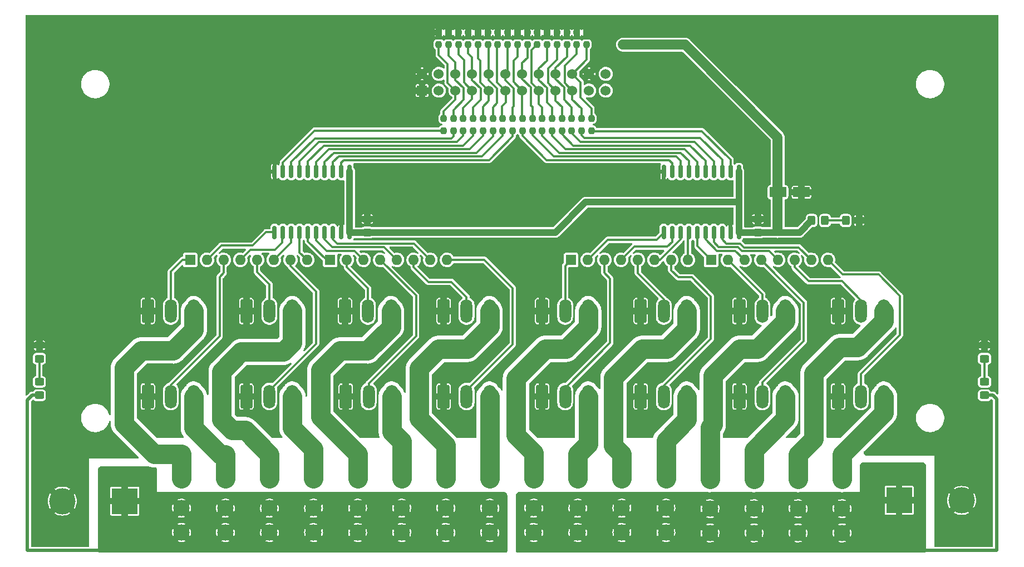
<source format=gbr>
G04 #@! TF.GenerationSoftware,KiCad,Pcbnew,(6.0.7)*
G04 #@! TF.CreationDate,2022-08-12T23:14:31-04:00*
G04 #@! TF.ProjectId,PB_16,50425f31-362e-46b6-9963-61645f706362,v3*
G04 #@! TF.SameCoordinates,Original*
G04 #@! TF.FileFunction,Copper,L1,Top*
G04 #@! TF.FilePolarity,Positive*
%FSLAX46Y46*%
G04 Gerber Fmt 4.6, Leading zero omitted, Abs format (unit mm)*
G04 Created by KiCad (PCBNEW (6.0.7)) date 2022-08-12 23:14:31*
%MOMM*%
%LPD*%
G01*
G04 APERTURE LIST*
G04 Aperture macros list*
%AMRoundRect*
0 Rectangle with rounded corners*
0 $1 Rounding radius*
0 $2 $3 $4 $5 $6 $7 $8 $9 X,Y pos of 4 corners*
0 Add a 4 corners polygon primitive as box body*
4,1,4,$2,$3,$4,$5,$6,$7,$8,$9,$2,$3,0*
0 Add four circle primitives for the rounded corners*
1,1,$1+$1,$2,$3*
1,1,$1+$1,$4,$5*
1,1,$1+$1,$6,$7*
1,1,$1+$1,$8,$9*
0 Add four rect primitives between the rounded corners*
20,1,$1+$1,$2,$3,$4,$5,0*
20,1,$1+$1,$4,$5,$6,$7,0*
20,1,$1+$1,$6,$7,$8,$9,0*
20,1,$1+$1,$8,$9,$2,$3,0*%
G04 Aperture macros list end*
G04 #@! TA.AperFunction,SMDPad,CuDef*
%ADD10RoundRect,0.249999X0.450001X-0.325001X0.450001X0.325001X-0.450001X0.325001X-0.450001X-0.325001X0*%
G04 #@! TD*
G04 #@! TA.AperFunction,ComponentPad*
%ADD11RoundRect,0.250000X-0.650000X-1.550000X0.650000X-1.550000X0.650000X1.550000X-0.650000X1.550000X0*%
G04 #@! TD*
G04 #@! TA.AperFunction,ComponentPad*
%ADD12O,1.800000X3.600000*%
G04 #@! TD*
G04 #@! TA.AperFunction,ComponentPad*
%ADD13C,2.475000*%
G04 #@! TD*
G04 #@! TA.AperFunction,ComponentPad*
%ADD14R,1.600000X1.600000*%
G04 #@! TD*
G04 #@! TA.AperFunction,ComponentPad*
%ADD15O,1.600000X1.600000*%
G04 #@! TD*
G04 #@! TA.AperFunction,SMDPad,CuDef*
%ADD16RoundRect,0.249999X-0.450001X0.325001X-0.450001X-0.325001X0.450001X-0.325001X0.450001X0.325001X0*%
G04 #@! TD*
G04 #@! TA.AperFunction,SMDPad,CuDef*
%ADD17RoundRect,0.249999X0.325001X0.450001X-0.325001X0.450001X-0.325001X-0.450001X0.325001X-0.450001X0*%
G04 #@! TD*
G04 #@! TA.AperFunction,ComponentPad*
%ADD18R,4.000000X4.000000*%
G04 #@! TD*
G04 #@! TA.AperFunction,ComponentPad*
%ADD19C,4.000000*%
G04 #@! TD*
G04 #@! TA.AperFunction,ComponentPad*
%ADD20R,1.530000X1.530000*%
G04 #@! TD*
G04 #@! TA.AperFunction,ComponentPad*
%ADD21C,1.530000*%
G04 #@! TD*
G04 #@! TA.AperFunction,SMDPad,CuDef*
%ADD22RoundRect,0.150000X-0.150000X0.875000X-0.150000X-0.875000X0.150000X-0.875000X0.150000X0.875000X0*%
G04 #@! TD*
G04 #@! TA.AperFunction,SMDPad,CuDef*
%ADD23RoundRect,0.237500X-0.237500X0.250000X-0.237500X-0.250000X0.237500X-0.250000X0.237500X0.250000X0*%
G04 #@! TD*
G04 #@! TA.AperFunction,SMDPad,CuDef*
%ADD24RoundRect,0.237500X0.237500X-0.250000X0.237500X0.250000X-0.237500X0.250000X-0.237500X-0.250000X0*%
G04 #@! TD*
G04 #@! TA.AperFunction,SMDPad,CuDef*
%ADD25RoundRect,0.250000X-1.050000X-0.550000X1.050000X-0.550000X1.050000X0.550000X-1.050000X0.550000X0*%
G04 #@! TD*
G04 #@! TA.AperFunction,ViaPad*
%ADD26C,0.800000*%
G04 #@! TD*
G04 #@! TA.AperFunction,ViaPad*
%ADD27C,0.900000*%
G04 #@! TD*
G04 #@! TA.AperFunction,Conductor*
%ADD28C,1.000000*%
G04 #@! TD*
G04 #@! TA.AperFunction,Conductor*
%ADD29C,1.500000*%
G04 #@! TD*
G04 #@! TA.AperFunction,Conductor*
%ADD30C,0.350000*%
G04 #@! TD*
G04 #@! TA.AperFunction,Conductor*
%ADD31C,0.500000*%
G04 #@! TD*
G04 #@! TA.AperFunction,Conductor*
%ADD32C,3.000000*%
G04 #@! TD*
G04 #@! TA.AperFunction,Conductor*
%ADD33C,2.999999*%
G04 #@! TD*
G04 APERTURE END LIST*
D10*
X181901000Y-104642800D03*
X181901000Y-102592800D03*
D11*
X89100000Y-129600000D03*
D12*
X92600000Y-129600000D03*
X96100000Y-129600000D03*
D11*
X119100000Y-116600000D03*
D12*
X122600000Y-116600000D03*
X126100000Y-116600000D03*
D11*
X119214342Y-129600000D03*
D12*
X122714342Y-129600000D03*
X126214342Y-129600000D03*
D11*
X134100000Y-116600000D03*
D12*
X137600000Y-116600000D03*
X141100000Y-116600000D03*
D11*
X134100000Y-129600000D03*
D12*
X137600000Y-129600000D03*
X141100000Y-129600000D03*
D11*
X149100000Y-116600000D03*
D12*
X152600000Y-116600000D03*
X156100000Y-116600000D03*
D11*
X149100000Y-129600000D03*
D12*
X152600000Y-129600000D03*
X156100000Y-129600000D03*
D11*
X164100000Y-116600000D03*
D12*
X167600000Y-116600000D03*
X171100000Y-116600000D03*
D11*
X164100000Y-129600000D03*
D12*
X167600000Y-129600000D03*
X171100000Y-129600000D03*
D11*
X179100000Y-116600000D03*
D12*
X182600000Y-116600000D03*
X186100000Y-116600000D03*
D11*
X179100000Y-129600000D03*
D12*
X182600000Y-129600000D03*
X186100000Y-129600000D03*
D11*
X194100000Y-116600000D03*
D12*
X197600000Y-116600000D03*
X201100000Y-116600000D03*
D11*
X194100000Y-129600000D03*
D12*
X197600000Y-129600000D03*
X201100000Y-129600000D03*
D13*
X94222600Y-150288600D03*
X94222600Y-146588600D03*
X94222600Y-142088600D03*
X94222600Y-138388600D03*
X134425198Y-150298600D03*
X134425198Y-146598600D03*
X134425198Y-142098600D03*
X134425198Y-138398600D03*
X181328229Y-150363600D03*
X181328229Y-146663600D03*
X181328229Y-142163600D03*
X181328229Y-138463600D03*
D10*
X122501000Y-104642800D03*
X122501000Y-102592800D03*
D13*
X100923033Y-150303600D03*
X100923033Y-146603600D03*
X100923033Y-142103600D03*
X100923033Y-138403600D03*
X127724765Y-150298600D03*
X127724765Y-146598600D03*
X127724765Y-142098600D03*
X127724765Y-138398600D03*
X141125631Y-150298600D03*
X141125631Y-146598600D03*
X141125631Y-142098600D03*
X141125631Y-138398600D03*
X147826064Y-150298600D03*
X147826064Y-146598600D03*
X147826064Y-142098600D03*
X147826064Y-138398600D03*
X154526497Y-150298600D03*
X154526497Y-146598600D03*
X154526497Y-142098600D03*
X154526497Y-138398600D03*
X194729100Y-150363600D03*
X194729100Y-146663600D03*
X194729100Y-142163600D03*
X194729100Y-138463600D03*
X121024332Y-150298600D03*
X121024332Y-146598600D03*
X121024332Y-142098600D03*
X121024332Y-138398600D03*
X107623466Y-150303600D03*
X107623466Y-146603600D03*
X107623466Y-142103600D03*
X107623466Y-138403600D03*
X174627796Y-150363600D03*
X174627796Y-146663600D03*
X174627796Y-142163600D03*
X174627796Y-138463600D03*
D14*
X95561500Y-108813600D03*
D15*
X98101500Y-108813600D03*
X100641500Y-108813600D03*
X103181500Y-108813600D03*
X105721500Y-108813600D03*
X108261500Y-108813600D03*
X110801500Y-108813600D03*
X113341500Y-108813600D03*
D13*
X161226930Y-150298600D03*
X161226930Y-146598600D03*
X161226930Y-142098600D03*
X161226930Y-138398600D03*
D14*
X153486200Y-108813600D03*
D15*
X156026200Y-108813600D03*
X158566200Y-108813600D03*
X161106200Y-108813600D03*
X163646200Y-108813600D03*
X166186200Y-108813600D03*
X168726200Y-108813600D03*
X171266200Y-108813600D03*
D14*
X174812600Y-108813600D03*
D15*
X177352600Y-108813600D03*
X179892600Y-108813600D03*
X182432600Y-108813600D03*
X184972600Y-108813600D03*
X187512600Y-108813600D03*
X190052600Y-108813600D03*
X192592600Y-108813600D03*
D14*
X116852700Y-108813600D03*
D15*
X119392700Y-108813600D03*
X121932700Y-108813600D03*
X124472700Y-108813600D03*
X127012700Y-108813600D03*
X129552700Y-108813600D03*
X132092700Y-108813600D03*
X134632700Y-108813600D03*
D13*
X114323899Y-150303600D03*
X114323899Y-146603600D03*
X114323899Y-142103600D03*
X114323899Y-138403600D03*
D11*
X89100000Y-116600000D03*
D12*
X92600000Y-116600000D03*
X96100000Y-116600000D03*
D11*
X104100000Y-116600000D03*
D12*
X107600000Y-116600000D03*
X111100000Y-116600000D03*
D11*
X104100000Y-129600000D03*
D12*
X107600000Y-129600000D03*
X111100000Y-129600000D03*
D13*
X188028662Y-150363600D03*
X188028662Y-146663600D03*
X188028662Y-142163600D03*
X188028662Y-138463600D03*
X167927363Y-150298600D03*
X167927363Y-146598600D03*
X167927363Y-142098600D03*
X167927363Y-138398600D03*
D16*
X72601000Y-121806000D03*
X72601000Y-123856000D03*
X72601000Y-127367000D03*
X72601000Y-129417000D03*
D17*
X192126000Y-102817800D03*
X190076000Y-102817800D03*
X197326000Y-102817800D03*
X195276000Y-102817800D03*
D18*
X85601000Y-145517800D03*
D19*
X76101000Y-145517800D03*
D18*
X203401000Y-145417800D03*
D19*
X212901000Y-145417800D03*
D16*
X216401000Y-127367000D03*
X216401000Y-129417000D03*
X216401000Y-121806000D03*
X216401000Y-123856000D03*
D20*
X130831000Y-83060300D03*
D21*
X130831000Y-80520300D03*
X133371000Y-83060300D03*
X133371000Y-80520300D03*
X135911000Y-83060300D03*
X135911000Y-80520300D03*
X138451000Y-83060300D03*
X138451000Y-80520300D03*
X140991000Y-83060300D03*
X140991000Y-80520300D03*
X143531000Y-83060300D03*
X143531000Y-80520300D03*
X146071000Y-83060300D03*
X146071000Y-80520300D03*
X148611000Y-83060300D03*
X148611000Y-80520300D03*
X151151000Y-83060300D03*
X151151000Y-80520300D03*
X153691000Y-83060300D03*
X153691000Y-80520300D03*
X156231000Y-83060300D03*
X156231000Y-80520300D03*
X158771000Y-83060300D03*
X158771000Y-80520300D03*
D22*
X179016000Y-95367800D03*
X177746000Y-95367800D03*
X176476000Y-95367800D03*
X175206000Y-95367800D03*
X173936000Y-95367800D03*
X172666000Y-95367800D03*
X171396000Y-95367800D03*
X170126000Y-95367800D03*
X168856000Y-95367800D03*
X167586000Y-95367800D03*
X167586000Y-104667800D03*
X168856000Y-104667800D03*
X170126000Y-104667800D03*
X171396000Y-104667800D03*
X172666000Y-104667800D03*
X173936000Y-104667800D03*
X175206000Y-104667800D03*
X176476000Y-104667800D03*
X177746000Y-104667800D03*
X179016000Y-104667800D03*
X119816000Y-95367800D03*
X118546000Y-95367800D03*
X117276000Y-95367800D03*
X116006000Y-95367800D03*
X114736000Y-95367800D03*
X113466000Y-95367800D03*
X112196000Y-95367800D03*
X110926000Y-95367800D03*
X109656000Y-95367800D03*
X108386000Y-95367800D03*
X108386000Y-104667800D03*
X109656000Y-104667800D03*
X110926000Y-104667800D03*
X112196000Y-104667800D03*
X113466000Y-104667800D03*
X114736000Y-104667800D03*
X116006000Y-104667800D03*
X117276000Y-104667800D03*
X118546000Y-104667800D03*
X119816000Y-104667800D03*
D23*
X137101000Y-87305300D03*
X137101000Y-89130300D03*
X153601000Y-87305300D03*
X153601000Y-89130300D03*
X156601000Y-87305300D03*
X156601000Y-89130300D03*
X140101000Y-87305300D03*
X140101000Y-89130300D03*
X155101000Y-87305300D03*
X155101000Y-89130300D03*
X141601000Y-87305300D03*
X141601000Y-89130300D03*
X147601000Y-87305300D03*
X147601000Y-89130300D03*
X143101000Y-87305300D03*
X143101000Y-89130300D03*
X146101000Y-87305300D03*
X146101000Y-89130300D03*
D24*
X148351000Y-76030300D03*
X148351000Y-74205300D03*
X136351000Y-76030300D03*
X136351000Y-74205300D03*
D23*
X135601000Y-87305300D03*
X135601000Y-89130300D03*
X138601000Y-87305300D03*
X138601000Y-89130300D03*
D24*
X134851000Y-76030300D03*
X134851000Y-74205300D03*
X146851000Y-76030300D03*
X146851000Y-74205300D03*
X151351000Y-76030300D03*
X151351000Y-74205300D03*
X142351000Y-76030300D03*
X142351000Y-74205300D03*
X140851000Y-76030300D03*
X140851000Y-74205300D03*
D23*
X152101000Y-87305300D03*
X152101000Y-89130300D03*
D24*
X149851000Y-76030300D03*
X149851000Y-74205300D03*
X137851000Y-76030300D03*
X137851000Y-74205300D03*
X143851000Y-76030300D03*
X143851000Y-74205300D03*
D23*
X134101000Y-87305300D03*
X134101000Y-89130300D03*
D24*
X152851000Y-76030300D03*
X152851000Y-74205300D03*
X139351000Y-76030300D03*
X139351000Y-74205300D03*
X155851000Y-76030300D03*
X155851000Y-74205300D03*
D25*
X184951000Y-98517800D03*
X188551000Y-98517800D03*
D24*
X133351000Y-76030300D03*
X133351000Y-74205300D03*
D23*
X144601000Y-87305300D03*
X144601000Y-89130300D03*
D24*
X145351000Y-76030300D03*
X145351000Y-74205300D03*
D23*
X149101000Y-87305300D03*
X149101000Y-89130300D03*
D24*
X154351000Y-76030300D03*
X154351000Y-74205300D03*
D23*
X150601000Y-87305300D03*
X150601000Y-89130300D03*
D26*
X98651000Y-119967800D03*
X158001000Y-121017800D03*
X177101000Y-97817800D03*
X203701000Y-111817800D03*
X216301000Y-108217800D03*
X123351000Y-110667800D03*
X165701000Y-73317800D03*
X122301000Y-95317800D03*
X165101000Y-78517800D03*
X73051000Y-101717800D03*
X182701000Y-91217800D03*
X84551000Y-110217800D03*
X187451000Y-96867800D03*
X148401000Y-95017800D03*
X133551000Y-106817800D03*
X114301000Y-87917800D03*
X123401000Y-87917800D03*
X167251000Y-110917800D03*
X157451000Y-72617800D03*
X136801000Y-102717800D03*
X189701000Y-100067800D03*
X142151000Y-126167800D03*
X124701000Y-102617800D03*
X199301000Y-102817800D03*
X216301000Y-86217800D03*
X154201000Y-111167800D03*
X197351000Y-109867800D03*
X176101000Y-89117800D03*
X173301000Y-114717800D03*
X108301000Y-102017800D03*
X189701000Y-96867800D03*
X90801000Y-80217800D03*
X176401000Y-84617800D03*
X81113000Y-138429800D03*
X158201000Y-95217800D03*
X173801000Y-75617800D03*
X131651000Y-75717800D03*
X134201000Y-95117800D03*
X116301000Y-111017800D03*
X132001000Y-72667800D03*
X180601000Y-105917800D03*
X216501000Y-119417800D03*
X203251000Y-137767800D03*
X108301000Y-97817800D03*
X161501000Y-111017800D03*
X73301000Y-109217800D03*
X216801000Y-99717800D03*
X197301000Y-104817800D03*
X133101000Y-110667800D03*
X188501000Y-96867800D03*
X156301000Y-101717800D03*
X179601000Y-80917800D03*
X128201000Y-84117800D03*
X109101000Y-110917800D03*
X176101000Y-102017800D03*
X145501000Y-92345180D03*
X169801000Y-78417800D03*
X201301000Y-89217800D03*
X143301000Y-102717800D03*
X181101000Y-94217800D03*
X167801000Y-101717800D03*
X149301000Y-106717800D03*
X130301000Y-102717800D03*
X188551000Y-100067800D03*
X186201000Y-110617800D03*
X201051000Y-79967800D03*
X73051000Y-87717800D03*
X94601000Y-111167800D03*
X72501000Y-119617800D03*
X165301000Y-101717800D03*
X127251000Y-113767800D03*
X180701000Y-100817800D03*
X191301000Y-91217800D03*
X187301000Y-102217800D03*
X182901000Y-100817800D03*
X118101000Y-102217800D03*
X209201000Y-111767800D03*
X104901000Y-104417800D03*
X207605000Y-137413800D03*
X141601000Y-95117800D03*
X139701000Y-111017800D03*
X98451000Y-114417800D03*
X157951000Y-112417800D03*
X187551000Y-120517800D03*
X132401000Y-87817800D03*
X185301000Y-87117800D03*
X187451000Y-100067800D03*
X181901000Y-110917800D03*
X165701000Y-95217800D03*
X110101000Y-91217800D03*
X106501000Y-95217800D03*
X143151000Y-113817800D03*
X167501000Y-97617800D03*
X128651000Y-119967800D03*
X190801000Y-99117800D03*
X168351000Y-125267800D03*
X74901000Y-121617800D03*
X142751000Y-121517800D03*
X117801000Y-79217800D03*
X128801000Y-111217800D03*
X157801000Y-103817800D03*
X190201000Y-106367800D03*
X172301000Y-97717800D03*
X101501000Y-79517800D03*
X83145000Y-138429800D03*
X182801000Y-96717800D03*
X158501000Y-87917800D03*
X169001000Y-87917800D03*
X208301000Y-100217800D03*
X73301000Y-94217800D03*
X199751000Y-137867800D03*
X90301000Y-88217800D03*
X200301000Y-125217800D03*
X190801000Y-98017800D03*
X187301000Y-94817800D03*
X103301000Y-110917800D03*
X177501000Y-102017800D03*
X85177000Y-138429800D03*
X77551000Y-133217800D03*
X142301000Y-106717800D03*
X197301000Y-100617800D03*
X91651000Y-109267800D03*
X122501000Y-100617800D03*
X117901000Y-97617800D03*
X214101000Y-121817800D03*
D27*
X163351000Y-76067800D03*
X161401000Y-76067800D03*
D28*
X179016000Y-102332800D02*
X179016000Y-104667800D01*
X181876000Y-104667800D02*
X181901000Y-104642800D01*
X188251000Y-104642800D02*
X185151000Y-104642800D01*
D29*
X184926000Y-90142800D02*
X184926000Y-104417800D01*
X163351000Y-76067800D02*
X170851000Y-76067800D01*
X161401000Y-76067800D02*
X163351000Y-76067800D01*
D28*
X119816000Y-104667800D02*
X122476000Y-104667800D01*
X122476000Y-104667800D02*
X122501000Y-104642800D01*
X181901000Y-104642800D02*
X184701000Y-104642800D01*
X184701000Y-104642800D02*
X184926000Y-104417800D01*
X190076000Y-102817800D02*
X188251000Y-104642800D01*
X179016000Y-95367800D02*
X179016000Y-102332800D01*
X119816000Y-95367800D02*
X119816000Y-104667800D01*
X179016000Y-100017800D02*
X179016000Y-102332800D01*
X179016000Y-104667800D02*
X181876000Y-104667800D01*
X155701000Y-100017800D02*
X179016000Y-100017800D01*
X185151000Y-104642800D02*
X184926000Y-104417800D01*
X151076000Y-104642800D02*
X155701000Y-100017800D01*
X122501000Y-104642800D02*
X151076000Y-104642800D01*
D29*
X170851000Y-76067800D02*
X184926000Y-90142800D01*
D30*
X104734300Y-107260800D02*
X103181500Y-108813600D01*
X109501000Y-106217800D02*
X109501000Y-104822800D01*
X108458000Y-107260800D02*
X104734300Y-107260800D01*
X109501000Y-104822800D02*
X109656000Y-104667800D01*
X109501000Y-106217800D02*
X108458000Y-107260800D01*
X105093000Y-106625800D02*
X100289300Y-106625800D01*
X108336000Y-104617800D02*
X108386000Y-104667800D01*
X100289300Y-106625800D02*
X98101500Y-108813600D01*
X107101000Y-104617800D02*
X105093000Y-106625800D01*
X107101000Y-104617800D02*
X108336000Y-104617800D01*
X114736000Y-104667800D02*
X114736000Y-105852800D01*
X114736000Y-105852800D02*
X116301000Y-107417800D01*
X116301000Y-107417800D02*
X120536900Y-107417800D01*
X120536900Y-107417800D02*
X121932700Y-108813600D01*
X113466000Y-104667800D02*
X113466000Y-105982800D01*
X116296800Y-108813600D02*
X116852700Y-108813600D01*
X113466000Y-105982800D02*
X116296800Y-108813600D01*
X113341500Y-108813600D02*
X112196000Y-107668100D01*
X112196000Y-107668100D02*
X112196000Y-104667800D01*
X108261500Y-108813600D02*
X110926000Y-106149100D01*
X110926000Y-106149100D02*
X110926000Y-104667800D01*
X117900978Y-106317778D02*
X117276000Y-105692800D01*
X117276000Y-105692800D02*
X117276000Y-104667800D01*
X129596878Y-106317778D02*
X117900978Y-106317778D01*
X132092700Y-108813600D02*
X129596878Y-106317778D01*
X116006000Y-104667800D02*
X116006000Y-105692800D01*
X117180989Y-106867789D02*
X125066889Y-106867789D01*
X116006000Y-105692800D02*
X117180989Y-106867789D01*
X125066889Y-106867789D02*
X126212701Y-108013601D01*
X126212701Y-108013601D02*
X127012700Y-108813600D01*
D31*
X70776010Y-130142790D02*
X70776010Y-153040805D01*
X72601000Y-129417000D02*
X71501800Y-129417000D01*
X70776010Y-153040805D02*
X82757839Y-153040960D01*
X71501800Y-129417000D02*
X70776010Y-130142790D01*
X85601000Y-150197800D02*
X85601000Y-145517800D01*
X82757839Y-153040960D02*
X85601000Y-150197800D01*
D32*
X96100000Y-119449000D02*
X96100000Y-116600000D01*
X90102600Y-138388600D02*
X94222600Y-138388600D01*
X85460000Y-125240000D02*
X85460000Y-133746000D01*
X85460000Y-133746000D02*
X90102600Y-138388600D01*
X94222600Y-138388600D02*
X94222600Y-142088600D01*
X92949000Y-122600000D02*
X96100000Y-119449000D01*
D33*
X88100000Y-122600000D02*
X85460000Y-125240000D01*
D32*
X88100000Y-122600000D02*
X92949000Y-122600000D01*
X100923033Y-142103600D02*
X100923033Y-138403600D01*
X100103600Y-138403600D02*
X96100000Y-134400000D01*
X100923033Y-138403600D02*
X100103600Y-138403600D01*
X96100000Y-134400000D02*
X96100000Y-129600000D01*
X101901000Y-134717800D02*
X103937666Y-134717800D01*
X109686400Y-122813600D02*
X103312600Y-122813600D01*
X111100000Y-121400000D02*
X109686400Y-122813600D01*
X103937666Y-134717800D02*
X107623466Y-138403600D01*
X111100000Y-116600000D02*
X111100000Y-121400000D01*
X103312600Y-122813600D02*
X100330000Y-125796200D01*
X100330000Y-125796200D02*
X100330000Y-133146800D01*
X100330000Y-133146800D02*
X101901000Y-134717800D01*
X107623466Y-142103600D02*
X107623466Y-138403600D01*
X111100000Y-129600000D02*
X111100000Y-134400000D01*
X111100000Y-134400000D02*
X114323899Y-137623899D01*
X114323899Y-137623899D02*
X114323899Y-138403600D01*
X114323899Y-142103600D02*
X114323899Y-138403600D01*
X121024332Y-142098600D02*
X121024332Y-138398600D01*
X126100000Y-119026200D02*
X122526200Y-122600000D01*
X126100000Y-116600000D02*
X126100000Y-119026200D01*
X122526200Y-122600000D02*
X118350000Y-122600000D01*
X118350000Y-122600000D02*
X115350000Y-125600000D01*
X115350000Y-132724268D02*
X121024332Y-138398600D01*
X115350000Y-125600000D02*
X115350000Y-132724268D01*
X126214342Y-134940342D02*
X126214342Y-129600000D01*
X127724765Y-138398600D02*
X127724765Y-136450765D01*
X127724765Y-138398600D02*
X127724765Y-142098600D01*
X127724765Y-136450765D02*
X126214342Y-134940342D01*
X134425198Y-137031198D02*
X134425198Y-138398600D01*
X134425198Y-138398600D02*
X134425198Y-142098600D01*
X137726200Y-122350000D02*
X133350000Y-122350000D01*
X141100000Y-116600000D02*
X141100000Y-118976200D01*
X141100000Y-118976200D02*
X137726200Y-122350000D01*
X130350000Y-125350000D02*
X130350000Y-132956000D01*
X133350000Y-122350000D02*
X130350000Y-125350000D01*
X130350000Y-132956000D02*
X134425198Y-137031198D01*
D31*
X216401000Y-129417000D02*
X217700200Y-129417000D01*
X218221581Y-136938381D02*
X218225838Y-153042776D01*
X218225990Y-129942790D02*
X218225990Y-136933972D01*
X217700200Y-129417000D02*
X218225990Y-129942790D01*
X218225838Y-153042776D02*
X205453811Y-153042611D01*
X218225990Y-136933972D02*
X218221581Y-136938381D01*
X203401000Y-150989800D02*
X203401000Y-145417800D01*
X205453811Y-153042611D02*
X203401000Y-150989800D01*
D32*
X141100000Y-138372969D02*
X141125631Y-138398600D01*
X141100000Y-129600000D02*
X141100000Y-138372969D01*
X141125631Y-138398600D02*
X141125631Y-142098600D01*
X149576200Y-122350000D02*
X152726200Y-122350000D01*
X145100000Y-126826200D02*
X149576200Y-122350000D01*
X147826064Y-138398600D02*
X147826064Y-142098600D01*
X152726200Y-122350000D02*
X156100000Y-118976200D01*
X156100000Y-118976200D02*
X156100000Y-116600000D01*
X147826064Y-138398600D02*
X147826064Y-138222064D01*
X145100000Y-135496000D02*
X145100000Y-126826200D01*
X147826064Y-138222064D02*
X145100000Y-135496000D01*
X156100000Y-136825097D02*
X156100000Y-129600000D01*
X154526497Y-138398600D02*
X156100000Y-136825097D01*
X154526497Y-138398600D02*
X154526497Y-142098600D01*
X159942600Y-126718600D02*
X164311200Y-122350000D01*
X161226930Y-142098600D02*
X161226930Y-138398600D01*
X159942600Y-137114270D02*
X159942600Y-126718600D01*
X168026200Y-122350000D02*
X171100000Y-119276200D01*
X161226930Y-138398600D02*
X159942600Y-137114270D01*
X164311200Y-122350000D02*
X168026200Y-122350000D01*
X171100000Y-119276200D02*
X171100000Y-116600000D01*
X171100000Y-133124700D02*
X171100000Y-129600000D01*
X167927363Y-138398600D02*
X167927363Y-142098600D01*
X167927363Y-138398600D02*
X167927363Y-136297337D01*
X167927363Y-136297337D02*
X171100000Y-133124700D01*
X175047600Y-126413600D02*
X179111200Y-122350000D01*
X174627796Y-138463600D02*
X174627796Y-134333315D01*
X174627796Y-134333315D02*
X175047600Y-133913511D01*
X186100000Y-118101233D02*
X186100000Y-116600000D01*
X174627796Y-142163600D02*
X174627796Y-138463600D01*
X181851233Y-122350000D02*
X186100000Y-118101233D01*
X175047600Y-133913511D02*
X175047600Y-126413600D01*
X179111200Y-122350000D02*
X181851233Y-122350000D01*
X181328229Y-138463600D02*
X181328229Y-142163600D01*
X181328229Y-137732971D02*
X186100000Y-132961200D01*
X186100000Y-132961200D02*
X186100000Y-129600000D01*
X181328229Y-138463600D02*
X181328229Y-137732971D01*
X194361200Y-122100000D02*
X197101232Y-122100000D01*
X188028662Y-138463600D02*
X190378599Y-136113663D01*
D33*
X201100000Y-118101232D02*
X197101232Y-122100000D01*
D32*
X190378599Y-136113663D02*
X190378599Y-126082601D01*
D33*
X201100000Y-116600000D02*
X201100000Y-118101232D01*
D32*
X188028662Y-138463600D02*
X188028662Y-142163600D01*
X190378599Y-126082601D02*
X194361200Y-122100000D01*
X194729100Y-142163600D02*
X194729100Y-138463600D01*
X194729100Y-138463600D02*
X201100000Y-132092700D01*
X201100000Y-132092700D02*
X201100000Y-129600000D01*
D30*
X92600000Y-118200000D02*
X92600000Y-110625100D01*
X92600000Y-110625100D02*
X94411500Y-108813600D01*
X94411500Y-108813600D02*
X95561500Y-108813600D01*
X100641500Y-110799870D02*
X100025000Y-111416370D01*
X100025000Y-111416370D02*
X100025000Y-120451200D01*
X100025000Y-120451200D02*
X92600000Y-127876200D01*
X92600000Y-127876200D02*
X92600000Y-129600000D01*
X100641500Y-108813600D02*
X100641500Y-110799870D01*
X105721500Y-110631500D02*
X107600000Y-112510000D01*
X107600000Y-112510000D02*
X107600000Y-116600000D01*
X105721500Y-110631500D02*
X105721500Y-108813600D01*
X107600000Y-128700000D02*
X107600000Y-129600000D01*
X114712600Y-121587400D02*
X107600000Y-128700000D01*
X110801500Y-109702500D02*
X114712600Y-113613600D01*
X114712600Y-113613600D02*
X114712600Y-121587400D01*
X110801500Y-108813600D02*
X110801500Y-109702500D01*
X119392700Y-109944970D02*
X122600000Y-113152270D01*
X122600000Y-113351000D02*
X122600000Y-116600000D01*
X119392700Y-108813600D02*
X119392700Y-109944970D01*
X122600000Y-113152270D02*
X122600000Y-113351000D01*
X124472700Y-108813600D02*
X124472700Y-108826300D01*
X129912600Y-120413600D02*
X122714342Y-127611858D01*
X124472700Y-108826300D02*
X129912600Y-114266200D01*
X129912600Y-114266200D02*
X129912600Y-120413600D01*
X122714342Y-127611858D02*
X122714342Y-129600000D01*
X137600000Y-114450000D02*
X135313600Y-112163600D01*
X129552700Y-108813600D02*
X129552700Y-109944970D01*
X131771330Y-112163600D02*
X135313600Y-112163600D01*
X129552700Y-109944970D02*
X131771330Y-112163600D01*
X137600000Y-116600000D02*
X137600000Y-114450000D01*
X137600000Y-129600000D02*
X137600000Y-128700000D01*
X137600000Y-128700000D02*
X144612600Y-121687400D01*
X134632700Y-108813600D02*
X140312600Y-108813600D01*
X144612600Y-121687400D02*
X144612600Y-113113600D01*
X144612600Y-113113600D02*
X140312600Y-108813600D01*
X152600000Y-116600000D02*
X152600000Y-109699800D01*
X152600000Y-109699800D02*
X153486200Y-108813600D01*
X158566200Y-108813600D02*
X158566200Y-110799870D01*
X158566200Y-110799870D02*
X159447600Y-111681270D01*
X152600000Y-128300000D02*
X152600000Y-129600000D01*
X159447600Y-121452400D02*
X152600000Y-128300000D01*
X159447600Y-111681270D02*
X159447600Y-121452400D01*
X167600000Y-114793600D02*
X163646200Y-110839800D01*
X163646200Y-110839800D02*
X163646200Y-108813600D01*
X167600000Y-116600000D02*
X167600000Y-114793600D01*
X174762600Y-114363600D02*
X171862600Y-111463600D01*
X167600000Y-129600000D02*
X167600000Y-127972800D01*
X169812600Y-111463600D02*
X168726200Y-110377200D01*
X174762600Y-120810200D02*
X174762600Y-114363600D01*
X168726200Y-110377200D02*
X168726200Y-108813600D01*
X171862600Y-111463600D02*
X169812600Y-111463600D01*
X167600000Y-127972800D02*
X174762600Y-120810200D01*
X167600000Y-127975928D02*
X167600000Y-129600000D01*
X182600000Y-116600000D02*
X182600000Y-114061000D01*
X182600000Y-114061000D02*
X177352600Y-108813600D01*
X182600000Y-127450000D02*
X188912600Y-121137400D01*
X188912600Y-115293600D02*
X184932600Y-111313600D01*
X184932600Y-111313600D02*
X182432600Y-108813600D01*
X188912600Y-121137400D02*
X188912600Y-115293600D01*
X182600000Y-129600000D02*
X182600000Y-127450000D01*
X187512600Y-108813600D02*
X187512600Y-109944970D01*
X194689600Y-112063600D02*
X197600000Y-114974000D01*
X197600000Y-114974000D02*
X197600000Y-116600000D01*
X189631230Y-112063600D02*
X194689600Y-112063600D01*
X187512600Y-109944970D02*
X189631230Y-112063600D01*
X203526600Y-114296600D02*
X203526600Y-120240200D01*
X192592600Y-108813600D02*
X194824400Y-111045400D01*
X200275400Y-111045400D02*
X203526600Y-114296600D01*
X203526600Y-120240200D02*
X197600000Y-126166800D01*
X194824400Y-111045400D02*
X200275400Y-111045400D01*
X197600000Y-126166800D02*
X197600000Y-129600000D01*
X171266200Y-108813600D02*
X171266200Y-104797600D01*
X171266200Y-104797600D02*
X171396000Y-104667800D01*
X170126000Y-105692800D02*
X170126000Y-104667800D01*
X167005200Y-108813600D02*
X170126000Y-105692800D01*
X166186200Y-108813600D02*
X167005200Y-108813600D01*
X163102000Y-106817800D02*
X168101000Y-106817800D01*
X168101000Y-106817800D02*
X168856000Y-106062800D01*
X168856000Y-106062800D02*
X168856000Y-104667800D01*
X161106200Y-108813600D02*
X163102000Y-106817800D01*
X166496900Y-105756900D02*
X167586000Y-104667800D01*
X159082900Y-105756900D02*
X166496900Y-105756900D01*
X156026200Y-108813600D02*
X159082900Y-105756900D01*
X190052600Y-108813600D02*
X188152610Y-106913610D01*
X188152610Y-106913610D02*
X179796810Y-106913610D01*
X176476000Y-105692800D02*
X176476000Y-104667800D01*
X177100978Y-106317778D02*
X176476000Y-105692800D01*
X179796810Y-106913610D02*
X179200978Y-106317778D01*
X179200978Y-106317778D02*
X177100978Y-106317778D01*
X178923589Y-106867789D02*
X179519421Y-107463621D01*
X179519421Y-107463621D02*
X183622621Y-107463621D01*
X175206000Y-104667800D02*
X175206000Y-106122800D01*
X183622621Y-107463621D02*
X184972600Y-108813600D01*
X175950989Y-106867789D02*
X178923589Y-106867789D01*
X175206000Y-106122800D02*
X175950989Y-106867789D01*
X179892600Y-108813600D02*
X178496800Y-107417800D01*
X178496800Y-107417800D02*
X175661000Y-107417800D01*
X173936000Y-105692800D02*
X173936000Y-104667800D01*
X175661000Y-107417800D02*
X173936000Y-105692800D01*
X172732700Y-106730800D02*
X174812600Y-108810700D01*
X174812600Y-108810700D02*
X174812600Y-108813600D01*
X172732700Y-104734500D02*
X172666000Y-104667800D01*
X172732700Y-106730800D02*
X172732700Y-104734500D01*
X156601000Y-85767800D02*
X156601000Y-87305300D01*
X153691000Y-80520300D02*
X153698500Y-80520300D01*
X154951000Y-81780300D02*
X154951000Y-84117800D01*
X155851000Y-78367800D02*
X155851000Y-76030300D01*
X154951000Y-84117800D02*
X156601000Y-85767800D01*
X153698500Y-80520300D02*
X155851000Y-78367800D01*
X153691000Y-80520300D02*
X154951000Y-81780300D01*
X144601000Y-85617800D02*
X144601000Y-87305300D01*
X144801000Y-82708848D02*
X144801000Y-85417800D01*
X144801000Y-85417800D02*
X144601000Y-85617800D01*
X143531000Y-80520300D02*
X143801000Y-80250300D01*
X143801000Y-76080300D02*
X143851000Y-76030300D01*
X143531000Y-81438848D02*
X144801000Y-82708848D01*
X143801000Y-80250300D02*
X143801000Y-76080300D01*
X143531000Y-80520300D02*
X143531000Y-81438848D01*
X153691000Y-84407800D02*
X155101000Y-85817800D01*
X155101000Y-85817800D02*
X155101000Y-87305300D01*
X152551489Y-79267311D02*
X152551489Y-81920789D01*
X154351000Y-76030300D02*
X154351000Y-77467800D01*
X154351000Y-77467800D02*
X152551489Y-79267311D01*
X152551489Y-81920789D02*
X153691000Y-83060300D01*
X153691000Y-83060300D02*
X153691000Y-84407800D01*
X143531000Y-83060300D02*
X143601000Y-83130300D01*
X143601000Y-83130300D02*
X143601000Y-84817800D01*
X142251000Y-81780300D02*
X143531000Y-83060300D01*
X142351000Y-76030300D02*
X142251000Y-76130300D01*
X143001000Y-87205300D02*
X143101000Y-87305300D01*
X142251000Y-76130300D02*
X142251000Y-81780300D01*
X143601000Y-84817800D02*
X143001000Y-85417800D01*
X143001000Y-85417800D02*
X143001000Y-87205300D01*
X151151000Y-81297426D02*
X151151000Y-80520300D01*
X153601000Y-85579244D02*
X152451000Y-84429244D01*
X152451000Y-82597426D02*
X151151000Y-81297426D01*
X151151000Y-80520300D02*
X151151000Y-79617800D01*
X152851000Y-77917800D02*
X152851000Y-76030300D01*
X151151000Y-79617800D02*
X152851000Y-77917800D01*
X153601000Y-87305300D02*
X153601000Y-85579244D01*
X152451000Y-84429244D02*
X152451000Y-82597426D01*
X141601000Y-85617800D02*
X141601000Y-87305300D01*
X142251000Y-82698848D02*
X142251000Y-84967800D01*
X140991000Y-76170300D02*
X140851000Y-76030300D01*
X140991000Y-81438848D02*
X142251000Y-82698848D01*
X140991000Y-80520300D02*
X140991000Y-76170300D01*
X142251000Y-84967800D02*
X141601000Y-85617800D01*
X140991000Y-80520300D02*
X140991000Y-81438848D01*
X140991000Y-83060300D02*
X140991000Y-84627800D01*
X139351000Y-76030300D02*
X139351000Y-78167800D01*
X139701000Y-78517800D02*
X139701000Y-81770300D01*
X140991000Y-84627800D02*
X140101000Y-85517800D01*
X139351000Y-78167800D02*
X139701000Y-78517800D01*
X140101000Y-85517800D02*
X140101000Y-87305300D01*
X139701000Y-81770300D02*
X140991000Y-83060300D01*
X137851000Y-77417800D02*
X137851000Y-76030300D01*
X138451000Y-80520300D02*
X138451000Y-81438848D01*
X139751000Y-82738848D02*
X139751000Y-84467800D01*
X138451000Y-78017800D02*
X137851000Y-77417800D01*
X138601000Y-85617800D02*
X138601000Y-87305300D01*
X138451000Y-80520300D02*
X138451000Y-78017800D01*
X139751000Y-84467800D02*
X138601000Y-85617800D01*
X138451000Y-81438848D02*
X139751000Y-82738848D01*
X147471489Y-81886701D02*
X148611000Y-83026212D01*
X148611000Y-83060300D02*
X148611000Y-85127800D01*
X148351000Y-76030300D02*
X147471489Y-76909811D01*
X148611000Y-85127800D02*
X149101000Y-85617800D01*
X147471489Y-76909811D02*
X147471489Y-81886701D01*
X149101000Y-85617800D02*
X149101000Y-87305300D01*
X148611000Y-83026212D02*
X148611000Y-83060300D01*
X136351000Y-76030300D02*
X136351000Y-77567800D01*
X136351000Y-77567800D02*
X137201000Y-78417800D01*
X138451000Y-83060300D02*
X138451000Y-84367800D01*
X138451000Y-84367800D02*
X137101000Y-85717800D01*
X137101000Y-85717800D02*
X137101000Y-87305300D01*
X137201000Y-81810300D02*
X138451000Y-83060300D01*
X137201000Y-78417800D02*
X137201000Y-81810300D01*
X147601000Y-85567800D02*
X147601000Y-87305300D01*
X146071000Y-78847800D02*
X146851000Y-78067800D01*
X147351000Y-82543324D02*
X147351000Y-85317800D01*
X146851000Y-78067800D02*
X146851000Y-76030300D01*
X147351000Y-85317800D02*
X147601000Y-85567800D01*
X146071000Y-81263324D02*
X147351000Y-82543324D01*
X146071000Y-80520300D02*
X146071000Y-81263324D01*
X146071000Y-80520300D02*
X146071000Y-78847800D01*
X137151000Y-82678848D02*
X137151000Y-84467800D01*
X135911000Y-80520300D02*
X135911000Y-78777800D01*
X134851000Y-77717800D02*
X134851000Y-76030300D01*
X135911000Y-78777800D02*
X134851000Y-77717800D01*
X135911000Y-80520300D02*
X135911000Y-81438848D01*
X135601000Y-86017800D02*
X135601000Y-87305300D01*
X137151000Y-84467800D02*
X135601000Y-86017800D01*
X135911000Y-81438848D02*
X137151000Y-82678848D01*
X144751000Y-78467800D02*
X144751000Y-81740300D01*
X145351000Y-77867800D02*
X144751000Y-78467800D01*
X146101000Y-87305300D02*
X146071000Y-87275300D01*
X145351000Y-76030300D02*
X145351000Y-77867800D01*
X144751000Y-81740300D02*
X146071000Y-83060300D01*
X146071000Y-87275300D02*
X146071000Y-83060300D01*
X133351000Y-76030300D02*
X133351000Y-77617800D01*
X135911000Y-84407800D02*
X134101000Y-86217800D01*
X134701000Y-81850300D02*
X135911000Y-83060300D01*
X133351000Y-77617800D02*
X134701000Y-78967800D01*
X134701000Y-78967800D02*
X134701000Y-81850300D01*
X134101000Y-86217800D02*
X134101000Y-87305300D01*
X135911000Y-83060300D02*
X135911000Y-84407800D01*
X151351000Y-78317800D02*
X150011489Y-79657311D01*
X152101000Y-85517800D02*
X152101000Y-87305300D01*
X151351000Y-76030300D02*
X151351000Y-78317800D01*
X151151000Y-84567800D02*
X152101000Y-85517800D01*
X150011489Y-79657311D02*
X150011489Y-81920789D01*
X151151000Y-83060300D02*
X151151000Y-84567800D01*
X150011489Y-81920789D02*
X151151000Y-83060300D01*
X150601000Y-87305300D02*
X150601000Y-85617800D01*
X148611000Y-81438848D02*
X148611000Y-80520300D01*
X149851000Y-84867800D02*
X149851000Y-82678848D01*
X149851000Y-82678848D02*
X148611000Y-81438848D01*
X149851000Y-78467800D02*
X149851000Y-76030300D01*
X148611000Y-79707800D02*
X149851000Y-78467800D01*
X148611000Y-80520300D02*
X148611000Y-79707800D01*
X150601000Y-85617800D02*
X149851000Y-84867800D01*
X72601000Y-127367000D02*
X72601000Y-123856000D01*
X216401000Y-127367000D02*
X216401000Y-123856000D01*
X195276000Y-102817800D02*
X192126000Y-102817800D01*
X141001000Y-93617800D02*
X118901000Y-93617800D01*
X144601000Y-90017800D02*
X141001000Y-93617800D01*
X118546000Y-93972800D02*
X118546000Y-95367800D01*
X118901000Y-93617800D02*
X118546000Y-93972800D01*
X144601000Y-89130300D02*
X144601000Y-90017800D01*
X143101000Y-89917800D02*
X139950501Y-93068299D01*
X143101000Y-89130300D02*
X143101000Y-89917800D01*
X139950501Y-93068299D02*
X118150501Y-93068299D01*
X117276000Y-93942800D02*
X117276000Y-95367800D01*
X118150501Y-93068299D02*
X117276000Y-93942800D01*
X116006000Y-93912800D02*
X116006000Y-95367800D01*
X141601000Y-89130300D02*
X141601000Y-90017800D01*
X141601000Y-90017800D02*
X139102996Y-92515804D01*
X117402996Y-92515804D02*
X116006000Y-93912800D01*
X139102996Y-92515804D02*
X117402996Y-92515804D01*
X114736000Y-93882800D02*
X114736000Y-95367800D01*
X116652497Y-91966303D02*
X114736000Y-93882800D01*
X140101000Y-89130300D02*
X140101000Y-89917800D01*
X138052497Y-91966303D02*
X116652497Y-91966303D01*
X140101000Y-89917800D02*
X138052497Y-91966303D01*
X137101998Y-91416802D02*
X115901998Y-91416802D01*
X115901998Y-91416802D02*
X113466000Y-93852800D01*
X138601000Y-89130300D02*
X138601000Y-89917800D01*
X113466000Y-93852800D02*
X113466000Y-95367800D01*
X138601000Y-89917800D02*
X137101998Y-91416802D01*
X136151499Y-90867301D02*
X115151499Y-90867301D01*
X137101000Y-89130300D02*
X137101000Y-89917800D01*
X115151499Y-90867301D02*
X112196000Y-93822800D01*
X112196000Y-93822800D02*
X112196000Y-95367800D01*
X137101000Y-89917800D02*
X136151499Y-90867301D01*
X135601000Y-90017800D02*
X135301000Y-90317800D01*
X135601000Y-89130300D02*
X135601000Y-90017800D01*
X135301000Y-90317800D02*
X114501000Y-90317800D01*
X110926000Y-93892800D02*
X110926000Y-95367800D01*
X114501000Y-90317800D02*
X110926000Y-93892800D01*
X114488500Y-89130300D02*
X109656000Y-93962800D01*
X134101000Y-89130300D02*
X114488500Y-89130300D01*
X109656000Y-93962800D02*
X109656000Y-95367800D01*
X173401000Y-89217800D02*
X156601000Y-89217800D01*
X177746000Y-93562800D02*
X173401000Y-89217800D01*
X177746000Y-95367800D02*
X177746000Y-93562800D01*
X173150501Y-90267301D02*
X176476000Y-93592800D01*
X176476000Y-93592800D02*
X176476000Y-95367800D01*
X155101000Y-89817800D02*
X155550501Y-90267301D01*
X155550501Y-90267301D02*
X173150501Y-90267301D01*
X155101000Y-89130300D02*
X155101000Y-89817800D01*
X175206000Y-93822800D02*
X172253495Y-90870295D01*
X172253495Y-90870295D02*
X154953495Y-90870295D01*
X154953495Y-90870295D02*
X153601000Y-89517800D01*
X153601000Y-89517800D02*
X153601000Y-89130300D01*
X175206000Y-95367800D02*
X175206000Y-93822800D01*
X153802996Y-91419796D02*
X152101000Y-89717800D01*
X152101000Y-89717800D02*
X152101000Y-89130300D01*
X173936000Y-93752800D02*
X171602996Y-91419796D01*
X171602996Y-91419796D02*
X153802996Y-91419796D01*
X173936000Y-95367800D02*
X173936000Y-93752800D01*
X172666000Y-93882800D02*
X170752497Y-91969297D01*
X150601000Y-89917800D02*
X150601000Y-89130300D01*
X152652497Y-91969297D02*
X150601000Y-89917800D01*
X170752497Y-91969297D02*
X152652497Y-91969297D01*
X172666000Y-95367800D02*
X172666000Y-93882800D01*
X149101000Y-89917800D02*
X149101000Y-89130300D01*
X151701998Y-92518798D02*
X149101000Y-89917800D01*
X171396000Y-93712800D02*
X170201998Y-92518798D01*
X170201998Y-92518798D02*
X151701998Y-92518798D01*
X171396000Y-95367800D02*
X171396000Y-93712800D01*
X170126000Y-95367800D02*
X170126000Y-93742800D01*
X169451499Y-93068299D02*
X150851499Y-93068299D01*
X147601000Y-89817800D02*
X147601000Y-89130300D01*
X150851499Y-93068299D02*
X147601000Y-89817800D01*
X170126000Y-93742800D02*
X169451499Y-93068299D01*
X168856000Y-95367800D02*
X168856000Y-94072800D01*
X149801000Y-93617800D02*
X146101000Y-89917800D01*
X168856000Y-94072800D02*
X168401000Y-93617800D01*
X146101000Y-89917800D02*
X146101000Y-89130300D01*
X168401000Y-93617800D02*
X149801000Y-93617800D01*
G04 #@! TA.AperFunction,Conductor*
G36*
X218442621Y-71538302D02*
G01*
X218489114Y-71591958D01*
X218500500Y-71644300D01*
X218500500Y-129134586D01*
X218480498Y-129202707D01*
X218426842Y-129249200D01*
X218356568Y-129259304D01*
X218291988Y-129229810D01*
X218285405Y-129223681D01*
X218100082Y-129038358D01*
X218096429Y-129034549D01*
X218089129Y-129026610D01*
X218054401Y-128988844D01*
X218017398Y-128965901D01*
X218007648Y-128959200D01*
X217972983Y-128932888D01*
X217959004Y-128927354D01*
X217939001Y-128917293D01*
X217926214Y-128909365D01*
X217917963Y-128906968D01*
X217917961Y-128906967D01*
X217884428Y-128897225D01*
X217873195Y-128893379D01*
X217852553Y-128885206D01*
X217832747Y-128877364D01*
X217824206Y-128876466D01*
X217824205Y-128876466D01*
X217817792Y-128875792D01*
X217795817Y-128871480D01*
X217781375Y-128867285D01*
X217773892Y-128866736D01*
X217772992Y-128866669D01*
X217772981Y-128866669D01*
X217770685Y-128866500D01*
X217735983Y-128866500D01*
X217722813Y-128865810D01*
X217712584Y-128864735D01*
X217682746Y-128861599D01*
X217674281Y-128863031D01*
X217674272Y-128863031D01*
X217664200Y-128864735D01*
X217643187Y-128866500D01*
X217433550Y-128866500D01*
X217365429Y-128846498D01*
X217333187Y-128816679D01*
X217330471Y-128813100D01*
X217243923Y-128699077D01*
X217123784Y-128607887D01*
X217014958Y-128564800D01*
X216991078Y-128555345D01*
X216991076Y-128555344D01*
X216983548Y-128552364D01*
X216893773Y-128541500D01*
X216401325Y-128541500D01*
X215908228Y-128541501D01*
X215904470Y-128541956D01*
X215904465Y-128541956D01*
X215827030Y-128551326D01*
X215818452Y-128552364D01*
X215810929Y-128555342D01*
X215810927Y-128555343D01*
X215787042Y-128564800D01*
X215678216Y-128607887D01*
X215558077Y-128699077D01*
X215466887Y-128819216D01*
X215442111Y-128881794D01*
X215414650Y-128951153D01*
X215411364Y-128959452D01*
X215400500Y-129049227D01*
X215400501Y-129784772D01*
X215400956Y-129788530D01*
X215400956Y-129788535D01*
X215410326Y-129865970D01*
X215411364Y-129874548D01*
X215466887Y-130014784D01*
X215558077Y-130134923D01*
X215678216Y-130226113D01*
X215760192Y-130258570D01*
X215810922Y-130278655D01*
X215810924Y-130278656D01*
X215818452Y-130281636D01*
X215908227Y-130292500D01*
X216400675Y-130292500D01*
X216893772Y-130292499D01*
X216897530Y-130292044D01*
X216897535Y-130292044D01*
X216975515Y-130282608D01*
X216983548Y-130281636D01*
X216991071Y-130278658D01*
X216991073Y-130278657D01*
X217043681Y-130257828D01*
X217123784Y-130226113D01*
X217243923Y-130134923D01*
X217270431Y-130100000D01*
X217327334Y-130025033D01*
X217384452Y-129982866D01*
X217455300Y-129978273D01*
X217516792Y-130012117D01*
X217638585Y-130133910D01*
X217672611Y-130196222D01*
X217675490Y-130223005D01*
X217675490Y-136829734D01*
X217673554Y-136851462D01*
X217671845Y-136857351D01*
X217671363Y-136863934D01*
X217671362Y-136863939D01*
X217671231Y-136865734D01*
X217671062Y-136868042D01*
X217671066Y-136884170D01*
X217671071Y-136902659D01*
X217670381Y-136915862D01*
X217667078Y-136947290D01*
X217666180Y-136955835D01*
X217669332Y-136974468D01*
X217671096Y-136995441D01*
X217675159Y-152364425D01*
X217675159Y-152366234D01*
X217655175Y-152434360D01*
X217601532Y-152480867D01*
X217549157Y-152492267D01*
X211833369Y-152492194D01*
X208916997Y-152492156D01*
X208848878Y-152472153D01*
X208802386Y-152418497D01*
X208791000Y-152366156D01*
X208791000Y-147285673D01*
X211745384Y-147285673D01*
X211755266Y-147298162D01*
X211795207Y-147324850D01*
X211802344Y-147328971D01*
X212053592Y-147452872D01*
X212061196Y-147456022D01*
X212326469Y-147546070D01*
X212334421Y-147548201D01*
X212609183Y-147602854D01*
X212617341Y-147603928D01*
X212896881Y-147622250D01*
X212905119Y-147622250D01*
X213184659Y-147603928D01*
X213192817Y-147602854D01*
X213467579Y-147548201D01*
X213475531Y-147546070D01*
X213740804Y-147456022D01*
X213748408Y-147452872D01*
X213999656Y-147328971D01*
X214006793Y-147324850D01*
X214048169Y-147297204D01*
X214056457Y-147287286D01*
X214049200Y-147273107D01*
X212913812Y-146137719D01*
X212899868Y-146130105D01*
X212898035Y-146130236D01*
X212891420Y-146134487D01*
X211751580Y-147274327D01*
X211745384Y-147285673D01*
X208791000Y-147285673D01*
X208791000Y-145421919D01*
X210696550Y-145421919D01*
X210714872Y-145701459D01*
X210715946Y-145709617D01*
X210770599Y-145984379D01*
X210772730Y-145992331D01*
X210862778Y-146257604D01*
X210865928Y-146265208D01*
X210989829Y-146516456D01*
X210993950Y-146523593D01*
X211021596Y-146564969D01*
X211031514Y-146573257D01*
X211045693Y-146566000D01*
X212181081Y-145430612D01*
X212187459Y-145418932D01*
X213613305Y-145418932D01*
X213613436Y-145420765D01*
X213617687Y-145427380D01*
X214757527Y-146567220D01*
X214768873Y-146573416D01*
X214781362Y-146563534D01*
X214808050Y-146523593D01*
X214812171Y-146516456D01*
X214936072Y-146265208D01*
X214939222Y-146257604D01*
X215029270Y-145992331D01*
X215031401Y-145984379D01*
X215086054Y-145709617D01*
X215087128Y-145701459D01*
X215105450Y-145421919D01*
X215105450Y-145413681D01*
X215087128Y-145134141D01*
X215086054Y-145125983D01*
X215031401Y-144851221D01*
X215029270Y-144843269D01*
X214939222Y-144577996D01*
X214936072Y-144570392D01*
X214812171Y-144319144D01*
X214808050Y-144312007D01*
X214780404Y-144270631D01*
X214770486Y-144262343D01*
X214756307Y-144269600D01*
X213620919Y-145404988D01*
X213613305Y-145418932D01*
X212187459Y-145418932D01*
X212188695Y-145416668D01*
X212188564Y-145414835D01*
X212184313Y-145408220D01*
X211044473Y-144268380D01*
X211033127Y-144262184D01*
X211020638Y-144272066D01*
X210993950Y-144312007D01*
X210989829Y-144319144D01*
X210865928Y-144570392D01*
X210862778Y-144577996D01*
X210772730Y-144843269D01*
X210770599Y-144851221D01*
X210715946Y-145125983D01*
X210714872Y-145134141D01*
X210696550Y-145413681D01*
X210696550Y-145421919D01*
X208791000Y-145421919D01*
X208791000Y-143548314D01*
X211745543Y-143548314D01*
X211752800Y-143562493D01*
X212888188Y-144697881D01*
X212902132Y-144705495D01*
X212903965Y-144705364D01*
X212910580Y-144701113D01*
X214050420Y-143561273D01*
X214056616Y-143549927D01*
X214046734Y-143537438D01*
X214006793Y-143510750D01*
X213999656Y-143506629D01*
X213748408Y-143382728D01*
X213740804Y-143379578D01*
X213475531Y-143289530D01*
X213467579Y-143287399D01*
X213192817Y-143232746D01*
X213184659Y-143231672D01*
X212905119Y-143213350D01*
X212896881Y-143213350D01*
X212617341Y-143231672D01*
X212609183Y-143232746D01*
X212334421Y-143287399D01*
X212326469Y-143289530D01*
X212061196Y-143379578D01*
X212053592Y-143382728D01*
X211802344Y-143506629D01*
X211795207Y-143510750D01*
X211753831Y-143538396D01*
X211745543Y-143548314D01*
X208791000Y-143548314D01*
X208791000Y-138619098D01*
X208282434Y-138619665D01*
X208282433Y-138619665D01*
X203410600Y-138625098D01*
X198547030Y-138630522D01*
X198530575Y-138629461D01*
X198423630Y-138615492D01*
X198391838Y-138607005D01*
X198299867Y-138569000D01*
X198271351Y-138552564D01*
X198192367Y-138492039D01*
X198169079Y-138468778D01*
X198108461Y-138389854D01*
X198091997Y-138361361D01*
X198053892Y-138269440D01*
X198045366Y-138237647D01*
X198031279Y-138130721D01*
X198030200Y-138114263D01*
X198030200Y-138043825D01*
X198050202Y-137975704D01*
X198067105Y-137954730D01*
X202493777Y-133528057D01*
X202495901Y-133525982D01*
X202580189Y-133445576D01*
X202580192Y-133445573D01*
X202583412Y-133442501D01*
X202618524Y-133397962D01*
X202640090Y-133370606D01*
X202643874Y-133366032D01*
X202692051Y-133310512D01*
X202703855Y-133296909D01*
X202726290Y-133262162D01*
X202733191Y-133252506D01*
X202756047Y-133223514D01*
X202756050Y-133223509D01*
X202758801Y-133220020D01*
X202783377Y-133177710D01*
X202804777Y-133140866D01*
X202807880Y-133135803D01*
X202855109Y-133062659D01*
X202855109Y-133062658D01*
X202857529Y-133058911D01*
X202859398Y-133054857D01*
X202874845Y-133021350D01*
X202880317Y-133010814D01*
X202885468Y-133001947D01*
X205976328Y-133001947D01*
X206014601Y-133292655D01*
X206091973Y-133575480D01*
X206207013Y-133845188D01*
X206209216Y-133848869D01*
X206350341Y-134084671D01*
X206357592Y-134096787D01*
X206540924Y-134325623D01*
X206589910Y-134372109D01*
X206723513Y-134498893D01*
X206753617Y-134527461D01*
X206991734Y-134698565D01*
X207250869Y-134835770D01*
X207336635Y-134867156D01*
X207456355Y-134910967D01*
X207526228Y-134936537D01*
X207812714Y-134999001D01*
X207853132Y-135002182D01*
X208040224Y-135016907D01*
X208040231Y-135016907D01*
X208042680Y-135017100D01*
X208201310Y-135017100D01*
X208203446Y-135016954D01*
X208203457Y-135016954D01*
X208415861Y-135002474D01*
X208415867Y-135002473D01*
X208420138Y-135002182D01*
X208424333Y-135001313D01*
X208424335Y-135001313D01*
X208615670Y-134961689D01*
X208707263Y-134942721D01*
X208983662Y-134844843D01*
X209244220Y-134710359D01*
X209484116Y-134541758D01*
X209488793Y-134537412D01*
X209695767Y-134345079D01*
X209695769Y-134345076D01*
X209698910Y-134342158D01*
X209884628Y-134115255D01*
X210037834Y-133865246D01*
X210056392Y-133822971D01*
X210153966Y-133600690D01*
X210155692Y-133596758D01*
X210236022Y-133314759D01*
X210272030Y-133061753D01*
X210276731Y-133028719D01*
X210276731Y-133028717D01*
X210277336Y-133024467D01*
X210277406Y-133011219D01*
X210278850Y-132735539D01*
X210278850Y-132735532D01*
X210278872Y-132731253D01*
X210277035Y-132717296D01*
X210251824Y-132525809D01*
X210240599Y-132440545D01*
X210163227Y-132157720D01*
X210048187Y-131888012D01*
X209936817Y-131701926D01*
X209899812Y-131640095D01*
X209899809Y-131640091D01*
X209897608Y-131636413D01*
X209714276Y-131407577D01*
X209540338Y-131242516D01*
X209504692Y-131208689D01*
X209504689Y-131208687D01*
X209501583Y-131205739D01*
X209263466Y-131034635D01*
X209004331Y-130897430D01*
X208728972Y-130796663D01*
X208442486Y-130734199D01*
X208398358Y-130730726D01*
X208214976Y-130716293D01*
X208214969Y-130716293D01*
X208212520Y-130716100D01*
X208053890Y-130716100D01*
X208051754Y-130716246D01*
X208051743Y-130716246D01*
X207839339Y-130730726D01*
X207839333Y-130730727D01*
X207835062Y-130731018D01*
X207830867Y-130731887D01*
X207830865Y-130731887D01*
X207691500Y-130760748D01*
X207547937Y-130790479D01*
X207271538Y-130888357D01*
X207010980Y-131022841D01*
X206771084Y-131191442D01*
X206767939Y-131194365D01*
X206767936Y-131194367D01*
X206596083Y-131354064D01*
X206556290Y-131391042D01*
X206370572Y-131617945D01*
X206217366Y-131867954D01*
X206099508Y-132136442D01*
X206019178Y-132418441D01*
X205977864Y-132708733D01*
X205977842Y-132713022D01*
X205977841Y-132713029D01*
X205976435Y-132981446D01*
X205976328Y-133001947D01*
X202885468Y-133001947D01*
X202901093Y-132975046D01*
X202920105Y-132928109D01*
X202935457Y-132890207D01*
X202937815Y-132884760D01*
X202974268Y-132805687D01*
X202974272Y-132805676D01*
X202976136Y-132801633D01*
X202987987Y-132762006D01*
X202991919Y-132750807D01*
X203005774Y-132716601D01*
X203005774Y-132716600D01*
X203007448Y-132712468D01*
X203029511Y-132623647D01*
X203031078Y-132617919D01*
X203056033Y-132534476D01*
X203057309Y-132530210D01*
X203063460Y-132489298D01*
X203065776Y-132477656D01*
X203074670Y-132441850D01*
X203075745Y-132437523D01*
X203079809Y-132397856D01*
X203085074Y-132346478D01*
X203085818Y-132340590D01*
X203098766Y-132254464D01*
X203098766Y-132254459D01*
X203099428Y-132250058D01*
X203099477Y-132243876D01*
X203099752Y-132208696D01*
X203100104Y-132202331D01*
X203100007Y-132202326D01*
X203100171Y-132199120D01*
X203100500Y-132195910D01*
X203100500Y-132113987D01*
X203100504Y-132112998D01*
X203101617Y-131971227D01*
X203101652Y-131966767D01*
X203101059Y-131962350D01*
X203100779Y-131957902D01*
X203101042Y-131957885D01*
X203100500Y-131949763D01*
X203100500Y-129527830D01*
X203085601Y-129317407D01*
X203072204Y-129255177D01*
X203026911Y-129044800D01*
X203026911Y-129044798D01*
X203025975Y-129040453D01*
X202927920Y-128774663D01*
X202858998Y-128646928D01*
X202795506Y-128529256D01*
X202793393Y-128525340D01*
X202625078Y-128297460D01*
X202601492Y-128273500D01*
X202429465Y-128098751D01*
X202426334Y-128095570D01*
X202422795Y-128092869D01*
X202422788Y-128092863D01*
X202350463Y-128037667D01*
X202322385Y-128007872D01*
X202316544Y-127999196D01*
X202195409Y-127819268D01*
X202182496Y-127805731D01*
X202097459Y-127716590D01*
X202031355Y-127647295D01*
X201840670Y-127505421D01*
X201628807Y-127397705D01*
X201623716Y-127396124D01*
X201623713Y-127396123D01*
X201406919Y-127328807D01*
X201401824Y-127327225D01*
X201375740Y-127323768D01*
X201171494Y-127296696D01*
X201171491Y-127296696D01*
X201166211Y-127295996D01*
X201160882Y-127296196D01*
X201160881Y-127296196D01*
X201065610Y-127299773D01*
X200928705Y-127304913D01*
X200696096Y-127353719D01*
X200691137Y-127355677D01*
X200691135Y-127355678D01*
X200480002Y-127439059D01*
X200480000Y-127439060D01*
X200475037Y-127441020D01*
X200470478Y-127443787D01*
X200470475Y-127443788D01*
X200326254Y-127531304D01*
X200271847Y-127564319D01*
X200267817Y-127567816D01*
X200126648Y-127690316D01*
X200092336Y-127720090D01*
X200088953Y-127724216D01*
X200088949Y-127724220D01*
X200006686Y-127824548D01*
X199941638Y-127903880D01*
X199938999Y-127908516D01*
X199938997Y-127908519D01*
X199892997Y-127989330D01*
X199856753Y-128029512D01*
X199825213Y-128052051D01*
X199825204Y-128052058D01*
X199821576Y-128054651D01*
X199818349Y-128057729D01*
X199818347Y-128057731D01*
X199622942Y-128244138D01*
X199616588Y-128250199D01*
X199441199Y-128472680D01*
X199392506Y-128556511D01*
X199301141Y-128713807D01*
X199301138Y-128713813D01*
X199298907Y-128717654D01*
X199297237Y-128721777D01*
X199196335Y-128970893D01*
X199192552Y-128980232D01*
X199191481Y-128984545D01*
X199191479Y-128984550D01*
X199125328Y-129250856D01*
X199124255Y-129255177D01*
X199099500Y-129496790D01*
X199099500Y-131211876D01*
X199079498Y-131279997D01*
X199062595Y-131300971D01*
X194512573Y-135850993D01*
X194450261Y-135885019D01*
X194423478Y-135887898D01*
X192505099Y-135887898D01*
X192436978Y-135867896D01*
X192390485Y-135814240D01*
X192379099Y-135761898D01*
X192379099Y-131200804D01*
X193000001Y-131200804D01*
X193000280Y-131206725D01*
X193002256Y-131227631D01*
X193005521Y-131242516D01*
X193044694Y-131354064D01*
X193053406Y-131370520D01*
X193122616Y-131464221D01*
X193135779Y-131477384D01*
X193229480Y-131546594D01*
X193245936Y-131555306D01*
X193357479Y-131594477D01*
X193372373Y-131597745D01*
X193393281Y-131599721D01*
X193399192Y-131600000D01*
X193581885Y-131600000D01*
X193597124Y-131595525D01*
X193598329Y-131594135D01*
X193600000Y-131586452D01*
X193600000Y-131581884D01*
X194600000Y-131581884D01*
X194604475Y-131597123D01*
X194605865Y-131598328D01*
X194613548Y-131599999D01*
X194800804Y-131599999D01*
X194806725Y-131599720D01*
X194827631Y-131597744D01*
X194842516Y-131594479D01*
X194954064Y-131555306D01*
X194970520Y-131546594D01*
X195064221Y-131477384D01*
X195077384Y-131464221D01*
X195146594Y-131370520D01*
X195155306Y-131354064D01*
X195194477Y-131242521D01*
X195197745Y-131227627D01*
X195199721Y-131206719D01*
X195200000Y-131200808D01*
X195200000Y-130118115D01*
X195195525Y-130102876D01*
X195194135Y-130101671D01*
X195186452Y-130100000D01*
X194618115Y-130100000D01*
X194602876Y-130104475D01*
X194601671Y-130105865D01*
X194600000Y-130113548D01*
X194600000Y-131581884D01*
X193600000Y-131581884D01*
X193600000Y-130118115D01*
X193595525Y-130102876D01*
X193594135Y-130101671D01*
X193586452Y-130100000D01*
X193018116Y-130100000D01*
X193002877Y-130104475D01*
X193001672Y-130105865D01*
X193000001Y-130113548D01*
X193000001Y-131200804D01*
X192379099Y-131200804D01*
X192379099Y-129081885D01*
X193000000Y-129081885D01*
X193004475Y-129097124D01*
X193005865Y-129098329D01*
X193013548Y-129100000D01*
X193581885Y-129100000D01*
X193597124Y-129095525D01*
X193598329Y-129094135D01*
X193600000Y-129086452D01*
X193600000Y-129081885D01*
X194600000Y-129081885D01*
X194604475Y-129097124D01*
X194605865Y-129098329D01*
X194613548Y-129100000D01*
X195181884Y-129100000D01*
X195197123Y-129095525D01*
X195198328Y-129094135D01*
X195199999Y-129086452D01*
X195199999Y-127999196D01*
X195199720Y-127993275D01*
X195197744Y-127972369D01*
X195194479Y-127957484D01*
X195155306Y-127845936D01*
X195146594Y-127829480D01*
X195077384Y-127735779D01*
X195064221Y-127722616D01*
X194970520Y-127653406D01*
X194954064Y-127644694D01*
X194842521Y-127605523D01*
X194827627Y-127602255D01*
X194806719Y-127600279D01*
X194800808Y-127600000D01*
X194618115Y-127600000D01*
X194602876Y-127604475D01*
X194601671Y-127605865D01*
X194600000Y-127613548D01*
X194600000Y-129081885D01*
X193600000Y-129081885D01*
X193600000Y-127618116D01*
X193595525Y-127602877D01*
X193594135Y-127601672D01*
X193586452Y-127600001D01*
X193399196Y-127600001D01*
X193393275Y-127600280D01*
X193372369Y-127602256D01*
X193357484Y-127605521D01*
X193245936Y-127644694D01*
X193229480Y-127653406D01*
X193135779Y-127722616D01*
X193122616Y-127735779D01*
X193053406Y-127829480D01*
X193044694Y-127845936D01*
X193005523Y-127957479D01*
X193002255Y-127972373D01*
X193000279Y-127993281D01*
X193000000Y-127999192D01*
X193000000Y-129081885D01*
X192379099Y-129081885D01*
X192379099Y-126963426D01*
X192399101Y-126895305D01*
X192416004Y-126874331D01*
X195152929Y-124137405D01*
X195215241Y-124103379D01*
X195242024Y-124100500D01*
X197071899Y-124100500D01*
X197074868Y-124100535D01*
X197195709Y-124103383D01*
X197286625Y-124092622D01*
X197292522Y-124092065D01*
X197383825Y-124085601D01*
X197388180Y-124084663D01*
X197388183Y-124084663D01*
X197424268Y-124076894D01*
X197435977Y-124074945D01*
X197451504Y-124073107D01*
X197477046Y-124070084D01*
X197565510Y-124046628D01*
X197571246Y-124045250D01*
X197660779Y-124025975D01*
X197699600Y-124011653D01*
X197710918Y-124008074D01*
X197746567Y-123998622D01*
X197746572Y-123998620D01*
X197750884Y-123997477D01*
X197835152Y-123961794D01*
X197840666Y-123959611D01*
X197853370Y-123954924D01*
X197926569Y-123927920D01*
X197962979Y-123908274D01*
X197973681Y-123903135D01*
X198007654Y-123888750D01*
X198007658Y-123888748D01*
X198011760Y-123887011D01*
X198090164Y-123839808D01*
X198095294Y-123836882D01*
X198175892Y-123793393D01*
X198209191Y-123768798D01*
X198219031Y-123762224D01*
X198254467Y-123740889D01*
X198325434Y-123683113D01*
X198330124Y-123679475D01*
X198400186Y-123627727D01*
X198400189Y-123627724D01*
X198403772Y-123625078D01*
X198433262Y-123596047D01*
X198437994Y-123591810D01*
X198437929Y-123591739D01*
X198440319Y-123589582D01*
X198442818Y-123587547D01*
X198500613Y-123529752D01*
X198501315Y-123529055D01*
X198602481Y-123429465D01*
X198605662Y-123426334D01*
X198608369Y-123422786D01*
X198611312Y-123419449D01*
X198611511Y-123419624D01*
X198616878Y-123413487D01*
X202493777Y-119536587D01*
X202495901Y-119534512D01*
X202527609Y-119504264D01*
X202583411Y-119451032D01*
X202597187Y-119433558D01*
X202629798Y-119392190D01*
X202640092Y-119379132D01*
X202643860Y-119374577D01*
X202650789Y-119366593D01*
X202703855Y-119305440D01*
X202720291Y-119279986D01*
X202726296Y-119270685D01*
X202733198Y-119261027D01*
X202756045Y-119232046D01*
X202756047Y-119232043D01*
X202758800Y-119228551D01*
X202761031Y-119224711D01*
X202761042Y-119224694D01*
X202804767Y-119149416D01*
X202807867Y-119144356D01*
X202819247Y-119126731D01*
X202873002Y-119080352D01*
X202943297Y-119070398D01*
X203007815Y-119100028D01*
X203046071Y-119159836D01*
X203051100Y-119195077D01*
X203051100Y-119991052D01*
X203031098Y-120059173D01*
X203014195Y-120080147D01*
X197311414Y-125782928D01*
X197302688Y-125789900D01*
X197303077Y-125790358D01*
X197296243Y-125796174D01*
X197288650Y-125800965D01*
X197282708Y-125807694D01*
X197282707Y-125807694D01*
X197255494Y-125838507D01*
X197250148Y-125844194D01*
X197239627Y-125854715D01*
X197233952Y-125862287D01*
X197227576Y-125870118D01*
X197198487Y-125903055D01*
X197194671Y-125911182D01*
X197191166Y-125916519D01*
X197187070Y-125923337D01*
X197184013Y-125928920D01*
X197178628Y-125936105D01*
X197175477Y-125944510D01*
X197175476Y-125944512D01*
X197163202Y-125977254D01*
X197159275Y-125986574D01*
X197140601Y-126026348D01*
X197139220Y-126035218D01*
X197137361Y-126041298D01*
X197135335Y-126049019D01*
X197133969Y-126055232D01*
X197130816Y-126063643D01*
X197128807Y-126090680D01*
X197127559Y-126107476D01*
X197126405Y-126117522D01*
X197124500Y-126129756D01*
X197124500Y-126143962D01*
X197124154Y-126153299D01*
X197120723Y-126199474D01*
X197122596Y-126208250D01*
X197123207Y-126217207D01*
X197123101Y-126217214D01*
X197124500Y-126230467D01*
X197124500Y-127514248D01*
X197104498Y-127582369D01*
X197062923Y-127622533D01*
X196920905Y-127707025D01*
X196891341Y-127724614D01*
X196725457Y-127870090D01*
X196588863Y-128043360D01*
X196486131Y-128238620D01*
X196420703Y-128449333D01*
X196420024Y-128455070D01*
X196400338Y-128621397D01*
X196399500Y-128628476D01*
X196399500Y-130555970D01*
X196414546Y-130719711D01*
X196416115Y-130725273D01*
X196416115Y-130725275D01*
X196417735Y-130731018D01*
X196474435Y-130932064D01*
X196572020Y-131129947D01*
X196575474Y-131134573D01*
X196575475Y-131134574D01*
X196644961Y-131227627D01*
X196704033Y-131306733D01*
X196866051Y-131456501D01*
X197052650Y-131574236D01*
X197257579Y-131655994D01*
X197263239Y-131657120D01*
X197263243Y-131657121D01*
X197468309Y-131697911D01*
X197468312Y-131697911D01*
X197473976Y-131699038D01*
X197479751Y-131699114D01*
X197479755Y-131699114D01*
X197590496Y-131700563D01*
X197694594Y-131701926D01*
X197700292Y-131700947D01*
X197906346Y-131665541D01*
X197906347Y-131665541D01*
X197912043Y-131664562D01*
X198119043Y-131588196D01*
X198124005Y-131585244D01*
X198303694Y-131478340D01*
X198303695Y-131478339D01*
X198308659Y-131475386D01*
X198474543Y-131329910D01*
X198611137Y-131156640D01*
X198713869Y-130961380D01*
X198779297Y-130750667D01*
X198800500Y-130571524D01*
X198800500Y-128644030D01*
X198785454Y-128480289D01*
X198782193Y-128468724D01*
X198740981Y-128322599D01*
X198725565Y-128267936D01*
X198627980Y-128070053D01*
X198597707Y-128029512D01*
X198499420Y-127897891D01*
X198499420Y-127897890D01*
X198495967Y-127893267D01*
X198333949Y-127743499D01*
X198193425Y-127654835D01*
X198152234Y-127628845D01*
X198152229Y-127628843D01*
X198147350Y-127625764D01*
X198143829Y-127624359D01*
X198092682Y-127576055D01*
X198075500Y-127512535D01*
X198075500Y-126999227D01*
X215400500Y-126999227D01*
X215400501Y-127734772D01*
X215400956Y-127738530D01*
X215400956Y-127738535D01*
X215401184Y-127740417D01*
X215411364Y-127824548D01*
X215414342Y-127832071D01*
X215414343Y-127832073D01*
X215435172Y-127884681D01*
X215466887Y-127964784D01*
X215558077Y-128084923D01*
X215678216Y-128176113D01*
X215736788Y-128199303D01*
X215810922Y-128228655D01*
X215810924Y-128228656D01*
X215818452Y-128231636D01*
X215908227Y-128242500D01*
X216400675Y-128242500D01*
X216893772Y-128242499D01*
X216897530Y-128242044D01*
X216897535Y-128242044D01*
X216975515Y-128232608D01*
X216983548Y-128231636D01*
X216991071Y-128228658D01*
X216991073Y-128228657D01*
X217065212Y-128199303D01*
X217123784Y-128176113D01*
X217243923Y-128084923D01*
X217335113Y-127964784D01*
X217367570Y-127882808D01*
X217387655Y-127832078D01*
X217387656Y-127832076D01*
X217390636Y-127824548D01*
X217401500Y-127734773D01*
X217401499Y-126999228D01*
X217401044Y-126995462D01*
X217391608Y-126917485D01*
X217390636Y-126909452D01*
X217335113Y-126769216D01*
X217243923Y-126649077D01*
X217123784Y-126557887D01*
X216983548Y-126502364D01*
X216975507Y-126501391D01*
X216971487Y-126500370D01*
X216910385Y-126464216D01*
X216878529Y-126400768D01*
X216876500Y-126378246D01*
X216876500Y-124844755D01*
X216896502Y-124776634D01*
X216950158Y-124730141D01*
X216971483Y-124722632D01*
X216975514Y-124721608D01*
X216983548Y-124720636D01*
X217123784Y-124665113D01*
X217243923Y-124573923D01*
X217335113Y-124453784D01*
X217374864Y-124353384D01*
X217387655Y-124321078D01*
X217387656Y-124321076D01*
X217390636Y-124313548D01*
X217401500Y-124223773D01*
X217401499Y-123488228D01*
X217401044Y-123484462D01*
X217391608Y-123406485D01*
X217390636Y-123398452D01*
X217335113Y-123258216D01*
X217243923Y-123138077D01*
X217123784Y-123046887D01*
X217041808Y-123014430D01*
X216991078Y-122994345D01*
X216991076Y-122994344D01*
X216983548Y-122991364D01*
X216893773Y-122980500D01*
X216401325Y-122980500D01*
X215908228Y-122980501D01*
X215904470Y-122980956D01*
X215904465Y-122980956D01*
X215827030Y-122990326D01*
X215818452Y-122991364D01*
X215810929Y-122994342D01*
X215810927Y-122994343D01*
X215758319Y-123015172D01*
X215678216Y-123046887D01*
X215558077Y-123138077D01*
X215466887Y-123258216D01*
X215411364Y-123398452D01*
X215400500Y-123488227D01*
X215400501Y-124223772D01*
X215400956Y-124227530D01*
X215400956Y-124227535D01*
X215404122Y-124253695D01*
X215411364Y-124313548D01*
X215414342Y-124321071D01*
X215414343Y-124321073D01*
X215427136Y-124353384D01*
X215466887Y-124453784D01*
X215558077Y-124573923D01*
X215678216Y-124665113D01*
X215818452Y-124720636D01*
X215826493Y-124721609D01*
X215830513Y-124722630D01*
X215891615Y-124758784D01*
X215923471Y-124822232D01*
X215925500Y-124844754D01*
X215925500Y-126378245D01*
X215905498Y-126446366D01*
X215851842Y-126492859D01*
X215830517Y-126500368D01*
X215826486Y-126501392D01*
X215818452Y-126502364D01*
X215678216Y-126557887D01*
X215558077Y-126649077D01*
X215466887Y-126769216D01*
X215411364Y-126909452D01*
X215400500Y-126999227D01*
X198075500Y-126999227D01*
X198075500Y-126415948D01*
X198095502Y-126347827D01*
X198112405Y-126326853D01*
X202122842Y-122316416D01*
X215539145Y-122316416D01*
X215545693Y-122335062D01*
X215554407Y-122351521D01*
X215623615Y-122445222D01*
X215636778Y-122458385D01*
X215730479Y-122527593D01*
X215746938Y-122536307D01*
X215858478Y-122575477D01*
X215873372Y-122578745D01*
X215886378Y-122579974D01*
X215898124Y-122576525D01*
X215899329Y-122575135D01*
X215901000Y-122567452D01*
X215901000Y-122562885D01*
X216901000Y-122562885D01*
X216905475Y-122578124D01*
X216906865Y-122579329D01*
X216911587Y-122580356D01*
X216928628Y-122578745D01*
X216943522Y-122575477D01*
X217055062Y-122536307D01*
X217071521Y-122527593D01*
X217165222Y-122458385D01*
X217178385Y-122445222D01*
X217247593Y-122351521D01*
X217256307Y-122335062D01*
X217260511Y-122323092D01*
X217261245Y-122309010D01*
X217255471Y-122306000D01*
X216919115Y-122306000D01*
X216903876Y-122310475D01*
X216902671Y-122311865D01*
X216901000Y-122319548D01*
X216901000Y-122562885D01*
X215901000Y-122562885D01*
X215901000Y-122324115D01*
X215896525Y-122308876D01*
X215895135Y-122307671D01*
X215887452Y-122306000D01*
X215553602Y-122306000D01*
X215540071Y-122309973D01*
X215539145Y-122316416D01*
X202122842Y-122316416D01*
X203136268Y-121302990D01*
X215540755Y-121302990D01*
X215546529Y-121306000D01*
X215882885Y-121306000D01*
X215898124Y-121301525D01*
X215899329Y-121300135D01*
X215901000Y-121292452D01*
X215901000Y-121287885D01*
X216901000Y-121287885D01*
X216905475Y-121303124D01*
X216906865Y-121304329D01*
X216914548Y-121306000D01*
X217248398Y-121306000D01*
X217261929Y-121302027D01*
X217262855Y-121295584D01*
X217256307Y-121276938D01*
X217247593Y-121260479D01*
X217178385Y-121166778D01*
X217165222Y-121153615D01*
X217071521Y-121084407D01*
X217055062Y-121075693D01*
X216943522Y-121036523D01*
X216928628Y-121033255D01*
X216915622Y-121032026D01*
X216903876Y-121035475D01*
X216902671Y-121036865D01*
X216901000Y-121044548D01*
X216901000Y-121287885D01*
X215901000Y-121287885D01*
X215901000Y-121049115D01*
X215896525Y-121033876D01*
X215895135Y-121032671D01*
X215890413Y-121031644D01*
X215873372Y-121033255D01*
X215858478Y-121036523D01*
X215746938Y-121075693D01*
X215730479Y-121084407D01*
X215636778Y-121153615D01*
X215623615Y-121166778D01*
X215554407Y-121260479D01*
X215545693Y-121276938D01*
X215541489Y-121288908D01*
X215540755Y-121302990D01*
X203136268Y-121302990D01*
X203815186Y-120624072D01*
X203823912Y-120617100D01*
X203823523Y-120616642D01*
X203830357Y-120610826D01*
X203837950Y-120606035D01*
X203871106Y-120568493D01*
X203876452Y-120562806D01*
X203886973Y-120552285D01*
X203892648Y-120544713D01*
X203899024Y-120536882D01*
X203922170Y-120510674D01*
X203928113Y-120503945D01*
X203931929Y-120495818D01*
X203935434Y-120490481D01*
X203939530Y-120483663D01*
X203942587Y-120478080D01*
X203947972Y-120470895D01*
X203952259Y-120459461D01*
X203963398Y-120429746D01*
X203967325Y-120420426D01*
X203971987Y-120410496D01*
X203985999Y-120380652D01*
X203987380Y-120371782D01*
X203989239Y-120365702D01*
X203991265Y-120357981D01*
X203992631Y-120351768D01*
X203995784Y-120343357D01*
X203999041Y-120299524D01*
X204000195Y-120289477D01*
X204001351Y-120282055D01*
X204001351Y-120282053D01*
X204002100Y-120277244D01*
X204002100Y-120263038D01*
X204002446Y-120253701D01*
X204005212Y-120216474D01*
X204005877Y-120207526D01*
X204004004Y-120198750D01*
X204003393Y-120189793D01*
X204003499Y-120189786D01*
X204002100Y-120176533D01*
X204002100Y-114363973D01*
X204003339Y-114352877D01*
X204002741Y-114352829D01*
X204003461Y-114343883D01*
X204005442Y-114335127D01*
X204002342Y-114285159D01*
X204002100Y-114277358D01*
X204002100Y-114262455D01*
X204000758Y-114253086D01*
X203999728Y-114243027D01*
X203999048Y-114232055D01*
X203997008Y-114199183D01*
X203993959Y-114190738D01*
X203992668Y-114184502D01*
X203990735Y-114176751D01*
X203988954Y-114170662D01*
X203987681Y-114161771D01*
X203976201Y-114136521D01*
X203969492Y-114121764D01*
X203965680Y-114112399D01*
X203953809Y-114079517D01*
X203953807Y-114079514D01*
X203950759Y-114071070D01*
X203945464Y-114063823D01*
X203942471Y-114058193D01*
X203938468Y-114051343D01*
X203935023Y-114045956D01*
X203931306Y-114037780D01*
X203922701Y-114027793D01*
X203902619Y-114004487D01*
X203896334Y-113996571D01*
X203891898Y-113990499D01*
X203891892Y-113990492D01*
X203889023Y-113986565D01*
X203878982Y-113976524D01*
X203872624Y-113969677D01*
X203848257Y-113941398D01*
X203842396Y-113934596D01*
X203834861Y-113929712D01*
X203828099Y-113923813D01*
X203828169Y-113923733D01*
X203817806Y-113915348D01*
X200659272Y-110756814D01*
X200652300Y-110748088D01*
X200651842Y-110748477D01*
X200646026Y-110741643D01*
X200641235Y-110734050D01*
X200603693Y-110700894D01*
X200598006Y-110695548D01*
X200587485Y-110685027D01*
X200579913Y-110679352D01*
X200572082Y-110672976D01*
X200545874Y-110649830D01*
X200545875Y-110649830D01*
X200539145Y-110643887D01*
X200531018Y-110640071D01*
X200525681Y-110636566D01*
X200518863Y-110632470D01*
X200513280Y-110629413D01*
X200506095Y-110624028D01*
X200497690Y-110620877D01*
X200497688Y-110620876D01*
X200464946Y-110608602D01*
X200455626Y-110604675D01*
X200449786Y-110601933D01*
X200415852Y-110586001D01*
X200406982Y-110584620D01*
X200400902Y-110582761D01*
X200393181Y-110580735D01*
X200386968Y-110579369D01*
X200378557Y-110576216D01*
X200351520Y-110574207D01*
X200334724Y-110572959D01*
X200324677Y-110571805D01*
X200317255Y-110570649D01*
X200317253Y-110570649D01*
X200312444Y-110569900D01*
X200298238Y-110569900D01*
X200288901Y-110569554D01*
X200274729Y-110568501D01*
X200242726Y-110566123D01*
X200233950Y-110567996D01*
X200224993Y-110568607D01*
X200224986Y-110568501D01*
X200211733Y-110569900D01*
X195073548Y-110569900D01*
X195005427Y-110549898D01*
X194984453Y-110532995D01*
X193686134Y-109234676D01*
X193652108Y-109172364D01*
X193655916Y-109105080D01*
X193665419Y-109077085D01*
X193665420Y-109077079D01*
X193667278Y-109071607D01*
X193668107Y-109065891D01*
X193668108Y-109065886D01*
X193695767Y-108875116D01*
X193696300Y-108871442D01*
X193697815Y-108813600D01*
X193679308Y-108612191D01*
X193624407Y-108417526D01*
X193534951Y-108236127D01*
X193516679Y-108211657D01*
X193417388Y-108078691D01*
X193417387Y-108078690D01*
X193413935Y-108074067D01*
X193401582Y-108062648D01*
X193269653Y-107940694D01*
X193269651Y-107940692D01*
X193265412Y-107936774D01*
X193237974Y-107919462D01*
X193099237Y-107831925D01*
X193094357Y-107828846D01*
X192906498Y-107753898D01*
X192719754Y-107716752D01*
X192713792Y-107715566D01*
X192713791Y-107715566D01*
X192708126Y-107714439D01*
X192702352Y-107714363D01*
X192702348Y-107714363D01*
X192599857Y-107713022D01*
X192505886Y-107711792D01*
X192500189Y-107712771D01*
X192500188Y-107712771D01*
X192312246Y-107745065D01*
X192312245Y-107745065D01*
X192306549Y-107746044D01*
X192116793Y-107816049D01*
X192111832Y-107819001D01*
X192111831Y-107819001D01*
X191979688Y-107897618D01*
X191942971Y-107919462D01*
X191790905Y-108052820D01*
X191665689Y-108211657D01*
X191571514Y-108390653D01*
X191511537Y-108583813D01*
X191487764Y-108784669D01*
X191500992Y-108986494D01*
X191514489Y-109039637D01*
X191548252Y-109172580D01*
X191550778Y-109182528D01*
X191635456Y-109366207D01*
X191638789Y-109370923D01*
X191741249Y-109515901D01*
X191752188Y-109531380D01*
X191897066Y-109672513D01*
X192065237Y-109784882D01*
X192070540Y-109787160D01*
X192070543Y-109787162D01*
X192237186Y-109858757D01*
X192251070Y-109864722D01*
X192391145Y-109896418D01*
X192439126Y-109907275D01*
X192448340Y-109909360D01*
X192454109Y-109909587D01*
X192454112Y-109909587D01*
X192530283Y-109912579D01*
X192650442Y-109917300D01*
X192736732Y-109904789D01*
X192844886Y-109889108D01*
X192844891Y-109889107D01*
X192850607Y-109888278D01*
X192856079Y-109886420D01*
X192856085Y-109886419D01*
X192884080Y-109876916D01*
X192955015Y-109873960D01*
X193013676Y-109907134D01*
X193727417Y-110620876D01*
X194440527Y-111333986D01*
X194447498Y-111342711D01*
X194447956Y-111342321D01*
X194453774Y-111349156D01*
X194458565Y-111356750D01*
X194470276Y-111367093D01*
X194470917Y-111367659D01*
X194508735Y-111427745D01*
X194508064Y-111498738D01*
X194469118Y-111558099D01*
X194404262Y-111586981D01*
X194387509Y-111588100D01*
X189880378Y-111588100D01*
X189812257Y-111568098D01*
X189791283Y-111551195D01*
X188141223Y-109901135D01*
X188107197Y-109838823D01*
X188112262Y-109768008D01*
X188149748Y-109715166D01*
X188218549Y-109657945D01*
X188294105Y-109595105D01*
X188423437Y-109439601D01*
X188522264Y-109263131D01*
X188530875Y-109237766D01*
X188585420Y-109077081D01*
X188585420Y-109077079D01*
X188587278Y-109071607D01*
X188588107Y-109065891D01*
X188588108Y-109065886D01*
X188615767Y-108875116D01*
X188616300Y-108871442D01*
X188617815Y-108813600D01*
X188599308Y-108612191D01*
X188544407Y-108417526D01*
X188454951Y-108236127D01*
X188456840Y-108235195D01*
X188440730Y-108175668D01*
X188462177Y-108107988D01*
X188516810Y-108062648D01*
X188587283Y-108054042D01*
X188655796Y-108089255D01*
X188960106Y-108393565D01*
X188994132Y-108455877D01*
X188991344Y-108520023D01*
X188971537Y-108583813D01*
X188947764Y-108784669D01*
X188960992Y-108986494D01*
X188974489Y-109039637D01*
X189008252Y-109172580D01*
X189010778Y-109182528D01*
X189095456Y-109366207D01*
X189098789Y-109370923D01*
X189201249Y-109515901D01*
X189212188Y-109531380D01*
X189357066Y-109672513D01*
X189525237Y-109784882D01*
X189530540Y-109787160D01*
X189530543Y-109787162D01*
X189697186Y-109858757D01*
X189711070Y-109864722D01*
X189851145Y-109896418D01*
X189899126Y-109907275D01*
X189908340Y-109909360D01*
X189914109Y-109909587D01*
X189914112Y-109909587D01*
X189990283Y-109912579D01*
X190110442Y-109917300D01*
X190196732Y-109904789D01*
X190304886Y-109889108D01*
X190304891Y-109889107D01*
X190310607Y-109888278D01*
X190316079Y-109886420D01*
X190316081Y-109886420D01*
X190496667Y-109825119D01*
X190496669Y-109825118D01*
X190502131Y-109823264D01*
X190670941Y-109728727D01*
X190673564Y-109727258D01*
X190673565Y-109727257D01*
X190678601Y-109724437D01*
X190741033Y-109672513D01*
X190829673Y-109598791D01*
X190834105Y-109595105D01*
X190963437Y-109439601D01*
X191062264Y-109263131D01*
X191070875Y-109237766D01*
X191125420Y-109077081D01*
X191125420Y-109077079D01*
X191127278Y-109071607D01*
X191128107Y-109065891D01*
X191128108Y-109065886D01*
X191155767Y-108875116D01*
X191156300Y-108871442D01*
X191157815Y-108813600D01*
X191139308Y-108612191D01*
X191084407Y-108417526D01*
X190994951Y-108236127D01*
X190976679Y-108211657D01*
X190877388Y-108078691D01*
X190877387Y-108078690D01*
X190873935Y-108074067D01*
X190861582Y-108062648D01*
X190729653Y-107940694D01*
X190729651Y-107940692D01*
X190725412Y-107936774D01*
X190697974Y-107919462D01*
X190559237Y-107831925D01*
X190554357Y-107828846D01*
X190366498Y-107753898D01*
X190179754Y-107716752D01*
X190173792Y-107715566D01*
X190173791Y-107715566D01*
X190168126Y-107714439D01*
X190162352Y-107714363D01*
X190162348Y-107714363D01*
X190059857Y-107713022D01*
X189965886Y-107711792D01*
X189960189Y-107712771D01*
X189960188Y-107712771D01*
X189772246Y-107745065D01*
X189772245Y-107745065D01*
X189766549Y-107746044D01*
X189761126Y-107748045D01*
X189755549Y-107749539D01*
X189755142Y-107748019D01*
X189691732Y-107752328D01*
X189629856Y-107718398D01*
X188536482Y-106625024D01*
X188529510Y-106616298D01*
X188529052Y-106616687D01*
X188523236Y-106609853D01*
X188518445Y-106602260D01*
X188489604Y-106576788D01*
X188480903Y-106569104D01*
X188475216Y-106563758D01*
X188464695Y-106553237D01*
X188457123Y-106547562D01*
X188449292Y-106541186D01*
X188432097Y-106526000D01*
X188416355Y-106512097D01*
X188408228Y-106508281D01*
X188402891Y-106504776D01*
X188396073Y-106500680D01*
X188390490Y-106497623D01*
X188383305Y-106492238D01*
X188374900Y-106489087D01*
X188374898Y-106489086D01*
X188342156Y-106476812D01*
X188332836Y-106472885D01*
X188323999Y-106468736D01*
X188293062Y-106454211D01*
X188284192Y-106452830D01*
X188278112Y-106450971D01*
X188270391Y-106448945D01*
X188264178Y-106447579D01*
X188255767Y-106444426D01*
X188228730Y-106442417D01*
X188211934Y-106441169D01*
X188201887Y-106440015D01*
X188194465Y-106438859D01*
X188194463Y-106438859D01*
X188189654Y-106438110D01*
X188175448Y-106438110D01*
X188166111Y-106437764D01*
X188151939Y-106436711D01*
X188119936Y-106434333D01*
X188111160Y-106436206D01*
X188102203Y-106436817D01*
X188102196Y-106436711D01*
X188088943Y-106438110D01*
X180045959Y-106438110D01*
X179977838Y-106418108D01*
X179956864Y-106401205D01*
X179584850Y-106029191D01*
X179577877Y-106020464D01*
X179577420Y-106020853D01*
X179571602Y-106014017D01*
X179566813Y-106006428D01*
X179548573Y-105990319D01*
X179542502Y-105984957D01*
X179504684Y-105924871D01*
X179505355Y-105853877D01*
X179524559Y-105815656D01*
X179563041Y-105763557D01*
X179563042Y-105763554D01*
X179568634Y-105755984D01*
X179613519Y-105628169D01*
X179616500Y-105596634D01*
X179616500Y-105593668D01*
X179616640Y-105590701D01*
X179617544Y-105590744D01*
X179636502Y-105526179D01*
X179690158Y-105479686D01*
X179742500Y-105468300D01*
X181195570Y-105468300D01*
X181241951Y-105477148D01*
X181318452Y-105507436D01*
X181408227Y-105518300D01*
X181900675Y-105518300D01*
X182393772Y-105518299D01*
X182397530Y-105517844D01*
X182397535Y-105517844D01*
X182475515Y-105508408D01*
X182483548Y-105507436D01*
X182623192Y-105452147D01*
X182669573Y-105443300D01*
X184667157Y-105443300D01*
X184704418Y-105448936D01*
X184707859Y-105450001D01*
X184707862Y-105450002D01*
X184713746Y-105451823D01*
X184719864Y-105452466D01*
X184719869Y-105452467D01*
X184912502Y-105472713D01*
X184912504Y-105472713D01*
X184918631Y-105473357D01*
X185002869Y-105465691D01*
X185117659Y-105455245D01*
X185117663Y-105455244D01*
X185123797Y-105454686D01*
X185144551Y-105448578D01*
X185180564Y-105443452D01*
X185210127Y-105443556D01*
X185234507Y-105443641D01*
X185234511Y-105443641D01*
X185238000Y-105443653D01*
X185239188Y-105443387D01*
X185240800Y-105443300D01*
X188241917Y-105443300D01*
X188243238Y-105443307D01*
X188332407Y-105444241D01*
X188374296Y-105435184D01*
X188386870Y-105433125D01*
X188401477Y-105431486D01*
X188422476Y-105429131D01*
X188422478Y-105429130D01*
X188429472Y-105428346D01*
X188460759Y-105417450D01*
X188475564Y-105413289D01*
X188501061Y-105407777D01*
X188501064Y-105407776D01*
X188507942Y-105406289D01*
X188546799Y-105388170D01*
X188558582Y-105383386D01*
X188599073Y-105369285D01*
X188627167Y-105351730D01*
X188640682Y-105344392D01*
X188670707Y-105330391D01*
X188686913Y-105317820D01*
X188704567Y-105304126D01*
X188715024Y-105296831D01*
X188745400Y-105277850D01*
X188745403Y-105277848D01*
X188751375Y-105274116D01*
X188779893Y-105245797D01*
X188780515Y-105245215D01*
X188781177Y-105244701D01*
X188807037Y-105218841D01*
X188878807Y-105147570D01*
X188879459Y-105146543D01*
X188880543Y-105145335D01*
X190170674Y-103855204D01*
X190232986Y-103821178D01*
X190259769Y-103818299D01*
X190443772Y-103818299D01*
X190447530Y-103817844D01*
X190447535Y-103817844D01*
X190525515Y-103808408D01*
X190533548Y-103807436D01*
X190541071Y-103804458D01*
X190541073Y-103804457D01*
X190609936Y-103777192D01*
X190673784Y-103751913D01*
X190793923Y-103660723D01*
X190885113Y-103540584D01*
X190937656Y-103407876D01*
X190937656Y-103407874D01*
X190940636Y-103400348D01*
X190951500Y-103310573D01*
X190951499Y-102325028D01*
X190951499Y-102325027D01*
X191250500Y-102325027D01*
X191250501Y-103310572D01*
X191250956Y-103314330D01*
X191250956Y-103314335D01*
X191257324Y-103366958D01*
X191261364Y-103400348D01*
X191264342Y-103407871D01*
X191264343Y-103407873D01*
X191264345Y-103407878D01*
X191316887Y-103540584D01*
X191408077Y-103660723D01*
X191528216Y-103751913D01*
X191592064Y-103777192D01*
X191660922Y-103804455D01*
X191660924Y-103804456D01*
X191668452Y-103807436D01*
X191758227Y-103818300D01*
X192125757Y-103818300D01*
X192493772Y-103818299D01*
X192497530Y-103817844D01*
X192497535Y-103817844D01*
X192575515Y-103808408D01*
X192583548Y-103807436D01*
X192591071Y-103804458D01*
X192591073Y-103804457D01*
X192659936Y-103777192D01*
X192723784Y-103751913D01*
X192843923Y-103660723D01*
X192935113Y-103540584D01*
X192990636Y-103400348D01*
X192991609Y-103392307D01*
X192992630Y-103388287D01*
X193028784Y-103327185D01*
X193092232Y-103295329D01*
X193114754Y-103293300D01*
X194287245Y-103293300D01*
X194355366Y-103313302D01*
X194401859Y-103366958D01*
X194409368Y-103388283D01*
X194410392Y-103392314D01*
X194411364Y-103400348D01*
X194466887Y-103540584D01*
X194558077Y-103660723D01*
X194678216Y-103751913D01*
X194742064Y-103777192D01*
X194810922Y-103804455D01*
X194810924Y-103804456D01*
X194818452Y-103807436D01*
X194908227Y-103818300D01*
X195275757Y-103818300D01*
X195643772Y-103818299D01*
X195647530Y-103817844D01*
X195647535Y-103817844D01*
X195725515Y-103808408D01*
X195733548Y-103807436D01*
X195741071Y-103804458D01*
X195741073Y-103804457D01*
X195809936Y-103777192D01*
X195873784Y-103751913D01*
X195993923Y-103660723D01*
X196085113Y-103540584D01*
X196137656Y-103407876D01*
X196137656Y-103407874D01*
X196140636Y-103400348D01*
X196149344Y-103328387D01*
X196551644Y-103328387D01*
X196553255Y-103345428D01*
X196556523Y-103360322D01*
X196595693Y-103471862D01*
X196604407Y-103488321D01*
X196673615Y-103582022D01*
X196686778Y-103595185D01*
X196780479Y-103664393D01*
X196796938Y-103673107D01*
X196808908Y-103677311D01*
X196822990Y-103678045D01*
X196826000Y-103672271D01*
X196826000Y-103665198D01*
X197826000Y-103665198D01*
X197829973Y-103678729D01*
X197836416Y-103679655D01*
X197855062Y-103673107D01*
X197871521Y-103664393D01*
X197965222Y-103595185D01*
X197978385Y-103582022D01*
X198047593Y-103488321D01*
X198056307Y-103471862D01*
X198095477Y-103360322D01*
X198098745Y-103345428D01*
X198099974Y-103332422D01*
X198096525Y-103320676D01*
X198095135Y-103319471D01*
X198087452Y-103317800D01*
X197844115Y-103317800D01*
X197828876Y-103322275D01*
X197827671Y-103323665D01*
X197826000Y-103331348D01*
X197826000Y-103665198D01*
X196826000Y-103665198D01*
X196826000Y-103335915D01*
X196821525Y-103320676D01*
X196820135Y-103319471D01*
X196812452Y-103317800D01*
X196569115Y-103317800D01*
X196553876Y-103322275D01*
X196552671Y-103323665D01*
X196551644Y-103328387D01*
X196149344Y-103328387D01*
X196151500Y-103310573D01*
X196151499Y-102325028D01*
X196151044Y-102321262D01*
X196148856Y-102303178D01*
X196552026Y-102303178D01*
X196555475Y-102314924D01*
X196556865Y-102316129D01*
X196564548Y-102317800D01*
X196807885Y-102317800D01*
X196823124Y-102313325D01*
X196824329Y-102311935D01*
X196826000Y-102304252D01*
X196826000Y-102299685D01*
X197826000Y-102299685D01*
X197830475Y-102314924D01*
X197831865Y-102316129D01*
X197839548Y-102317800D01*
X198082885Y-102317800D01*
X198098124Y-102313325D01*
X198099329Y-102311935D01*
X198100356Y-102307213D01*
X198098745Y-102290172D01*
X198095477Y-102275278D01*
X198056307Y-102163738D01*
X198047593Y-102147279D01*
X197978385Y-102053578D01*
X197965222Y-102040415D01*
X197871521Y-101971207D01*
X197855062Y-101962493D01*
X197843092Y-101958289D01*
X197829010Y-101957555D01*
X197826000Y-101963329D01*
X197826000Y-102299685D01*
X196826000Y-102299685D01*
X196826000Y-101970402D01*
X196822027Y-101956871D01*
X196815584Y-101955945D01*
X196796938Y-101962493D01*
X196780479Y-101971207D01*
X196686778Y-102040415D01*
X196673615Y-102053578D01*
X196604407Y-102147279D01*
X196595693Y-102163738D01*
X196556523Y-102275278D01*
X196553255Y-102290172D01*
X196552026Y-102303178D01*
X196148856Y-102303178D01*
X196141608Y-102243285D01*
X196140636Y-102235252D01*
X196137657Y-102227726D01*
X196088274Y-102103001D01*
X196085113Y-102095016D01*
X195993923Y-101974877D01*
X195873784Y-101883687D01*
X195791808Y-101851230D01*
X195741078Y-101831145D01*
X195741076Y-101831144D01*
X195733548Y-101828164D01*
X195643773Y-101817300D01*
X195276243Y-101817300D01*
X194908228Y-101817301D01*
X194904470Y-101817756D01*
X194904465Y-101817756D01*
X194827030Y-101827126D01*
X194818452Y-101828164D01*
X194810929Y-101831142D01*
X194810927Y-101831143D01*
X194758319Y-101851972D01*
X194678216Y-101883687D01*
X194558077Y-101974877D01*
X194466887Y-102095016D01*
X194411364Y-102235252D01*
X194410391Y-102243293D01*
X194409370Y-102247313D01*
X194373216Y-102308415D01*
X194309768Y-102340271D01*
X194287246Y-102342300D01*
X193114755Y-102342300D01*
X193046634Y-102322298D01*
X193000141Y-102268642D01*
X192992632Y-102247317D01*
X192991608Y-102243285D01*
X192990636Y-102235252D01*
X192935113Y-102095016D01*
X192843923Y-101974877D01*
X192723784Y-101883687D01*
X192641808Y-101851230D01*
X192591078Y-101831145D01*
X192591076Y-101831144D01*
X192583548Y-101828164D01*
X192493773Y-101817300D01*
X192126243Y-101817300D01*
X191758228Y-101817301D01*
X191754470Y-101817756D01*
X191754465Y-101817756D01*
X191677030Y-101827126D01*
X191668452Y-101828164D01*
X191660929Y-101831142D01*
X191660927Y-101831143D01*
X191608319Y-101851972D01*
X191528216Y-101883687D01*
X191408077Y-101974877D01*
X191316887Y-102095016D01*
X191313726Y-102103001D01*
X191264345Y-102227722D01*
X191264344Y-102227724D01*
X191261364Y-102235252D01*
X191250500Y-102325027D01*
X190951499Y-102325027D01*
X190951044Y-102321262D01*
X190941608Y-102243285D01*
X190940636Y-102235252D01*
X190937657Y-102227726D01*
X190888274Y-102103001D01*
X190885113Y-102095016D01*
X190793923Y-101974877D01*
X190673784Y-101883687D01*
X190591808Y-101851230D01*
X190541078Y-101831145D01*
X190541076Y-101831144D01*
X190533548Y-101828164D01*
X190443773Y-101817300D01*
X190076243Y-101817300D01*
X189708228Y-101817301D01*
X189704470Y-101817756D01*
X189704465Y-101817756D01*
X189627030Y-101827126D01*
X189618452Y-101828164D01*
X189610929Y-101831142D01*
X189610927Y-101831143D01*
X189558319Y-101851972D01*
X189478216Y-101883687D01*
X189358077Y-101974877D01*
X189266887Y-102095016D01*
X189263726Y-102103001D01*
X189214345Y-102227722D01*
X189214344Y-102227724D01*
X189211364Y-102235252D01*
X189200500Y-102325027D01*
X189200500Y-102509033D01*
X189180498Y-102577154D01*
X189163595Y-102598128D01*
X187956327Y-103805395D01*
X187894015Y-103839421D01*
X187867232Y-103842300D01*
X186102500Y-103842300D01*
X186034379Y-103822298D01*
X185987886Y-103768642D01*
X185976500Y-103716300D01*
X185976500Y-99738112D01*
X185996502Y-99669991D01*
X186050158Y-99623498D01*
X186087362Y-99613025D01*
X186117061Y-99609431D01*
X186133547Y-99607436D01*
X186141075Y-99604456D01*
X186141077Y-99604455D01*
X186210168Y-99577100D01*
X186273783Y-99551913D01*
X186393922Y-99460722D01*
X186485113Y-99340583D01*
X186529895Y-99227476D01*
X186537655Y-99207877D01*
X186537656Y-99207875D01*
X186540636Y-99200347D01*
X186550528Y-99118604D01*
X187051001Y-99118604D01*
X187051280Y-99124525D01*
X187053256Y-99145431D01*
X187056521Y-99160316D01*
X187095694Y-99271864D01*
X187104406Y-99288320D01*
X187173616Y-99382021D01*
X187186779Y-99395184D01*
X187280480Y-99464394D01*
X187296936Y-99473106D01*
X187408479Y-99512277D01*
X187423373Y-99515545D01*
X187444281Y-99517521D01*
X187450192Y-99517800D01*
X188032885Y-99517800D01*
X188048124Y-99513325D01*
X188049329Y-99511935D01*
X188051000Y-99504252D01*
X188051000Y-99499684D01*
X189051000Y-99499684D01*
X189055475Y-99514923D01*
X189056865Y-99516128D01*
X189064548Y-99517799D01*
X189651804Y-99517799D01*
X189657725Y-99517520D01*
X189678631Y-99515544D01*
X189693516Y-99512279D01*
X189805064Y-99473106D01*
X189821520Y-99464394D01*
X189915221Y-99395184D01*
X189928384Y-99382021D01*
X189997594Y-99288320D01*
X190006306Y-99271864D01*
X190045477Y-99160321D01*
X190048745Y-99145427D01*
X190050721Y-99124519D01*
X190051000Y-99118608D01*
X190051000Y-99035915D01*
X190046525Y-99020676D01*
X190045135Y-99019471D01*
X190037452Y-99017800D01*
X189069115Y-99017800D01*
X189053876Y-99022275D01*
X189052671Y-99023665D01*
X189051000Y-99031348D01*
X189051000Y-99499684D01*
X188051000Y-99499684D01*
X188051000Y-99035915D01*
X188046525Y-99020676D01*
X188045135Y-99019471D01*
X188037452Y-99017800D01*
X187069116Y-99017800D01*
X187053877Y-99022275D01*
X187052672Y-99023665D01*
X187051001Y-99031348D01*
X187051001Y-99118604D01*
X186550528Y-99118604D01*
X186551500Y-99110572D01*
X186551500Y-97999685D01*
X187051000Y-97999685D01*
X187055475Y-98014924D01*
X187056865Y-98016129D01*
X187064548Y-98017800D01*
X188032885Y-98017800D01*
X188048124Y-98013325D01*
X188049329Y-98011935D01*
X188051000Y-98004252D01*
X188051000Y-97999685D01*
X189051000Y-97999685D01*
X189055475Y-98014924D01*
X189056865Y-98016129D01*
X189064548Y-98017800D01*
X190032884Y-98017800D01*
X190048123Y-98013325D01*
X190049328Y-98011935D01*
X190050999Y-98004252D01*
X190050999Y-97916996D01*
X190050720Y-97911075D01*
X190048744Y-97890169D01*
X190045479Y-97875284D01*
X190006306Y-97763736D01*
X189997594Y-97747280D01*
X189928384Y-97653579D01*
X189915221Y-97640416D01*
X189821520Y-97571206D01*
X189805064Y-97562494D01*
X189693521Y-97523323D01*
X189678627Y-97520055D01*
X189657719Y-97518079D01*
X189651808Y-97517800D01*
X189069115Y-97517800D01*
X189053876Y-97522275D01*
X189052671Y-97523665D01*
X189051000Y-97531348D01*
X189051000Y-97999685D01*
X188051000Y-97999685D01*
X188051000Y-97535916D01*
X188046525Y-97520677D01*
X188045135Y-97519472D01*
X188037452Y-97517801D01*
X187450196Y-97517801D01*
X187444275Y-97518080D01*
X187423369Y-97520056D01*
X187408484Y-97523321D01*
X187296936Y-97562494D01*
X187280480Y-97571206D01*
X187186779Y-97640416D01*
X187173616Y-97653579D01*
X187104406Y-97747280D01*
X187095694Y-97763736D01*
X187056523Y-97875279D01*
X187053255Y-97890173D01*
X187051279Y-97911081D01*
X187051000Y-97916992D01*
X187051000Y-97999685D01*
X186551500Y-97999685D01*
X186551500Y-97925028D01*
X186540636Y-97835253D01*
X186485113Y-97695017D01*
X186393922Y-97574878D01*
X186273783Y-97483687D01*
X186210168Y-97458500D01*
X186141077Y-97431145D01*
X186141075Y-97431144D01*
X186133547Y-97428164D01*
X186087362Y-97422575D01*
X186022138Y-97394534D01*
X185982428Y-97335682D01*
X185976500Y-97297488D01*
X185976500Y-90206933D01*
X185977237Y-90193325D01*
X185980860Y-90159979D01*
X185980860Y-90159975D01*
X185981525Y-90153854D01*
X185978016Y-90113746D01*
X185976974Y-90101831D01*
X185976645Y-90097005D01*
X185976500Y-90094043D01*
X185976500Y-90090959D01*
X185972123Y-90046321D01*
X185972010Y-90045100D01*
X185963570Y-89948624D01*
X185962022Y-89943295D01*
X185961480Y-89937770D01*
X185933467Y-89844987D01*
X185933125Y-89843832D01*
X185907814Y-89756711D01*
X185906094Y-89750790D01*
X185903538Y-89745860D01*
X185901935Y-89740549D01*
X185899011Y-89735049D01*
X185856437Y-89654977D01*
X185855825Y-89653811D01*
X185830938Y-89605800D01*
X185811286Y-89567888D01*
X185807826Y-89563553D01*
X185805218Y-89558649D01*
X185743936Y-89483510D01*
X185743108Y-89482483D01*
X185712829Y-89444553D01*
X185712826Y-89444550D01*
X185710631Y-89441800D01*
X185708139Y-89439308D01*
X185707167Y-89438221D01*
X185703452Y-89433872D01*
X185678906Y-89403775D01*
X185678903Y-89403772D01*
X185675011Y-89399000D01*
X185638016Y-89368395D01*
X185629237Y-89360406D01*
X178470779Y-82201947D01*
X205961728Y-82201947D01*
X205962287Y-82206192D01*
X205962287Y-82206194D01*
X205964127Y-82220171D01*
X206000001Y-82492655D01*
X206077373Y-82775480D01*
X206192413Y-83045188D01*
X206194616Y-83048869D01*
X206317130Y-83253574D01*
X206342992Y-83296787D01*
X206526324Y-83525623D01*
X206577143Y-83573848D01*
X206691240Y-83682122D01*
X206739017Y-83727461D01*
X206977134Y-83898565D01*
X207236269Y-84035770D01*
X207343104Y-84074866D01*
X207382110Y-84089140D01*
X207511628Y-84136537D01*
X207798114Y-84199001D01*
X207838532Y-84202182D01*
X208025624Y-84216907D01*
X208025631Y-84216907D01*
X208028080Y-84217100D01*
X208186710Y-84217100D01*
X208188846Y-84216954D01*
X208188857Y-84216954D01*
X208401261Y-84202474D01*
X208401267Y-84202473D01*
X208405538Y-84202182D01*
X208409733Y-84201313D01*
X208409735Y-84201313D01*
X208549101Y-84172451D01*
X208692663Y-84142721D01*
X208969062Y-84044843D01*
X209229620Y-83910359D01*
X209469516Y-83741758D01*
X209475900Y-83735826D01*
X209681167Y-83545079D01*
X209681169Y-83545076D01*
X209684310Y-83542158D01*
X209870028Y-83315255D01*
X210023234Y-83065246D01*
X210141092Y-82796758D01*
X210221422Y-82514759D01*
X210262736Y-82224467D01*
X210262836Y-82205502D01*
X210264250Y-81935539D01*
X210264250Y-81935532D01*
X210264272Y-81931253D01*
X210225999Y-81640545D01*
X210148627Y-81357720D01*
X210033587Y-81088012D01*
X210010390Y-81049253D01*
X209885212Y-80840095D01*
X209885209Y-80840091D01*
X209883008Y-80836413D01*
X209699676Y-80607577D01*
X209486983Y-80405739D01*
X209248866Y-80234635D01*
X208989731Y-80097430D01*
X208714372Y-79996663D01*
X208427886Y-79934199D01*
X208346695Y-79927809D01*
X208200376Y-79916293D01*
X208200369Y-79916293D01*
X208197920Y-79916100D01*
X208039290Y-79916100D01*
X208037154Y-79916246D01*
X208037143Y-79916246D01*
X207824739Y-79930726D01*
X207824733Y-79930727D01*
X207820462Y-79931018D01*
X207816267Y-79931887D01*
X207816265Y-79931887D01*
X207676899Y-79960749D01*
X207533337Y-79990479D01*
X207256938Y-80088357D01*
X206996380Y-80222841D01*
X206756484Y-80391442D01*
X206753339Y-80394365D01*
X206753336Y-80394367D01*
X206589439Y-80546671D01*
X206541690Y-80591042D01*
X206355972Y-80817945D01*
X206202766Y-81067954D01*
X206201040Y-81071887D01*
X206201039Y-81071888D01*
X206161890Y-81161071D01*
X206084908Y-81336442D01*
X206083732Y-81340569D01*
X206083732Y-81340570D01*
X206059094Y-81427063D01*
X206004578Y-81618441D01*
X205963264Y-81908733D01*
X205963242Y-81913022D01*
X205963241Y-81913029D01*
X205961793Y-82189518D01*
X205961728Y-82201947D01*
X178470779Y-82201947D01*
X171639168Y-75370336D01*
X171630066Y-75360193D01*
X171609050Y-75334054D01*
X171609049Y-75334053D01*
X171605185Y-75329247D01*
X171565180Y-75295679D01*
X171561548Y-75292510D01*
X171559338Y-75290506D01*
X171557159Y-75288327D01*
X171522502Y-75259860D01*
X171521614Y-75259123D01*
X171447370Y-75196824D01*
X171442506Y-75194150D01*
X171438217Y-75190627D01*
X171352770Y-75144811D01*
X171351768Y-75144266D01*
X171272251Y-75100551D01*
X171272244Y-75100548D01*
X171266838Y-75097576D01*
X171261547Y-75095898D01*
X171256656Y-75093275D01*
X171250764Y-75091473D01*
X171250760Y-75091472D01*
X171164037Y-75064958D01*
X171162778Y-75064566D01*
X171127393Y-75053342D01*
X171070468Y-75035284D01*
X171064954Y-75034666D01*
X171059644Y-75033042D01*
X170963173Y-75023242D01*
X170962038Y-75023121D01*
X170931366Y-75019681D01*
X170913634Y-75017692D01*
X170913628Y-75017692D01*
X170910136Y-75017300D01*
X170906610Y-75017300D01*
X170905141Y-75017218D01*
X170899455Y-75016771D01*
X170874916Y-75014278D01*
X170860811Y-75012845D01*
X170860808Y-75012845D01*
X170854685Y-75012223D01*
X170810846Y-75016367D01*
X170806890Y-75016741D01*
X170795032Y-75017300D01*
X161349159Y-75017300D01*
X161195970Y-75032320D01*
X160998749Y-75091865D01*
X160816849Y-75188582D01*
X160730413Y-75259078D01*
X160661975Y-75314894D01*
X160661972Y-75314897D01*
X160657200Y-75318789D01*
X160653273Y-75323536D01*
X160653271Y-75323538D01*
X160529811Y-75472775D01*
X160529809Y-75472779D01*
X160525882Y-75477525D01*
X160427897Y-75658745D01*
X160366977Y-75855546D01*
X160345443Y-76060431D01*
X160364114Y-76265597D01*
X160422280Y-76463228D01*
X160517726Y-76645798D01*
X160521586Y-76650599D01*
X160521588Y-76650602D01*
X160617222Y-76769547D01*
X160646815Y-76806353D01*
X160804630Y-76938776D01*
X160810028Y-76941744D01*
X160810033Y-76941747D01*
X160979765Y-77035057D01*
X160985162Y-77038024D01*
X161181532Y-77100316D01*
X161187649Y-77101002D01*
X161187653Y-77101003D01*
X161263874Y-77109552D01*
X161341864Y-77118300D01*
X170363679Y-77118300D01*
X170431800Y-77138302D01*
X170452774Y-77155205D01*
X183838595Y-90541026D01*
X183872621Y-90603338D01*
X183875500Y-90630121D01*
X183875500Y-97304046D01*
X183855498Y-97372167D01*
X183801842Y-97418660D01*
X183780514Y-97426169D01*
X183776486Y-97427192D01*
X183768453Y-97428164D01*
X183760932Y-97431142D01*
X183760931Y-97431142D01*
X183714681Y-97449454D01*
X183628217Y-97483687D01*
X183508078Y-97574878D01*
X183416887Y-97695017D01*
X183361364Y-97835253D01*
X183350500Y-97925028D01*
X183350500Y-99110572D01*
X183361364Y-99200347D01*
X183364344Y-99207875D01*
X183364345Y-99207877D01*
X183372105Y-99227476D01*
X183416887Y-99340583D01*
X183508078Y-99460722D01*
X183628217Y-99551913D01*
X183714681Y-99586146D01*
X183760924Y-99604455D01*
X183768453Y-99607436D01*
X183776486Y-99608408D01*
X183780514Y-99609431D01*
X183841615Y-99645585D01*
X183873471Y-99709033D01*
X183875500Y-99731554D01*
X183875500Y-103716300D01*
X183855498Y-103784421D01*
X183801842Y-103830914D01*
X183749500Y-103842300D01*
X182669573Y-103842300D01*
X182623192Y-103833453D01*
X182515534Y-103790828D01*
X182491075Y-103781144D01*
X182491074Y-103781144D01*
X182483548Y-103778164D01*
X182393773Y-103767300D01*
X181901325Y-103767300D01*
X181408228Y-103767301D01*
X181404470Y-103767756D01*
X181404465Y-103767756D01*
X181327030Y-103777126D01*
X181318452Y-103778164D01*
X181310929Y-103781142D01*
X181310927Y-103781143D01*
X181258319Y-103801972D01*
X181178216Y-103833687D01*
X181171376Y-103838879D01*
X181167708Y-103841663D01*
X181101355Y-103866916D01*
X181091529Y-103867300D01*
X179942500Y-103867300D01*
X179874379Y-103847298D01*
X179827886Y-103793642D01*
X179816500Y-103741300D01*
X179816500Y-103103216D01*
X181039145Y-103103216D01*
X181045693Y-103121862D01*
X181054407Y-103138321D01*
X181123615Y-103232022D01*
X181136778Y-103245185D01*
X181230479Y-103314393D01*
X181246938Y-103323107D01*
X181358478Y-103362277D01*
X181373372Y-103365545D01*
X181386378Y-103366774D01*
X181398124Y-103363325D01*
X181399329Y-103361935D01*
X181401000Y-103354252D01*
X181401000Y-103349685D01*
X182401000Y-103349685D01*
X182405475Y-103364924D01*
X182406865Y-103366129D01*
X182411587Y-103367156D01*
X182428628Y-103365545D01*
X182443522Y-103362277D01*
X182555062Y-103323107D01*
X182571521Y-103314393D01*
X182665222Y-103245185D01*
X182678385Y-103232022D01*
X182747593Y-103138321D01*
X182756307Y-103121862D01*
X182760511Y-103109892D01*
X182761245Y-103095810D01*
X182755471Y-103092800D01*
X182419115Y-103092800D01*
X182403876Y-103097275D01*
X182402671Y-103098665D01*
X182401000Y-103106348D01*
X182401000Y-103349685D01*
X181401000Y-103349685D01*
X181401000Y-103110915D01*
X181396525Y-103095676D01*
X181395135Y-103094471D01*
X181387452Y-103092800D01*
X181053602Y-103092800D01*
X181040071Y-103096773D01*
X181039145Y-103103216D01*
X179816500Y-103103216D01*
X179816500Y-102089790D01*
X181040755Y-102089790D01*
X181046529Y-102092800D01*
X181382885Y-102092800D01*
X181398124Y-102088325D01*
X181399329Y-102086935D01*
X181401000Y-102079252D01*
X181401000Y-102074685D01*
X182401000Y-102074685D01*
X182405475Y-102089924D01*
X182406865Y-102091129D01*
X182414548Y-102092800D01*
X182748398Y-102092800D01*
X182761929Y-102088827D01*
X182762855Y-102082384D01*
X182756307Y-102063738D01*
X182747593Y-102047279D01*
X182678385Y-101953578D01*
X182665222Y-101940415D01*
X182571521Y-101871207D01*
X182555062Y-101862493D01*
X182443522Y-101823323D01*
X182428628Y-101820055D01*
X182415622Y-101818826D01*
X182403876Y-101822275D01*
X182402671Y-101823665D01*
X182401000Y-101831348D01*
X182401000Y-102074685D01*
X181401000Y-102074685D01*
X181401000Y-101835915D01*
X181396525Y-101820676D01*
X181395135Y-101819471D01*
X181390413Y-101818444D01*
X181373372Y-101820055D01*
X181358478Y-101823323D01*
X181246938Y-101862493D01*
X181230479Y-101871207D01*
X181136778Y-101940415D01*
X181123615Y-101953578D01*
X181054407Y-102047279D01*
X181045693Y-102063738D01*
X181041489Y-102075708D01*
X181040755Y-102089790D01*
X179816500Y-102089790D01*
X179816500Y-100073222D01*
X179817386Y-100058303D01*
X179820711Y-100030417D01*
X179821545Y-100023424D01*
X179817190Y-99981988D01*
X179816500Y-99968818D01*
X179816500Y-95322645D01*
X179801546Y-95189328D01*
X179742485Y-95019727D01*
X179647316Y-94867425D01*
X179643510Y-94863592D01*
X179617117Y-94798385D01*
X179616500Y-94785931D01*
X179616500Y-94438966D01*
X179613519Y-94407431D01*
X179568634Y-94279616D01*
X179563042Y-94272046D01*
X179563041Y-94272043D01*
X179493742Y-94178221D01*
X179488150Y-94170650D01*
X179450038Y-94142500D01*
X179386757Y-94095759D01*
X179386754Y-94095758D01*
X179379184Y-94090166D01*
X179251369Y-94045281D01*
X179243723Y-94044558D01*
X179243722Y-94044558D01*
X179237752Y-94043994D01*
X179219834Y-94042300D01*
X178812166Y-94042300D01*
X178794248Y-94043994D01*
X178788278Y-94044558D01*
X178788277Y-94044558D01*
X178780631Y-94045281D01*
X178652816Y-94090166D01*
X178645246Y-94095758D01*
X178645243Y-94095759D01*
X178581962Y-94142500D01*
X178543850Y-94170650D01*
X178538258Y-94178221D01*
X178538255Y-94178224D01*
X178482351Y-94253912D01*
X178425790Y-94296823D01*
X178355008Y-94302343D01*
X178292479Y-94268719D01*
X178279649Y-94253913D01*
X178279649Y-94253912D01*
X178246149Y-94208557D01*
X178221766Y-94141879D01*
X178221500Y-94133698D01*
X178221500Y-93630173D01*
X178222739Y-93619077D01*
X178222141Y-93619029D01*
X178222861Y-93610083D01*
X178224842Y-93601327D01*
X178221742Y-93551359D01*
X178221500Y-93543558D01*
X178221500Y-93528655D01*
X178220158Y-93519286D01*
X178219128Y-93509227D01*
X178216964Y-93474344D01*
X178216408Y-93465383D01*
X178213359Y-93456938D01*
X178212068Y-93450702D01*
X178210135Y-93442951D01*
X178208354Y-93436862D01*
X178207081Y-93427971D01*
X178195241Y-93401929D01*
X178188892Y-93387964D01*
X178185080Y-93378599D01*
X178173209Y-93345717D01*
X178173207Y-93345714D01*
X178170159Y-93337270D01*
X178164864Y-93330023D01*
X178161871Y-93324393D01*
X178157868Y-93317543D01*
X178154423Y-93312156D01*
X178150706Y-93303980D01*
X178122019Y-93270687D01*
X178115734Y-93262771D01*
X178111298Y-93256699D01*
X178111292Y-93256692D01*
X178108423Y-93252765D01*
X178104986Y-93249328D01*
X178104980Y-93249321D01*
X178098382Y-93242724D01*
X178092024Y-93235877D01*
X178067657Y-93207598D01*
X178061796Y-93200796D01*
X178054261Y-93195912D01*
X178047499Y-93190013D01*
X178047569Y-93189933D01*
X178037206Y-93181548D01*
X173784872Y-88929214D01*
X173777900Y-88920488D01*
X173777442Y-88920877D01*
X173771626Y-88914043D01*
X173766835Y-88906450D01*
X173729293Y-88873294D01*
X173723606Y-88867948D01*
X173713085Y-88857427D01*
X173705513Y-88851752D01*
X173697682Y-88845376D01*
X173671474Y-88822230D01*
X173671475Y-88822230D01*
X173664745Y-88816287D01*
X173656618Y-88812471D01*
X173651281Y-88808966D01*
X173644463Y-88804870D01*
X173638880Y-88801813D01*
X173631695Y-88796428D01*
X173623290Y-88793277D01*
X173623288Y-88793276D01*
X173590546Y-88781002D01*
X173581226Y-88777075D01*
X173568970Y-88771321D01*
X173541452Y-88758401D01*
X173532582Y-88757020D01*
X173526502Y-88755161D01*
X173518781Y-88753135D01*
X173512568Y-88751769D01*
X173504157Y-88748616D01*
X173477120Y-88746607D01*
X173460324Y-88745359D01*
X173450277Y-88744205D01*
X173442855Y-88743049D01*
X173442853Y-88743049D01*
X173438044Y-88742300D01*
X173423838Y-88742300D01*
X173414501Y-88741954D01*
X173400329Y-88740901D01*
X173368326Y-88738523D01*
X173359550Y-88740396D01*
X173350593Y-88741007D01*
X173350586Y-88740901D01*
X173337333Y-88742300D01*
X157448162Y-88742300D01*
X157380041Y-88722298D01*
X157331010Y-88662684D01*
X157314780Y-88621693D01*
X157311620Y-88613711D01*
X157222500Y-88496300D01*
X157105089Y-88407180D01*
X157042858Y-88382541D01*
X156975568Y-88355899D01*
X156975566Y-88355898D01*
X156968038Y-88352918D01*
X156885147Y-88342887D01*
X156819922Y-88314846D01*
X156780212Y-88255994D01*
X156778624Y-88185015D01*
X156815662Y-88124445D01*
X156885148Y-88092712D01*
X156960005Y-88083654D01*
X156968038Y-88082682D01*
X156975561Y-88079704D01*
X156975563Y-88079703D01*
X157044703Y-88052328D01*
X157105089Y-88028420D01*
X157222500Y-87939300D01*
X157311620Y-87821889D01*
X157365882Y-87684838D01*
X157376500Y-87597097D01*
X157376499Y-87013504D01*
X157376044Y-87009738D01*
X157366854Y-86933795D01*
X157365882Y-86925762D01*
X157311620Y-86788711D01*
X157222500Y-86671300D01*
X157198163Y-86652827D01*
X157126320Y-86598295D01*
X157084153Y-86541176D01*
X157076500Y-86497932D01*
X157076500Y-85835172D01*
X157077739Y-85824076D01*
X157077141Y-85824028D01*
X157077861Y-85815082D01*
X157079842Y-85806326D01*
X157076742Y-85756358D01*
X157076500Y-85748557D01*
X157076500Y-85733655D01*
X157075158Y-85724286D01*
X157074128Y-85714227D01*
X157071964Y-85679340D01*
X157071964Y-85679338D01*
X157071408Y-85670383D01*
X157068361Y-85661943D01*
X157067072Y-85655718D01*
X157065136Y-85647952D01*
X157063354Y-85641856D01*
X157062081Y-85632971D01*
X157057958Y-85623901D01*
X157043889Y-85592959D01*
X157040075Y-85583591D01*
X157038004Y-85577853D01*
X157025158Y-85542270D01*
X157019862Y-85535020D01*
X157016870Y-85529393D01*
X157012834Y-85522486D01*
X157009420Y-85517148D01*
X157005706Y-85508980D01*
X156977021Y-85475690D01*
X156970731Y-85467769D01*
X156963423Y-85457765D01*
X156953382Y-85447724D01*
X156947024Y-85440877D01*
X156922657Y-85412598D01*
X156916796Y-85405796D01*
X156909261Y-85400912D01*
X156902499Y-85395013D01*
X156902569Y-85394933D01*
X156892206Y-85386548D01*
X155795298Y-84289640D01*
X155761272Y-84227328D01*
X155766337Y-84156513D01*
X155808884Y-84099677D01*
X155875404Y-84074866D01*
X155923329Y-84080712D01*
X156001093Y-84105979D01*
X156208578Y-84130720D01*
X156214713Y-84130248D01*
X156214715Y-84130248D01*
X156410776Y-84115162D01*
X156410781Y-84115161D01*
X156416917Y-84114689D01*
X156422847Y-84113033D01*
X156422849Y-84113033D01*
X156543763Y-84079273D01*
X156618175Y-84058497D01*
X156631641Y-84051695D01*
X156799185Y-83967063D01*
X156799188Y-83967061D01*
X156804686Y-83964284D01*
X156969345Y-83835638D01*
X157105880Y-83677460D01*
X157209092Y-83495775D01*
X157275049Y-83297502D01*
X157301238Y-83090194D01*
X157301655Y-83060300D01*
X157300189Y-83045351D01*
X157700449Y-83045351D01*
X157717934Y-83253574D01*
X157775530Y-83454434D01*
X157778345Y-83459911D01*
X157778346Y-83459914D01*
X157836900Y-83573848D01*
X157871043Y-83640283D01*
X157874866Y-83645107D01*
X157874869Y-83645111D01*
X157942121Y-83729961D01*
X158000835Y-83804039D01*
X158005529Y-83808034D01*
X158155267Y-83935471D01*
X158159963Y-83939468D01*
X158165341Y-83942474D01*
X158165343Y-83942475D01*
X158227423Y-83977170D01*
X158342364Y-84041408D01*
X158541093Y-84105979D01*
X158748578Y-84130720D01*
X158754713Y-84130248D01*
X158754715Y-84130248D01*
X158950776Y-84115162D01*
X158950781Y-84115161D01*
X158956917Y-84114689D01*
X158962847Y-84113033D01*
X158962849Y-84113033D01*
X159083763Y-84079273D01*
X159158175Y-84058497D01*
X159171641Y-84051695D01*
X159339185Y-83967063D01*
X159339188Y-83967061D01*
X159344686Y-83964284D01*
X159509345Y-83835638D01*
X159645880Y-83677460D01*
X159749092Y-83495775D01*
X159815049Y-83297502D01*
X159841238Y-83090194D01*
X159841655Y-83060300D01*
X159821265Y-82852342D01*
X159760870Y-82652305D01*
X159756663Y-82644393D01*
X159665667Y-82473255D01*
X159665666Y-82473253D01*
X159662771Y-82467809D01*
X159530705Y-82305880D01*
X159369703Y-82172687D01*
X159185896Y-82073303D01*
X159060547Y-82034501D01*
X158992172Y-82013335D01*
X158992169Y-82013334D01*
X158986285Y-82011513D01*
X158980160Y-82010869D01*
X158980159Y-82010869D01*
X158784603Y-81990315D01*
X158784602Y-81990315D01*
X158778475Y-81989671D01*
X158660131Y-82000441D01*
X158576520Y-82008050D01*
X158576519Y-82008050D01*
X158570379Y-82008609D01*
X158564465Y-82010350D01*
X158564463Y-82010350D01*
X158432382Y-82049224D01*
X158369926Y-82067606D01*
X158184749Y-82164414D01*
X158021902Y-82295346D01*
X158017944Y-82300063D01*
X158017942Y-82300065D01*
X157966500Y-82361371D01*
X157887588Y-82455415D01*
X157884624Y-82460807D01*
X157884621Y-82460811D01*
X157829927Y-82560300D01*
X157786923Y-82638524D01*
X157785062Y-82644391D01*
X157785061Y-82644393D01*
X157757812Y-82730293D01*
X157723741Y-82837698D01*
X157700449Y-83045351D01*
X157300189Y-83045351D01*
X157281265Y-82852342D01*
X157220870Y-82652305D01*
X157216663Y-82644393D01*
X157125667Y-82473255D01*
X157125666Y-82473253D01*
X157122771Y-82467809D01*
X156990705Y-82305880D01*
X156829703Y-82172687D01*
X156645896Y-82073303D01*
X156520547Y-82034501D01*
X156452172Y-82013335D01*
X156452169Y-82013334D01*
X156446285Y-82011513D01*
X156440160Y-82010869D01*
X156440159Y-82010869D01*
X156244603Y-81990315D01*
X156244602Y-81990315D01*
X156238475Y-81989671D01*
X156120131Y-82000441D01*
X156036520Y-82008050D01*
X156036519Y-82008050D01*
X156030379Y-82008609D01*
X156024465Y-82010350D01*
X156024463Y-82010350D01*
X155892382Y-82049224D01*
X155829926Y-82067606D01*
X155644749Y-82164414D01*
X155639949Y-82168274D01*
X155639948Y-82168274D01*
X155631452Y-82175105D01*
X155565829Y-82202201D01*
X155495975Y-82189518D01*
X155444067Y-82141081D01*
X155426500Y-82076908D01*
X155426500Y-81847673D01*
X155427739Y-81836577D01*
X155427141Y-81836529D01*
X155427861Y-81827583D01*
X155429842Y-81818827D01*
X155426742Y-81768859D01*
X155426500Y-81761058D01*
X155426500Y-81746155D01*
X155425158Y-81736786D01*
X155424128Y-81726727D01*
X155423949Y-81723831D01*
X155421408Y-81682883D01*
X155418359Y-81674438D01*
X155417068Y-81668202D01*
X155415135Y-81660451D01*
X155413354Y-81654362D01*
X155412081Y-81645471D01*
X155402478Y-81624349D01*
X155393892Y-81605464D01*
X155390080Y-81596099D01*
X155378209Y-81563217D01*
X155378207Y-81563214D01*
X155375159Y-81554770D01*
X155369864Y-81547523D01*
X155366871Y-81541893D01*
X155362868Y-81535043D01*
X155359423Y-81529656D01*
X155355706Y-81521480D01*
X155341757Y-81505291D01*
X155327019Y-81488187D01*
X155320734Y-81480271D01*
X155316298Y-81474199D01*
X155316292Y-81474192D01*
X155313423Y-81470265D01*
X155303382Y-81460224D01*
X155302374Y-81459138D01*
X156004889Y-81459138D01*
X156006921Y-81461853D01*
X156008698Y-81462774D01*
X156016923Y-81465446D01*
X156028890Y-81468078D01*
X156204581Y-81489027D01*
X156216830Y-81489284D01*
X156393241Y-81475710D01*
X156405311Y-81473582D01*
X156444042Y-81462769D01*
X156456005Y-81455304D01*
X156455746Y-81453321D01*
X156453214Y-81449621D01*
X156243812Y-81240219D01*
X156229868Y-81232605D01*
X156228035Y-81232736D01*
X156221420Y-81236987D01*
X156011649Y-81446758D01*
X156004889Y-81459138D01*
X155302374Y-81459138D01*
X155297024Y-81453377D01*
X155272657Y-81425098D01*
X155266796Y-81418296D01*
X155259261Y-81413412D01*
X155252499Y-81407513D01*
X155252569Y-81407433D01*
X155242206Y-81399048D01*
X154756529Y-80913371D01*
X154722503Y-80851059D01*
X154726066Y-80784507D01*
X154735049Y-80757502D01*
X154754361Y-80604630D01*
X154760796Y-80553696D01*
X154760797Y-80553689D01*
X154761238Y-80550194D01*
X154761655Y-80520300D01*
X154760930Y-80512905D01*
X155261942Y-80512905D01*
X155276745Y-80689203D01*
X155278960Y-80701268D01*
X155288221Y-80733566D01*
X155295769Y-80745477D01*
X155297980Y-80745173D01*
X155301331Y-80742862D01*
X155511081Y-80533112D01*
X155517459Y-80521432D01*
X156943305Y-80521432D01*
X156943436Y-80523265D01*
X156947687Y-80529880D01*
X157157860Y-80740053D01*
X157170240Y-80746813D01*
X157173140Y-80744642D01*
X157173875Y-80743237D01*
X157174625Y-80740981D01*
X157177345Y-80729009D01*
X157199848Y-80550879D01*
X157200340Y-80543850D01*
X157200620Y-80523805D01*
X157200327Y-80516812D01*
X157199203Y-80505351D01*
X157700449Y-80505351D01*
X157700965Y-80511495D01*
X157716901Y-80701268D01*
X157717934Y-80713574D01*
X157775530Y-80914434D01*
X157778345Y-80919911D01*
X157778346Y-80919914D01*
X157866762Y-81091954D01*
X157871043Y-81100283D01*
X157874866Y-81105107D01*
X157874869Y-81105111D01*
X157966500Y-81220719D01*
X158000835Y-81264039D01*
X158005529Y-81268034D01*
X158149634Y-81390677D01*
X158159963Y-81399468D01*
X158165341Y-81402474D01*
X158165343Y-81402475D01*
X158244579Y-81446758D01*
X158342364Y-81501408D01*
X158541093Y-81565979D01*
X158748578Y-81590720D01*
X158754713Y-81590248D01*
X158754715Y-81590248D01*
X158950776Y-81575162D01*
X158950781Y-81575161D01*
X158956917Y-81574689D01*
X158962847Y-81573033D01*
X158962849Y-81573033D01*
X159071550Y-81542683D01*
X159158175Y-81518497D01*
X159163675Y-81515719D01*
X159339185Y-81427063D01*
X159339187Y-81427062D01*
X159344686Y-81424284D01*
X159509345Y-81295638D01*
X159645880Y-81137460D01*
X159749092Y-80955775D01*
X159815049Y-80757502D01*
X159834361Y-80604630D01*
X159840796Y-80553696D01*
X159840797Y-80553689D01*
X159841238Y-80550194D01*
X159841655Y-80520300D01*
X159821265Y-80312342D01*
X159760870Y-80112305D01*
X159754030Y-80099441D01*
X159665667Y-79933255D01*
X159665666Y-79933253D01*
X159662771Y-79927809D01*
X159561479Y-79803613D01*
X159534594Y-79770648D01*
X159534592Y-79770646D01*
X159530705Y-79765880D01*
X159369703Y-79632687D01*
X159185896Y-79533303D01*
X159058496Y-79493866D01*
X158992172Y-79473335D01*
X158992169Y-79473334D01*
X158986285Y-79471513D01*
X158980160Y-79470869D01*
X158980159Y-79470869D01*
X158784603Y-79450315D01*
X158784602Y-79450315D01*
X158778475Y-79449671D01*
X158649286Y-79461428D01*
X158576520Y-79468050D01*
X158576519Y-79468050D01*
X158570379Y-79468609D01*
X158564465Y-79470350D01*
X158564463Y-79470350D01*
X158427352Y-79510704D01*
X158369926Y-79527606D01*
X158184749Y-79624414D01*
X158021902Y-79755346D01*
X158017944Y-79760063D01*
X158017942Y-79760065D01*
X157984113Y-79800381D01*
X157887588Y-79915415D01*
X157884624Y-79920807D01*
X157884621Y-79920811D01*
X157801652Y-80071733D01*
X157786923Y-80098524D01*
X157785062Y-80104391D01*
X157785061Y-80104393D01*
X157744385Y-80232621D01*
X157723741Y-80297698D01*
X157700449Y-80505351D01*
X157199203Y-80505351D01*
X157182803Y-80338090D01*
X157180420Y-80326055D01*
X157174509Y-80306477D01*
X157166795Y-80294672D01*
X157164129Y-80295076D01*
X157161469Y-80296938D01*
X156950919Y-80507488D01*
X156943305Y-80521432D01*
X155517459Y-80521432D01*
X155518695Y-80519168D01*
X155518564Y-80517335D01*
X155514313Y-80510720D01*
X155304910Y-80301317D01*
X155292530Y-80294557D01*
X155290001Y-80296450D01*
X155288895Y-80298600D01*
X155284387Y-80312812D01*
X155281834Y-80324823D01*
X155262113Y-80500636D01*
X155261942Y-80512905D01*
X154760930Y-80512905D01*
X154741265Y-80312342D01*
X154725411Y-80259831D01*
X154724871Y-80188838D01*
X154756939Y-80134320D01*
X155306454Y-79584805D01*
X156005616Y-79584805D01*
X156005969Y-79587244D01*
X156008057Y-79590250D01*
X156218188Y-79800381D01*
X156232132Y-79807995D01*
X156233965Y-79807864D01*
X156240580Y-79803613D01*
X156449651Y-79594542D01*
X156456411Y-79582162D01*
X156454656Y-79579818D01*
X156452135Y-79578533D01*
X156431860Y-79572257D01*
X156419856Y-79569792D01*
X156243899Y-79551299D01*
X156231630Y-79551214D01*
X156055441Y-79567248D01*
X156043392Y-79569546D01*
X156017472Y-79577175D01*
X156005616Y-79584805D01*
X155306454Y-79584805D01*
X156139586Y-78751673D01*
X156148311Y-78744702D01*
X156147921Y-78744244D01*
X156154758Y-78738425D01*
X156162350Y-78733635D01*
X156195499Y-78696101D01*
X156200845Y-78690414D01*
X156211374Y-78679885D01*
X156217050Y-78672311D01*
X156223432Y-78664473D01*
X156246571Y-78638273D01*
X156252513Y-78631545D01*
X156256328Y-78623419D01*
X156259826Y-78618094D01*
X156263936Y-78611254D01*
X156266988Y-78605678D01*
X156272372Y-78598495D01*
X156287798Y-78557346D01*
X156291725Y-78548026D01*
X156297078Y-78536625D01*
X156310399Y-78508252D01*
X156311780Y-78499382D01*
X156313639Y-78493302D01*
X156315665Y-78485581D01*
X156317031Y-78479368D01*
X156320184Y-78470957D01*
X156323441Y-78427124D01*
X156324595Y-78417077D01*
X156325751Y-78409655D01*
X156325751Y-78409653D01*
X156326500Y-78404844D01*
X156326500Y-78390638D01*
X156326846Y-78381301D01*
X156329612Y-78344074D01*
X156330277Y-78335126D01*
X156328404Y-78326350D01*
X156327793Y-78317393D01*
X156327899Y-78317386D01*
X156326500Y-78304133D01*
X156326500Y-76837668D01*
X156346502Y-76769547D01*
X156376320Y-76737305D01*
X156465665Y-76669488D01*
X156472500Y-76664300D01*
X156561620Y-76546889D01*
X156615882Y-76409838D01*
X156626500Y-76322097D01*
X156626499Y-75738504D01*
X156626044Y-75734738D01*
X156616854Y-75658795D01*
X156615882Y-75650762D01*
X156561620Y-75513711D01*
X156472500Y-75396300D01*
X156355089Y-75307180D01*
X156234630Y-75259487D01*
X156225568Y-75255899D01*
X156225566Y-75255898D01*
X156218038Y-75252918D01*
X156130297Y-75242300D01*
X155851185Y-75242300D01*
X155571704Y-75242301D01*
X155567946Y-75242756D01*
X155567941Y-75242756D01*
X155494845Y-75251601D01*
X155483962Y-75252918D01*
X155476439Y-75255896D01*
X155476437Y-75255897D01*
X155467370Y-75259487D01*
X155346911Y-75307180D01*
X155229500Y-75396300D01*
X155224312Y-75403135D01*
X155201363Y-75433369D01*
X155144245Y-75475536D01*
X155073397Y-75480128D01*
X155011313Y-75445689D01*
X155000637Y-75433369D01*
X154977688Y-75403135D01*
X154972500Y-75396300D01*
X154855089Y-75307180D01*
X154734630Y-75259487D01*
X154725568Y-75255899D01*
X154725566Y-75255898D01*
X154718038Y-75252918D01*
X154630297Y-75242300D01*
X154351185Y-75242300D01*
X154071704Y-75242301D01*
X154067946Y-75242756D01*
X154067941Y-75242756D01*
X153994845Y-75251601D01*
X153983962Y-75252918D01*
X153976439Y-75255896D01*
X153976437Y-75255897D01*
X153967370Y-75259487D01*
X153846911Y-75307180D01*
X153729500Y-75396300D01*
X153724312Y-75403135D01*
X153701363Y-75433369D01*
X153644245Y-75475536D01*
X153573397Y-75480128D01*
X153511313Y-75445689D01*
X153500637Y-75433369D01*
X153477688Y-75403135D01*
X153472500Y-75396300D01*
X153355089Y-75307180D01*
X153234630Y-75259487D01*
X153225568Y-75255899D01*
X153225566Y-75255898D01*
X153218038Y-75252918D01*
X153130297Y-75242300D01*
X152851185Y-75242300D01*
X152571704Y-75242301D01*
X152567946Y-75242756D01*
X152567941Y-75242756D01*
X152494845Y-75251601D01*
X152483962Y-75252918D01*
X152476439Y-75255896D01*
X152476437Y-75255897D01*
X152467370Y-75259487D01*
X152346911Y-75307180D01*
X152229500Y-75396300D01*
X152224312Y-75403135D01*
X152201363Y-75433369D01*
X152144245Y-75475536D01*
X152073397Y-75480128D01*
X152011313Y-75445689D01*
X152000637Y-75433369D01*
X151977688Y-75403135D01*
X151972500Y-75396300D01*
X151855089Y-75307180D01*
X151734630Y-75259487D01*
X151725568Y-75255899D01*
X151725566Y-75255898D01*
X151718038Y-75252918D01*
X151630297Y-75242300D01*
X151351185Y-75242300D01*
X151071704Y-75242301D01*
X151067946Y-75242756D01*
X151067941Y-75242756D01*
X150994845Y-75251601D01*
X150983962Y-75252918D01*
X150976439Y-75255896D01*
X150976437Y-75255897D01*
X150967370Y-75259487D01*
X150846911Y-75307180D01*
X150729500Y-75396300D01*
X150724312Y-75403135D01*
X150701363Y-75433369D01*
X150644245Y-75475536D01*
X150573397Y-75480128D01*
X150511313Y-75445689D01*
X150500637Y-75433369D01*
X150477688Y-75403135D01*
X150472500Y-75396300D01*
X150355089Y-75307180D01*
X150234630Y-75259487D01*
X150225568Y-75255899D01*
X150225566Y-75255898D01*
X150218038Y-75252918D01*
X150130297Y-75242300D01*
X149851185Y-75242300D01*
X149571704Y-75242301D01*
X149567946Y-75242756D01*
X149567941Y-75242756D01*
X149494845Y-75251601D01*
X149483962Y-75252918D01*
X149476439Y-75255896D01*
X149476437Y-75255897D01*
X149467370Y-75259487D01*
X149346911Y-75307180D01*
X149229500Y-75396300D01*
X149224312Y-75403135D01*
X149201363Y-75433369D01*
X149144245Y-75475536D01*
X149073397Y-75480128D01*
X149011313Y-75445689D01*
X149000637Y-75433369D01*
X148977688Y-75403135D01*
X148972500Y-75396300D01*
X148855089Y-75307180D01*
X148734630Y-75259487D01*
X148725568Y-75255899D01*
X148725566Y-75255898D01*
X148718038Y-75252918D01*
X148630297Y-75242300D01*
X148351185Y-75242300D01*
X148071704Y-75242301D01*
X148067946Y-75242756D01*
X148067941Y-75242756D01*
X147994845Y-75251601D01*
X147983962Y-75252918D01*
X147976439Y-75255896D01*
X147976437Y-75255897D01*
X147967370Y-75259487D01*
X147846911Y-75307180D01*
X147729500Y-75396300D01*
X147724312Y-75403135D01*
X147701363Y-75433369D01*
X147644245Y-75475536D01*
X147573397Y-75480128D01*
X147511313Y-75445689D01*
X147500637Y-75433369D01*
X147477688Y-75403135D01*
X147472500Y-75396300D01*
X147355089Y-75307180D01*
X147234630Y-75259487D01*
X147225568Y-75255899D01*
X147225566Y-75255898D01*
X147218038Y-75252918D01*
X147130297Y-75242300D01*
X146851185Y-75242300D01*
X146571704Y-75242301D01*
X146567946Y-75242756D01*
X146567941Y-75242756D01*
X146494845Y-75251601D01*
X146483962Y-75252918D01*
X146476439Y-75255896D01*
X146476437Y-75255897D01*
X146467370Y-75259487D01*
X146346911Y-75307180D01*
X146229500Y-75396300D01*
X146224312Y-75403135D01*
X146201363Y-75433369D01*
X146144245Y-75475536D01*
X146073397Y-75480128D01*
X146011313Y-75445689D01*
X146000637Y-75433369D01*
X145977688Y-75403135D01*
X145972500Y-75396300D01*
X145855089Y-75307180D01*
X145734630Y-75259487D01*
X145725568Y-75255899D01*
X145725566Y-75255898D01*
X145718038Y-75252918D01*
X145630297Y-75242300D01*
X145351185Y-75242300D01*
X145071704Y-75242301D01*
X145067946Y-75242756D01*
X145067941Y-75242756D01*
X144994845Y-75251601D01*
X144983962Y-75252918D01*
X144976439Y-75255896D01*
X144976437Y-75255897D01*
X144967370Y-75259487D01*
X144846911Y-75307180D01*
X144729500Y-75396300D01*
X144724312Y-75403135D01*
X144701363Y-75433369D01*
X144644245Y-75475536D01*
X144573397Y-75480128D01*
X144511313Y-75445689D01*
X144500637Y-75433369D01*
X144477688Y-75403135D01*
X144472500Y-75396300D01*
X144355089Y-75307180D01*
X144234630Y-75259487D01*
X144225568Y-75255899D01*
X144225566Y-75255898D01*
X144218038Y-75252918D01*
X144130297Y-75242300D01*
X143851185Y-75242300D01*
X143571704Y-75242301D01*
X143567946Y-75242756D01*
X143567941Y-75242756D01*
X143494845Y-75251601D01*
X143483962Y-75252918D01*
X143476439Y-75255896D01*
X143476437Y-75255897D01*
X143467370Y-75259487D01*
X143346911Y-75307180D01*
X143229500Y-75396300D01*
X143224312Y-75403135D01*
X143201363Y-75433369D01*
X143144245Y-75475536D01*
X143073397Y-75480128D01*
X143011313Y-75445689D01*
X143000637Y-75433369D01*
X142977688Y-75403135D01*
X142972500Y-75396300D01*
X142855089Y-75307180D01*
X142734630Y-75259487D01*
X142725568Y-75255899D01*
X142725566Y-75255898D01*
X142718038Y-75252918D01*
X142630297Y-75242300D01*
X142351185Y-75242300D01*
X142071704Y-75242301D01*
X142067946Y-75242756D01*
X142067941Y-75242756D01*
X141994845Y-75251601D01*
X141983962Y-75252918D01*
X141976439Y-75255896D01*
X141976437Y-75255897D01*
X141967370Y-75259487D01*
X141846911Y-75307180D01*
X141729500Y-75396300D01*
X141724312Y-75403135D01*
X141701363Y-75433369D01*
X141644245Y-75475536D01*
X141573397Y-75480128D01*
X141511313Y-75445689D01*
X141500637Y-75433369D01*
X141477688Y-75403135D01*
X141472500Y-75396300D01*
X141355089Y-75307180D01*
X141234630Y-75259487D01*
X141225568Y-75255899D01*
X141225566Y-75255898D01*
X141218038Y-75252918D01*
X141130297Y-75242300D01*
X140851185Y-75242300D01*
X140571704Y-75242301D01*
X140567946Y-75242756D01*
X140567941Y-75242756D01*
X140494845Y-75251601D01*
X140483962Y-75252918D01*
X140476439Y-75255896D01*
X140476437Y-75255897D01*
X140467370Y-75259487D01*
X140346911Y-75307180D01*
X140229500Y-75396300D01*
X140224312Y-75403135D01*
X140201363Y-75433369D01*
X140144245Y-75475536D01*
X140073397Y-75480128D01*
X140011313Y-75445689D01*
X140000637Y-75433369D01*
X139977688Y-75403135D01*
X139972500Y-75396300D01*
X139855089Y-75307180D01*
X139734630Y-75259487D01*
X139725568Y-75255899D01*
X139725566Y-75255898D01*
X139718038Y-75252918D01*
X139630297Y-75242300D01*
X139351185Y-75242300D01*
X139071704Y-75242301D01*
X139067946Y-75242756D01*
X139067941Y-75242756D01*
X138994845Y-75251601D01*
X138983962Y-75252918D01*
X138976439Y-75255896D01*
X138976437Y-75255897D01*
X138967370Y-75259487D01*
X138846911Y-75307180D01*
X138729500Y-75396300D01*
X138724312Y-75403135D01*
X138701363Y-75433369D01*
X138644245Y-75475536D01*
X138573397Y-75480128D01*
X138511313Y-75445689D01*
X138500637Y-75433369D01*
X138477688Y-75403135D01*
X138472500Y-75396300D01*
X138355089Y-75307180D01*
X138234630Y-75259487D01*
X138225568Y-75255899D01*
X138225566Y-75255898D01*
X138218038Y-75252918D01*
X138130297Y-75242300D01*
X137851185Y-75242300D01*
X137571704Y-75242301D01*
X137567946Y-75242756D01*
X137567941Y-75242756D01*
X137494845Y-75251601D01*
X137483962Y-75252918D01*
X137476439Y-75255896D01*
X137476437Y-75255897D01*
X137467370Y-75259487D01*
X137346911Y-75307180D01*
X137229500Y-75396300D01*
X137224312Y-75403135D01*
X137201363Y-75433369D01*
X137144245Y-75475536D01*
X137073397Y-75480128D01*
X137011313Y-75445689D01*
X137000637Y-75433369D01*
X136977688Y-75403135D01*
X136972500Y-75396300D01*
X136855089Y-75307180D01*
X136734630Y-75259487D01*
X136725568Y-75255899D01*
X136725566Y-75255898D01*
X136718038Y-75252918D01*
X136630297Y-75242300D01*
X136351185Y-75242300D01*
X136071704Y-75242301D01*
X136067946Y-75242756D01*
X136067941Y-75242756D01*
X135994845Y-75251601D01*
X135983962Y-75252918D01*
X135976439Y-75255896D01*
X135976437Y-75255897D01*
X135967370Y-75259487D01*
X135846911Y-75307180D01*
X135729500Y-75396300D01*
X135724312Y-75403135D01*
X135701363Y-75433369D01*
X135644245Y-75475536D01*
X135573397Y-75480128D01*
X135511313Y-75445689D01*
X135500637Y-75433369D01*
X135477688Y-75403135D01*
X135472500Y-75396300D01*
X135355089Y-75307180D01*
X135234630Y-75259487D01*
X135225568Y-75255899D01*
X135225566Y-75255898D01*
X135218038Y-75252918D01*
X135130297Y-75242300D01*
X134851185Y-75242300D01*
X134571704Y-75242301D01*
X134567946Y-75242756D01*
X134567941Y-75242756D01*
X134494845Y-75251601D01*
X134483962Y-75252918D01*
X134476439Y-75255896D01*
X134476437Y-75255897D01*
X134467370Y-75259487D01*
X134346911Y-75307180D01*
X134229500Y-75396300D01*
X134224312Y-75403135D01*
X134201363Y-75433369D01*
X134144245Y-75475536D01*
X134073397Y-75480128D01*
X134011313Y-75445689D01*
X134000637Y-75433369D01*
X133977688Y-75403135D01*
X133972500Y-75396300D01*
X133855089Y-75307180D01*
X133734630Y-75259487D01*
X133725568Y-75255899D01*
X133725566Y-75255898D01*
X133718038Y-75252918D01*
X133630297Y-75242300D01*
X133351185Y-75242300D01*
X133071704Y-75242301D01*
X133067946Y-75242756D01*
X133067941Y-75242756D01*
X132994845Y-75251601D01*
X132983962Y-75252918D01*
X132976439Y-75255896D01*
X132976437Y-75255897D01*
X132967370Y-75259487D01*
X132846911Y-75307180D01*
X132729500Y-75396300D01*
X132640380Y-75513711D01*
X132586118Y-75650762D01*
X132575500Y-75738503D01*
X132575501Y-76322096D01*
X132575956Y-76325854D01*
X132575956Y-76325859D01*
X132584801Y-76398955D01*
X132586118Y-76409838D01*
X132640380Y-76546889D01*
X132729500Y-76664300D01*
X132736335Y-76669488D01*
X132825680Y-76737305D01*
X132867847Y-76794424D01*
X132875500Y-76837668D01*
X132875500Y-77550427D01*
X132874261Y-77561523D01*
X132874859Y-77561571D01*
X132874139Y-77570517D01*
X132872158Y-77579273D01*
X132874456Y-77616317D01*
X132875258Y-77629240D01*
X132875500Y-77637042D01*
X132875500Y-77651945D01*
X132876507Y-77658978D01*
X132876841Y-77661308D01*
X132877871Y-77671366D01*
X132880592Y-77715217D01*
X132883641Y-77723662D01*
X132884932Y-77729898D01*
X132886865Y-77737649D01*
X132888646Y-77743738D01*
X132889919Y-77752629D01*
X132893636Y-77760804D01*
X132908108Y-77792636D01*
X132911920Y-77802001D01*
X132923791Y-77834883D01*
X132923793Y-77834886D01*
X132926841Y-77843330D01*
X132932136Y-77850577D01*
X132935129Y-77856207D01*
X132939132Y-77863057D01*
X132942577Y-77868444D01*
X132946294Y-77876620D01*
X132952154Y-77883420D01*
X132952154Y-77883421D01*
X132974981Y-77909913D01*
X132981266Y-77917829D01*
X132985702Y-77923901D01*
X132985708Y-77923908D01*
X132988577Y-77927835D01*
X132998618Y-77937876D01*
X133004976Y-77944723D01*
X133035204Y-77979804D01*
X133042739Y-77984688D01*
X133049501Y-77990587D01*
X133049431Y-77990667D01*
X133059794Y-77999052D01*
X134188595Y-79127853D01*
X134222621Y-79190165D01*
X134225500Y-79216948D01*
X134225500Y-79576536D01*
X134205498Y-79644657D01*
X134151842Y-79691150D01*
X134081568Y-79701254D01*
X134019185Y-79673621D01*
X133974453Y-79636616D01*
X133974447Y-79636612D01*
X133969703Y-79632687D01*
X133785896Y-79533303D01*
X133658496Y-79493866D01*
X133592172Y-79473335D01*
X133592169Y-79473334D01*
X133586285Y-79471513D01*
X133580160Y-79470869D01*
X133580159Y-79470869D01*
X133384603Y-79450315D01*
X133384602Y-79450315D01*
X133378475Y-79449671D01*
X133249286Y-79461428D01*
X133176520Y-79468050D01*
X133176519Y-79468050D01*
X133170379Y-79468609D01*
X133164465Y-79470350D01*
X133164463Y-79470350D01*
X133027352Y-79510704D01*
X132969926Y-79527606D01*
X132784749Y-79624414D01*
X132621902Y-79755346D01*
X132617944Y-79760063D01*
X132617942Y-79760065D01*
X132584113Y-79800381D01*
X132487588Y-79915415D01*
X132484624Y-79920807D01*
X132484621Y-79920811D01*
X132401652Y-80071733D01*
X132386923Y-80098524D01*
X132385062Y-80104391D01*
X132385061Y-80104393D01*
X132344385Y-80232621D01*
X132323741Y-80297698D01*
X132300449Y-80505351D01*
X132300965Y-80511495D01*
X132316901Y-80701268D01*
X132317934Y-80713574D01*
X132375530Y-80914434D01*
X132378345Y-80919911D01*
X132378346Y-80919914D01*
X132466762Y-81091954D01*
X132471043Y-81100283D01*
X132474866Y-81105107D01*
X132474869Y-81105111D01*
X132566500Y-81220719D01*
X132600835Y-81264039D01*
X132605529Y-81268034D01*
X132749634Y-81390677D01*
X132759963Y-81399468D01*
X132765341Y-81402474D01*
X132765343Y-81402475D01*
X132844579Y-81446758D01*
X132942364Y-81501408D01*
X133141093Y-81565979D01*
X133348578Y-81590720D01*
X133354713Y-81590248D01*
X133354715Y-81590248D01*
X133550776Y-81575162D01*
X133550781Y-81575161D01*
X133556917Y-81574689D01*
X133562847Y-81573033D01*
X133562849Y-81573033D01*
X133671550Y-81542683D01*
X133758175Y-81518497D01*
X133763675Y-81515719D01*
X133939185Y-81427063D01*
X133939187Y-81427062D01*
X133944686Y-81424284D01*
X134021929Y-81363935D01*
X134087921Y-81337759D01*
X134157592Y-81351417D01*
X134208819Y-81400573D01*
X134225500Y-81463226D01*
X134225500Y-81782927D01*
X134224261Y-81794023D01*
X134224859Y-81794071D01*
X134224139Y-81803017D01*
X134222158Y-81811773D01*
X134222714Y-81820733D01*
X134225258Y-81861740D01*
X134225500Y-81869542D01*
X134225500Y-81884445D01*
X134226841Y-81893808D01*
X134227871Y-81903866D01*
X134230592Y-81947717D01*
X134233641Y-81956162D01*
X134234932Y-81962398D01*
X134236865Y-81970149D01*
X134238646Y-81976238D01*
X134239919Y-81985129D01*
X134245009Y-81996323D01*
X134258108Y-82025136D01*
X134261920Y-82034501D01*
X134273791Y-82067383D01*
X134273793Y-82067386D01*
X134276841Y-82075830D01*
X134282136Y-82083077D01*
X134285129Y-82088707D01*
X134289132Y-82095557D01*
X134292577Y-82100944D01*
X134296294Y-82109120D01*
X134302154Y-82115920D01*
X134302154Y-82115921D01*
X134324981Y-82142413D01*
X134331266Y-82150329D01*
X134335702Y-82156401D01*
X134335708Y-82156408D01*
X134338577Y-82160335D01*
X134348618Y-82170376D01*
X134354976Y-82177223D01*
X134385204Y-82212304D01*
X134392739Y-82217188D01*
X134399501Y-82223087D01*
X134399431Y-82223167D01*
X134409794Y-82231552D01*
X134846223Y-82667981D01*
X134880249Y-82730293D01*
X134877230Y-82795174D01*
X134875481Y-82800690D01*
X134863741Y-82837698D01*
X134863055Y-82843815D01*
X134863055Y-82843817D01*
X134840449Y-83045351D01*
X134857934Y-83253574D01*
X134915530Y-83454434D01*
X134918345Y-83459911D01*
X134918346Y-83459914D01*
X134976900Y-83573848D01*
X135011043Y-83640283D01*
X135014866Y-83645107D01*
X135014869Y-83645111D01*
X135082121Y-83729961D01*
X135140835Y-83804039D01*
X135145529Y-83808034D01*
X135295267Y-83935471D01*
X135299963Y-83939468D01*
X135305341Y-83942474D01*
X135305343Y-83942475D01*
X135325693Y-83953848D01*
X135370971Y-83979153D01*
X135420676Y-84029845D01*
X135435500Y-84089140D01*
X135435500Y-84158651D01*
X135415498Y-84226772D01*
X135398595Y-84247746D01*
X133812414Y-85833928D01*
X133803688Y-85840900D01*
X133804077Y-85841358D01*
X133797243Y-85847174D01*
X133789650Y-85851965D01*
X133783708Y-85858694D01*
X133783707Y-85858694D01*
X133756494Y-85889507D01*
X133751148Y-85895194D01*
X133740627Y-85905715D01*
X133734952Y-85913287D01*
X133728576Y-85921118D01*
X133699487Y-85954055D01*
X133695671Y-85962182D01*
X133692166Y-85967519D01*
X133688070Y-85974337D01*
X133685013Y-85979920D01*
X133679628Y-85987105D01*
X133676477Y-85995510D01*
X133676476Y-85995512D01*
X133664202Y-86028254D01*
X133660275Y-86037574D01*
X133641601Y-86077348D01*
X133640220Y-86086218D01*
X133638361Y-86092298D01*
X133636335Y-86100019D01*
X133634969Y-86106232D01*
X133631816Y-86114643D01*
X133631151Y-86123598D01*
X133628559Y-86158476D01*
X133627405Y-86168522D01*
X133625500Y-86180756D01*
X133625500Y-86194962D01*
X133625154Y-86204299D01*
X133621723Y-86250474D01*
X133623596Y-86259250D01*
X133624207Y-86268207D01*
X133624101Y-86268214D01*
X133625500Y-86281467D01*
X133625500Y-86497932D01*
X133605498Y-86566053D01*
X133575680Y-86598295D01*
X133503837Y-86652827D01*
X133479500Y-86671300D01*
X133390380Y-86788711D01*
X133336118Y-86925762D01*
X133325500Y-87013503D01*
X133325501Y-87597096D01*
X133325956Y-87600854D01*
X133325956Y-87600859D01*
X133334801Y-87673955D01*
X133336118Y-87684838D01*
X133390380Y-87821889D01*
X133479500Y-87939300D01*
X133596911Y-88028420D01*
X133659142Y-88053059D01*
X133726432Y-88079701D01*
X133726434Y-88079702D01*
X133733962Y-88082682D01*
X133816853Y-88092713D01*
X133882078Y-88120754D01*
X133921788Y-88179606D01*
X133923376Y-88250585D01*
X133886338Y-88311155D01*
X133816852Y-88342888D01*
X133750285Y-88350943D01*
X133733962Y-88352918D01*
X133726439Y-88355896D01*
X133726437Y-88355897D01*
X133657297Y-88383272D01*
X133596911Y-88407180D01*
X133479500Y-88496300D01*
X133474312Y-88503135D01*
X133397007Y-88604980D01*
X133339889Y-88647147D01*
X133296644Y-88654800D01*
X114555873Y-88654800D01*
X114544777Y-88653561D01*
X114544729Y-88654159D01*
X114535783Y-88653439D01*
X114527027Y-88651458D01*
X114477060Y-88654558D01*
X114469258Y-88654800D01*
X114454355Y-88654800D01*
X114444986Y-88656142D01*
X114434934Y-88657171D01*
X114391083Y-88659892D01*
X114382638Y-88662941D01*
X114376402Y-88664232D01*
X114368651Y-88666165D01*
X114362562Y-88667946D01*
X114353671Y-88669219D01*
X114345495Y-88672936D01*
X114345496Y-88672936D01*
X114313664Y-88687408D01*
X114304299Y-88691220D01*
X114271417Y-88703091D01*
X114271414Y-88703093D01*
X114262970Y-88706141D01*
X114255723Y-88711436D01*
X114250093Y-88714429D01*
X114243243Y-88718432D01*
X114237856Y-88721877D01*
X114229680Y-88725594D01*
X114222880Y-88731454D01*
X114222879Y-88731454D01*
X114196387Y-88754281D01*
X114188471Y-88760566D01*
X114182399Y-88765002D01*
X114182392Y-88765008D01*
X114178465Y-88767877D01*
X114168424Y-88777918D01*
X114161577Y-88784276D01*
X114126496Y-88814504D01*
X114121612Y-88822039D01*
X114115713Y-88828801D01*
X114115633Y-88828731D01*
X114107248Y-88839094D01*
X109367414Y-93578928D01*
X109358688Y-93585900D01*
X109359077Y-93586358D01*
X109352243Y-93592174D01*
X109344650Y-93596965D01*
X109338708Y-93603694D01*
X109338707Y-93603694D01*
X109311494Y-93634507D01*
X109306148Y-93640194D01*
X109295627Y-93650715D01*
X109289952Y-93658287D01*
X109283576Y-93666118D01*
X109254487Y-93699055D01*
X109250671Y-93707182D01*
X109247166Y-93712519D01*
X109243070Y-93719337D01*
X109240013Y-93724920D01*
X109234628Y-93732105D01*
X109231477Y-93740510D01*
X109231476Y-93740512D01*
X109219202Y-93773254D01*
X109215275Y-93782574D01*
X109196601Y-93822348D01*
X109195220Y-93831218D01*
X109193361Y-93837298D01*
X109191335Y-93845019D01*
X109189969Y-93851232D01*
X109186816Y-93859643D01*
X109185811Y-93873168D01*
X109183559Y-93903476D01*
X109182405Y-93913523D01*
X109181495Y-93919369D01*
X109180500Y-93925756D01*
X109180500Y-93939962D01*
X109180154Y-93949299D01*
X109176723Y-93995474D01*
X109178596Y-94004250D01*
X109179207Y-94013207D01*
X109179101Y-94013214D01*
X109180500Y-94026467D01*
X109180500Y-94133698D01*
X109160498Y-94201819D01*
X109155854Y-94208554D01*
X109153568Y-94211649D01*
X109108959Y-94272043D01*
X109108958Y-94272046D01*
X109103366Y-94279616D01*
X109095385Y-94302343D01*
X109085292Y-94331084D01*
X109043849Y-94388730D01*
X108977819Y-94414818D01*
X108908167Y-94401067D01*
X108857006Y-94351842D01*
X108853306Y-94344867D01*
X108829111Y-94295587D01*
X108817151Y-94278882D01*
X108749428Y-94211277D01*
X108732700Y-94199345D01*
X108702277Y-94184474D01*
X108688375Y-94182101D01*
X108686158Y-94185359D01*
X108686000Y-94186363D01*
X108686000Y-96540976D01*
X108689973Y-96554507D01*
X108693814Y-96555059D01*
X108694888Y-96554727D01*
X108733213Y-96535911D01*
X108749918Y-96523951D01*
X108817523Y-96456228D01*
X108829456Y-96439498D01*
X108853203Y-96390916D01*
X108901088Y-96338499D01*
X108969710Y-96320291D01*
X109037282Y-96342074D01*
X109082351Y-96396932D01*
X109085285Y-96404499D01*
X109097757Y-96440013D01*
X109103366Y-96455984D01*
X109108958Y-96463554D01*
X109108959Y-96463557D01*
X109122351Y-96481688D01*
X109183850Y-96564950D01*
X109191421Y-96570542D01*
X109285243Y-96639841D01*
X109285246Y-96639842D01*
X109292816Y-96645434D01*
X109420631Y-96690319D01*
X109428277Y-96691042D01*
X109428278Y-96691042D01*
X109434248Y-96691606D01*
X109452166Y-96693300D01*
X109859834Y-96693300D01*
X109877752Y-96691606D01*
X109883722Y-96691042D01*
X109883723Y-96691042D01*
X109891369Y-96690319D01*
X110019184Y-96645434D01*
X110026754Y-96639842D01*
X110026757Y-96639841D01*
X110120579Y-96570542D01*
X110128150Y-96564950D01*
X110133742Y-96557379D01*
X110133745Y-96557376D01*
X110189649Y-96481688D01*
X110246210Y-96438777D01*
X110316992Y-96433257D01*
X110379521Y-96466881D01*
X110392351Y-96481688D01*
X110448255Y-96557376D01*
X110448258Y-96557379D01*
X110453850Y-96564950D01*
X110461421Y-96570542D01*
X110555243Y-96639841D01*
X110555246Y-96639842D01*
X110562816Y-96645434D01*
X110690631Y-96690319D01*
X110698277Y-96691042D01*
X110698278Y-96691042D01*
X110704248Y-96691606D01*
X110722166Y-96693300D01*
X111129834Y-96693300D01*
X111147752Y-96691606D01*
X111153722Y-96691042D01*
X111153723Y-96691042D01*
X111161369Y-96690319D01*
X111289184Y-96645434D01*
X111296754Y-96639842D01*
X111296757Y-96639841D01*
X111390579Y-96570542D01*
X111398150Y-96564950D01*
X111403742Y-96557379D01*
X111403745Y-96557376D01*
X111459649Y-96481688D01*
X111516210Y-96438777D01*
X111586992Y-96433257D01*
X111649521Y-96466881D01*
X111662351Y-96481688D01*
X111718255Y-96557376D01*
X111718258Y-96557379D01*
X111723850Y-96564950D01*
X111731421Y-96570542D01*
X111825243Y-96639841D01*
X111825246Y-96639842D01*
X111832816Y-96645434D01*
X111960631Y-96690319D01*
X111968277Y-96691042D01*
X111968278Y-96691042D01*
X111974248Y-96691606D01*
X111992166Y-96693300D01*
X112399834Y-96693300D01*
X112417752Y-96691606D01*
X112423722Y-96691042D01*
X112423723Y-96691042D01*
X112431369Y-96690319D01*
X112559184Y-96645434D01*
X112566754Y-96639842D01*
X112566757Y-96639841D01*
X112660579Y-96570542D01*
X112668150Y-96564950D01*
X112673742Y-96557379D01*
X112673745Y-96557376D01*
X112729649Y-96481688D01*
X112786210Y-96438777D01*
X112856992Y-96433257D01*
X112919521Y-96466881D01*
X112932351Y-96481688D01*
X112988255Y-96557376D01*
X112988258Y-96557379D01*
X112993850Y-96564950D01*
X113001421Y-96570542D01*
X113095243Y-96639841D01*
X113095246Y-96639842D01*
X113102816Y-96645434D01*
X113230631Y-96690319D01*
X113238277Y-96691042D01*
X113238278Y-96691042D01*
X113244248Y-96691606D01*
X113262166Y-96693300D01*
X113669834Y-96693300D01*
X113687752Y-96691606D01*
X113693722Y-96691042D01*
X113693723Y-96691042D01*
X113701369Y-96690319D01*
X113829184Y-96645434D01*
X113836754Y-96639842D01*
X113836757Y-96639841D01*
X113930579Y-96570542D01*
X113938150Y-96564950D01*
X113943742Y-96557379D01*
X113943745Y-96557376D01*
X113999649Y-96481688D01*
X114056210Y-96438777D01*
X114126992Y-96433257D01*
X114189521Y-96466881D01*
X114202351Y-96481688D01*
X114258255Y-96557376D01*
X114258258Y-96557379D01*
X114263850Y-96564950D01*
X114271421Y-96570542D01*
X114365243Y-96639841D01*
X114365246Y-96639842D01*
X114372816Y-96645434D01*
X114500631Y-96690319D01*
X114508277Y-96691042D01*
X114508278Y-96691042D01*
X114514248Y-96691606D01*
X114532166Y-96693300D01*
X114939834Y-96693300D01*
X114957752Y-96691606D01*
X114963722Y-96691042D01*
X114963723Y-96691042D01*
X114971369Y-96690319D01*
X115099184Y-96645434D01*
X115106754Y-96639842D01*
X115106757Y-96639841D01*
X115200579Y-96570542D01*
X115208150Y-96564950D01*
X115213742Y-96557379D01*
X115213745Y-96557376D01*
X115269649Y-96481688D01*
X115326210Y-96438777D01*
X115396992Y-96433257D01*
X115459521Y-96466881D01*
X115472351Y-96481688D01*
X115528255Y-96557376D01*
X115528258Y-96557379D01*
X115533850Y-96564950D01*
X115541421Y-96570542D01*
X115635243Y-96639841D01*
X115635246Y-96639842D01*
X115642816Y-96645434D01*
X115770631Y-96690319D01*
X115778277Y-96691042D01*
X115778278Y-96691042D01*
X115784248Y-96691606D01*
X115802166Y-96693300D01*
X116209834Y-96693300D01*
X116227752Y-96691606D01*
X116233722Y-96691042D01*
X116233723Y-96691042D01*
X116241369Y-96690319D01*
X116369184Y-96645434D01*
X116376754Y-96639842D01*
X116376757Y-96639841D01*
X116470579Y-96570542D01*
X116478150Y-96564950D01*
X116483742Y-96557379D01*
X116483745Y-96557376D01*
X116539649Y-96481688D01*
X116596210Y-96438777D01*
X116666992Y-96433257D01*
X116729521Y-96466881D01*
X116742351Y-96481688D01*
X116798255Y-96557376D01*
X116798258Y-96557379D01*
X116803850Y-96564950D01*
X116811421Y-96570542D01*
X116905243Y-96639841D01*
X116905246Y-96639842D01*
X116912816Y-96645434D01*
X117040631Y-96690319D01*
X117048277Y-96691042D01*
X117048278Y-96691042D01*
X117054248Y-96691606D01*
X117072166Y-96693300D01*
X117479834Y-96693300D01*
X117497752Y-96691606D01*
X117503722Y-96691042D01*
X117503723Y-96691042D01*
X117511369Y-96690319D01*
X117639184Y-96645434D01*
X117646754Y-96639842D01*
X117646757Y-96639841D01*
X117740579Y-96570542D01*
X117748150Y-96564950D01*
X117753742Y-96557379D01*
X117753745Y-96557376D01*
X117809649Y-96481688D01*
X117866210Y-96438777D01*
X117936992Y-96433257D01*
X117999521Y-96466881D01*
X118012351Y-96481688D01*
X118068255Y-96557376D01*
X118068258Y-96557379D01*
X118073850Y-96564950D01*
X118081421Y-96570542D01*
X118175243Y-96639841D01*
X118175246Y-96639842D01*
X118182816Y-96645434D01*
X118310631Y-96690319D01*
X118318277Y-96691042D01*
X118318278Y-96691042D01*
X118324248Y-96691606D01*
X118342166Y-96693300D01*
X118749834Y-96693300D01*
X118767752Y-96691606D01*
X118773722Y-96691042D01*
X118773723Y-96691042D01*
X118781369Y-96690319D01*
X118847753Y-96667007D01*
X118918652Y-96663309D01*
X118980296Y-96698529D01*
X119013114Y-96761485D01*
X119015500Y-96785890D01*
X119015500Y-103361298D01*
X118995498Y-103429419D01*
X118941842Y-103475912D01*
X118868302Y-103485502D01*
X118848375Y-103482101D01*
X118846158Y-103485359D01*
X118846000Y-103486363D01*
X118846000Y-104841800D01*
X118825998Y-104909921D01*
X118772342Y-104956414D01*
X118720000Y-104967800D01*
X118372000Y-104967800D01*
X118303879Y-104947798D01*
X118257386Y-104894142D01*
X118246000Y-104841800D01*
X118246000Y-103494624D01*
X118242027Y-103481093D01*
X118238186Y-103480541D01*
X118237112Y-103480873D01*
X118198787Y-103499689D01*
X118182082Y-103511649D01*
X118114477Y-103579372D01*
X118102544Y-103596102D01*
X118078797Y-103644684D01*
X118030912Y-103697101D01*
X117962290Y-103715309D01*
X117894718Y-103693526D01*
X117849649Y-103638668D01*
X117846715Y-103631101D01*
X117831755Y-103588503D01*
X117831753Y-103588499D01*
X117828634Y-103579616D01*
X117823042Y-103572046D01*
X117823041Y-103572043D01*
X117753742Y-103478221D01*
X117748150Y-103470650D01*
X117692328Y-103429419D01*
X117646757Y-103395759D01*
X117646754Y-103395758D01*
X117639184Y-103390166D01*
X117511369Y-103345281D01*
X117503723Y-103344558D01*
X117503722Y-103344558D01*
X117497752Y-103343994D01*
X117479834Y-103342300D01*
X117072166Y-103342300D01*
X117054248Y-103343994D01*
X117048278Y-103344558D01*
X117048277Y-103344558D01*
X117040631Y-103345281D01*
X116912816Y-103390166D01*
X116905246Y-103395758D01*
X116905243Y-103395759D01*
X116859672Y-103429419D01*
X116803850Y-103470650D01*
X116798258Y-103478221D01*
X116798255Y-103478224D01*
X116742351Y-103553912D01*
X116685790Y-103596823D01*
X116615008Y-103602343D01*
X116552479Y-103568719D01*
X116539649Y-103553912D01*
X116483745Y-103478224D01*
X116483742Y-103478221D01*
X116478150Y-103470650D01*
X116422328Y-103429419D01*
X116376757Y-103395759D01*
X116376754Y-103395758D01*
X116369184Y-103390166D01*
X116241369Y-103345281D01*
X116233723Y-103344558D01*
X116233722Y-103344558D01*
X116227752Y-103343994D01*
X116209834Y-103342300D01*
X115802166Y-103342300D01*
X115784248Y-103343994D01*
X115778278Y-103344558D01*
X115778277Y-103344558D01*
X115770631Y-103345281D01*
X115642816Y-103390166D01*
X115635246Y-103395758D01*
X115635243Y-103395759D01*
X115589672Y-103429419D01*
X115533850Y-103470650D01*
X115528258Y-103478221D01*
X115528255Y-103478224D01*
X115472351Y-103553912D01*
X115415790Y-103596823D01*
X115345008Y-103602343D01*
X115282479Y-103568719D01*
X115269649Y-103553912D01*
X115213745Y-103478224D01*
X115213742Y-103478221D01*
X115208150Y-103470650D01*
X115152328Y-103429419D01*
X115106757Y-103395759D01*
X115106754Y-103395758D01*
X115099184Y-103390166D01*
X114971369Y-103345281D01*
X114963723Y-103344558D01*
X114963722Y-103344558D01*
X114957752Y-103343994D01*
X114939834Y-103342300D01*
X114532166Y-103342300D01*
X114514248Y-103343994D01*
X114508278Y-103344558D01*
X114508277Y-103344558D01*
X114500631Y-103345281D01*
X114372816Y-103390166D01*
X114365246Y-103395758D01*
X114365243Y-103395759D01*
X114319672Y-103429419D01*
X114263850Y-103470650D01*
X114258258Y-103478221D01*
X114258255Y-103478224D01*
X114202351Y-103553912D01*
X114145790Y-103596823D01*
X114075008Y-103602343D01*
X114012479Y-103568719D01*
X113999649Y-103553912D01*
X113943745Y-103478224D01*
X113943742Y-103478221D01*
X113938150Y-103470650D01*
X113882328Y-103429419D01*
X113836757Y-103395759D01*
X113836754Y-103395758D01*
X113829184Y-103390166D01*
X113701369Y-103345281D01*
X113693723Y-103344558D01*
X113693722Y-103344558D01*
X113687752Y-103343994D01*
X113669834Y-103342300D01*
X113262166Y-103342300D01*
X113244248Y-103343994D01*
X113238278Y-103344558D01*
X113238277Y-103344558D01*
X113230631Y-103345281D01*
X113102816Y-103390166D01*
X113095246Y-103395758D01*
X113095243Y-103395759D01*
X113049672Y-103429419D01*
X112993850Y-103470650D01*
X112988258Y-103478221D01*
X112988255Y-103478224D01*
X112932351Y-103553912D01*
X112875790Y-103596823D01*
X112805008Y-103602343D01*
X112742479Y-103568719D01*
X112729649Y-103553912D01*
X112673745Y-103478224D01*
X112673742Y-103478221D01*
X112668150Y-103470650D01*
X112612328Y-103429419D01*
X112566757Y-103395759D01*
X112566754Y-103395758D01*
X112559184Y-103390166D01*
X112431369Y-103345281D01*
X112423723Y-103344558D01*
X112423722Y-103344558D01*
X112417752Y-103343994D01*
X112399834Y-103342300D01*
X111992166Y-103342300D01*
X111974248Y-103343994D01*
X111968278Y-103344558D01*
X111968277Y-103344558D01*
X111960631Y-103345281D01*
X111832816Y-103390166D01*
X111825246Y-103395758D01*
X111825243Y-103395759D01*
X111779672Y-103429419D01*
X111723850Y-103470650D01*
X111718258Y-103478221D01*
X111718255Y-103478224D01*
X111662351Y-103553912D01*
X111605790Y-103596823D01*
X111535008Y-103602343D01*
X111472479Y-103568719D01*
X111459649Y-103553912D01*
X111403745Y-103478224D01*
X111403742Y-103478221D01*
X111398150Y-103470650D01*
X111342328Y-103429419D01*
X111296757Y-103395759D01*
X111296754Y-103395758D01*
X111289184Y-103390166D01*
X111161369Y-103345281D01*
X111153723Y-103344558D01*
X111153722Y-103344558D01*
X111147752Y-103343994D01*
X111129834Y-103342300D01*
X110722166Y-103342300D01*
X110704248Y-103343994D01*
X110698278Y-103344558D01*
X110698277Y-103344558D01*
X110690631Y-103345281D01*
X110562816Y-103390166D01*
X110555246Y-103395758D01*
X110555243Y-103395759D01*
X110509672Y-103429419D01*
X110453850Y-103470650D01*
X110448258Y-103478221D01*
X110448255Y-103478224D01*
X110392351Y-103553912D01*
X110335790Y-103596823D01*
X110265008Y-103602343D01*
X110202479Y-103568719D01*
X110189649Y-103553912D01*
X110133745Y-103478224D01*
X110133742Y-103478221D01*
X110128150Y-103470650D01*
X110072328Y-103429419D01*
X110026757Y-103395759D01*
X110026754Y-103395758D01*
X110019184Y-103390166D01*
X109891369Y-103345281D01*
X109883723Y-103344558D01*
X109883722Y-103344558D01*
X109877752Y-103343994D01*
X109859834Y-103342300D01*
X109452166Y-103342300D01*
X109434248Y-103343994D01*
X109428278Y-103344558D01*
X109428277Y-103344558D01*
X109420631Y-103345281D01*
X109292816Y-103390166D01*
X109285246Y-103395758D01*
X109285243Y-103395759D01*
X109239672Y-103429419D01*
X109183850Y-103470650D01*
X109178258Y-103478221D01*
X109178255Y-103478224D01*
X109122351Y-103553912D01*
X109065790Y-103596823D01*
X108995008Y-103602343D01*
X108932479Y-103568719D01*
X108919649Y-103553912D01*
X108863745Y-103478224D01*
X108863742Y-103478221D01*
X108858150Y-103470650D01*
X108802328Y-103429419D01*
X108756757Y-103395759D01*
X108756754Y-103395758D01*
X108749184Y-103390166D01*
X108621369Y-103345281D01*
X108613723Y-103344558D01*
X108613722Y-103344558D01*
X108607752Y-103343994D01*
X108589834Y-103342300D01*
X108182166Y-103342300D01*
X108164248Y-103343994D01*
X108158278Y-103344558D01*
X108158277Y-103344558D01*
X108150631Y-103345281D01*
X108022816Y-103390166D01*
X108015246Y-103395758D01*
X108015243Y-103395759D01*
X107969672Y-103429419D01*
X107913850Y-103470650D01*
X107908258Y-103478221D01*
X107838959Y-103572043D01*
X107838958Y-103572046D01*
X107833366Y-103579616D01*
X107788481Y-103707431D01*
X107785500Y-103738966D01*
X107785500Y-104016300D01*
X107765498Y-104084421D01*
X107711842Y-104130914D01*
X107659500Y-104142300D01*
X107168373Y-104142300D01*
X107157277Y-104141061D01*
X107157229Y-104141659D01*
X107148283Y-104140939D01*
X107139527Y-104138958D01*
X107091865Y-104141915D01*
X107089553Y-104142058D01*
X107081752Y-104142300D01*
X107066855Y-104142300D01*
X107062423Y-104142935D01*
X107062419Y-104142935D01*
X107057491Y-104143641D01*
X107047431Y-104144671D01*
X107003583Y-104147391D01*
X106995135Y-104150441D01*
X106988896Y-104151733D01*
X106981158Y-104153662D01*
X106975054Y-104155447D01*
X106966171Y-104156719D01*
X106958000Y-104160434D01*
X106926167Y-104174907D01*
X106916803Y-104178719D01*
X106883919Y-104190591D01*
X106875471Y-104193641D01*
X106868218Y-104198940D01*
X106862569Y-104201944D01*
X106855725Y-104205944D01*
X106850358Y-104209376D01*
X106842180Y-104213094D01*
X106835378Y-104218955D01*
X106808891Y-104241778D01*
X106800976Y-104248064D01*
X106790965Y-104255377D01*
X106780924Y-104265418D01*
X106774077Y-104271776D01*
X106738996Y-104302004D01*
X106734112Y-104309539D01*
X106728213Y-104316301D01*
X106728133Y-104316231D01*
X106719748Y-104326594D01*
X104932947Y-106113395D01*
X104870635Y-106147421D01*
X104843852Y-106150300D01*
X100356672Y-106150300D01*
X100345576Y-106149061D01*
X100345528Y-106149659D01*
X100336582Y-106148939D01*
X100327826Y-106146958D01*
X100277859Y-106150058D01*
X100270057Y-106150300D01*
X100255155Y-106150300D01*
X100245786Y-106151642D01*
X100235734Y-106152671D01*
X100217123Y-106153826D01*
X100200840Y-106154836D01*
X100200838Y-106154836D01*
X100191883Y-106155392D01*
X100183443Y-106158439D01*
X100177218Y-106159728D01*
X100169452Y-106161664D01*
X100163356Y-106163446D01*
X100154471Y-106164719D01*
X100146300Y-106168434D01*
X100146297Y-106168435D01*
X100114459Y-106182911D01*
X100105096Y-106186723D01*
X100063770Y-106201642D01*
X100056520Y-106206938D01*
X100050893Y-106209930D01*
X100043998Y-106213959D01*
X100038651Y-106217379D01*
X100030480Y-106221094D01*
X100023680Y-106226953D01*
X100023679Y-106226954D01*
X99997194Y-106249776D01*
X99989270Y-106256067D01*
X99979264Y-106263377D01*
X99969217Y-106273424D01*
X99962370Y-106279782D01*
X99927296Y-106310004D01*
X99922412Y-106317539D01*
X99916513Y-106324301D01*
X99916433Y-106324231D01*
X99908050Y-106334591D01*
X99198364Y-107044278D01*
X98524198Y-107718444D01*
X98461886Y-107752469D01*
X98410522Y-107752928D01*
X98254439Y-107721881D01*
X98222692Y-107715566D01*
X98222691Y-107715566D01*
X98217026Y-107714439D01*
X98211252Y-107714363D01*
X98211248Y-107714363D01*
X98108757Y-107713022D01*
X98014786Y-107711792D01*
X98009089Y-107712771D01*
X98009088Y-107712771D01*
X97821146Y-107745065D01*
X97821145Y-107745065D01*
X97815449Y-107746044D01*
X97625693Y-107816049D01*
X97620732Y-107819001D01*
X97620731Y-107819001D01*
X97488588Y-107897618D01*
X97451871Y-107919462D01*
X97299805Y-108052820D01*
X97174589Y-108211657D01*
X97080414Y-108390653D01*
X97020437Y-108583813D01*
X96996664Y-108784669D01*
X97009892Y-108986494D01*
X97023389Y-109039637D01*
X97057152Y-109172580D01*
X97059678Y-109182528D01*
X97144356Y-109366207D01*
X97147689Y-109370923D01*
X97250149Y-109515901D01*
X97261088Y-109531380D01*
X97405966Y-109672513D01*
X97574137Y-109784882D01*
X97579440Y-109787160D01*
X97579443Y-109787162D01*
X97746086Y-109858757D01*
X97759970Y-109864722D01*
X97900045Y-109896418D01*
X97948026Y-109907275D01*
X97957240Y-109909360D01*
X97963009Y-109909587D01*
X97963012Y-109909587D01*
X98039183Y-109912579D01*
X98159342Y-109917300D01*
X98245632Y-109904789D01*
X98353786Y-109889108D01*
X98353791Y-109889107D01*
X98359507Y-109888278D01*
X98364979Y-109886420D01*
X98364981Y-109886420D01*
X98545567Y-109825119D01*
X98545569Y-109825118D01*
X98551031Y-109823264D01*
X98719841Y-109728727D01*
X98722464Y-109727258D01*
X98722465Y-109727257D01*
X98727501Y-109724437D01*
X98789933Y-109672513D01*
X98878573Y-109598791D01*
X98883005Y-109595105D01*
X99012337Y-109439601D01*
X99111164Y-109263131D01*
X99119775Y-109237766D01*
X99174320Y-109077081D01*
X99174320Y-109077079D01*
X99176178Y-109071607D01*
X99177007Y-109065891D01*
X99177008Y-109065886D01*
X99204667Y-108875116D01*
X99205200Y-108871442D01*
X99206715Y-108813600D01*
X99188208Y-108612191D01*
X99161431Y-108517247D01*
X99162192Y-108446255D01*
X99193606Y-108393952D01*
X99503241Y-108084317D01*
X99565553Y-108050291D01*
X99636368Y-108055356D01*
X99693204Y-108097903D01*
X99718015Y-108164423D01*
X99703844Y-108232080D01*
X99620414Y-108390653D01*
X99560437Y-108583813D01*
X99536664Y-108784669D01*
X99549892Y-108986494D01*
X99563389Y-109039637D01*
X99597152Y-109172580D01*
X99599678Y-109182528D01*
X99684356Y-109366207D01*
X99687689Y-109370923D01*
X99790149Y-109515901D01*
X99801088Y-109531380D01*
X99945966Y-109672513D01*
X100088884Y-109768008D01*
X100110002Y-109782119D01*
X100155530Y-109836596D01*
X100166000Y-109886884D01*
X100166000Y-110550721D01*
X100145998Y-110618842D01*
X100129095Y-110639816D01*
X99736413Y-111032498D01*
X99727686Y-111039471D01*
X99728075Y-111039928D01*
X99721239Y-111045746D01*
X99713650Y-111050535D01*
X99700441Y-111065491D01*
X99680494Y-111088077D01*
X99675148Y-111093764D01*
X99664627Y-111104285D01*
X99658952Y-111111857D01*
X99652576Y-111119688D01*
X99623487Y-111152625D01*
X99619671Y-111160752D01*
X99616166Y-111166089D01*
X99612070Y-111172907D01*
X99609013Y-111178490D01*
X99603628Y-111185675D01*
X99600477Y-111194080D01*
X99600476Y-111194082D01*
X99588202Y-111226824D01*
X99584275Y-111236144D01*
X99565601Y-111275918D01*
X99564220Y-111284788D01*
X99562361Y-111290868D01*
X99560335Y-111298589D01*
X99558969Y-111304802D01*
X99555816Y-111313213D01*
X99555151Y-111322168D01*
X99552559Y-111357046D01*
X99551405Y-111367092D01*
X99549500Y-111379326D01*
X99549500Y-111393532D01*
X99549154Y-111402869D01*
X99545723Y-111449044D01*
X99547596Y-111457820D01*
X99548207Y-111466777D01*
X99548101Y-111466784D01*
X99549500Y-111480037D01*
X99549500Y-120202051D01*
X99529498Y-120270172D01*
X99512595Y-120291146D01*
X92311414Y-127492328D01*
X92302688Y-127499300D01*
X92303077Y-127499758D01*
X92296243Y-127505574D01*
X92288650Y-127510365D01*
X92282708Y-127517093D01*
X92282707Y-127517094D01*
X92277168Y-127523366D01*
X92226338Y-127558171D01*
X92080957Y-127611804D01*
X91891341Y-127724614D01*
X91725457Y-127870090D01*
X91588863Y-128043360D01*
X91486131Y-128238620D01*
X91420703Y-128449333D01*
X91420024Y-128455070D01*
X91400338Y-128621397D01*
X91399500Y-128628476D01*
X91399500Y-130555970D01*
X91414546Y-130719711D01*
X91416115Y-130725273D01*
X91416115Y-130725275D01*
X91417735Y-130731018D01*
X91474435Y-130932064D01*
X91572020Y-131129947D01*
X91575474Y-131134573D01*
X91575475Y-131134574D01*
X91644961Y-131227627D01*
X91704033Y-131306733D01*
X91866051Y-131456501D01*
X92052650Y-131574236D01*
X92257579Y-131655994D01*
X92263239Y-131657120D01*
X92263243Y-131657121D01*
X92468309Y-131697911D01*
X92468312Y-131697911D01*
X92473976Y-131699038D01*
X92479751Y-131699114D01*
X92479755Y-131699114D01*
X92590496Y-131700563D01*
X92694594Y-131701926D01*
X92700292Y-131700947D01*
X92906346Y-131665541D01*
X92906347Y-131665541D01*
X92912043Y-131664562D01*
X93119043Y-131588196D01*
X93124005Y-131585244D01*
X93303694Y-131478340D01*
X93303695Y-131478339D01*
X93308659Y-131475386D01*
X93474543Y-131329910D01*
X93611137Y-131156640D01*
X93713869Y-130961380D01*
X93779297Y-130750667D01*
X93800500Y-130571524D01*
X93800500Y-128644030D01*
X93785454Y-128480289D01*
X93782193Y-128468724D01*
X93740981Y-128322599D01*
X93725565Y-128267936D01*
X93627980Y-128070053D01*
X93597707Y-128029512D01*
X93499420Y-127897891D01*
X93499420Y-127897890D01*
X93495967Y-127893267D01*
X93491729Y-127889349D01*
X93491725Y-127889345D01*
X93467184Y-127866659D01*
X93430739Y-127805731D01*
X93433020Y-127734771D01*
X93463618Y-127685040D01*
X96847511Y-124301148D01*
X100313586Y-120835073D01*
X100322311Y-120828102D01*
X100321921Y-120827644D01*
X100328758Y-120821825D01*
X100336350Y-120817035D01*
X100342373Y-120810216D01*
X100369499Y-120779501D01*
X100374845Y-120773814D01*
X100385374Y-120763285D01*
X100391050Y-120755711D01*
X100397432Y-120747873D01*
X100420571Y-120721673D01*
X100426513Y-120714945D01*
X100430330Y-120706816D01*
X100433826Y-120701494D01*
X100437936Y-120694654D01*
X100440988Y-120689078D01*
X100446372Y-120681895D01*
X100453125Y-120663881D01*
X100461798Y-120640746D01*
X100465725Y-120631426D01*
X100469631Y-120623106D01*
X100484399Y-120591652D01*
X100485780Y-120582782D01*
X100487639Y-120576702D01*
X100489665Y-120568981D01*
X100491031Y-120562768D01*
X100494184Y-120554357D01*
X100496582Y-120522080D01*
X100497441Y-120510524D01*
X100498595Y-120500477D01*
X100499751Y-120493055D01*
X100499751Y-120493053D01*
X100500500Y-120488244D01*
X100500500Y-120474038D01*
X100500846Y-120464701D01*
X100502652Y-120440400D01*
X100504277Y-120418526D01*
X100502404Y-120409750D01*
X100501793Y-120400793D01*
X100501899Y-120400786D01*
X100500500Y-120387533D01*
X100500500Y-118200804D01*
X103000001Y-118200804D01*
X103000280Y-118206725D01*
X103002256Y-118227631D01*
X103005521Y-118242516D01*
X103044694Y-118354064D01*
X103053406Y-118370520D01*
X103122616Y-118464221D01*
X103135779Y-118477384D01*
X103229480Y-118546594D01*
X103245936Y-118555306D01*
X103357479Y-118594477D01*
X103372373Y-118597745D01*
X103393281Y-118599721D01*
X103399192Y-118600000D01*
X103581885Y-118600000D01*
X103597124Y-118595525D01*
X103598329Y-118594135D01*
X103600000Y-118586452D01*
X103600000Y-118581884D01*
X104600000Y-118581884D01*
X104604475Y-118597123D01*
X104605865Y-118598328D01*
X104613548Y-118599999D01*
X104800804Y-118599999D01*
X104806725Y-118599720D01*
X104827631Y-118597744D01*
X104842516Y-118594479D01*
X104954064Y-118555306D01*
X104970520Y-118546594D01*
X105064221Y-118477384D01*
X105077384Y-118464221D01*
X105146594Y-118370520D01*
X105155306Y-118354064D01*
X105194477Y-118242521D01*
X105197745Y-118227627D01*
X105199721Y-118206719D01*
X105200000Y-118200808D01*
X105200000Y-117118115D01*
X105195525Y-117102876D01*
X105194135Y-117101671D01*
X105186452Y-117100000D01*
X104618115Y-117100000D01*
X104602876Y-117104475D01*
X104601671Y-117105865D01*
X104600000Y-117113548D01*
X104600000Y-118581884D01*
X103600000Y-118581884D01*
X103600000Y-117118115D01*
X103595525Y-117102876D01*
X103594135Y-117101671D01*
X103586452Y-117100000D01*
X103018116Y-117100000D01*
X103002877Y-117104475D01*
X103001672Y-117105865D01*
X103000001Y-117113548D01*
X103000001Y-118200804D01*
X100500500Y-118200804D01*
X100500500Y-116081885D01*
X103000000Y-116081885D01*
X103004475Y-116097124D01*
X103005865Y-116098329D01*
X103013548Y-116100000D01*
X103581885Y-116100000D01*
X103597124Y-116095525D01*
X103598329Y-116094135D01*
X103600000Y-116086452D01*
X103600000Y-116081885D01*
X104600000Y-116081885D01*
X104604475Y-116097124D01*
X104605865Y-116098329D01*
X104613548Y-116100000D01*
X105181884Y-116100000D01*
X105197123Y-116095525D01*
X105198328Y-116094135D01*
X105199999Y-116086452D01*
X105199999Y-114999196D01*
X105199720Y-114993275D01*
X105197744Y-114972369D01*
X105194479Y-114957484D01*
X105155306Y-114845936D01*
X105146594Y-114829480D01*
X105077384Y-114735779D01*
X105064221Y-114722616D01*
X104970520Y-114653406D01*
X104954064Y-114644694D01*
X104842521Y-114605523D01*
X104827627Y-114602255D01*
X104806719Y-114600279D01*
X104800808Y-114600000D01*
X104618115Y-114600000D01*
X104602876Y-114604475D01*
X104601671Y-114605865D01*
X104600000Y-114613548D01*
X104600000Y-116081885D01*
X103600000Y-116081885D01*
X103600000Y-114618116D01*
X103595525Y-114602877D01*
X103594135Y-114601672D01*
X103586452Y-114600001D01*
X103399196Y-114600001D01*
X103393275Y-114600280D01*
X103372369Y-114602256D01*
X103357484Y-114605521D01*
X103245936Y-114644694D01*
X103229480Y-114653406D01*
X103135779Y-114722616D01*
X103122616Y-114735779D01*
X103053406Y-114829480D01*
X103044694Y-114845936D01*
X103005523Y-114957479D01*
X103002255Y-114972373D01*
X103000279Y-114993281D01*
X103000000Y-114999192D01*
X103000000Y-116081885D01*
X100500500Y-116081885D01*
X100500500Y-111665519D01*
X100520502Y-111597398D01*
X100537405Y-111576423D01*
X100720297Y-111393532D01*
X100930089Y-111183740D01*
X100938811Y-111176772D01*
X100938421Y-111176314D01*
X100945258Y-111170495D01*
X100952850Y-111165705D01*
X100963825Y-111153279D01*
X100985999Y-111128171D01*
X100991345Y-111122484D01*
X101001874Y-111111955D01*
X101007550Y-111104381D01*
X101013932Y-111096543D01*
X101037071Y-111070343D01*
X101043013Y-111063615D01*
X101046828Y-111055489D01*
X101050326Y-111050164D01*
X101054436Y-111043324D01*
X101057488Y-111037748D01*
X101062872Y-111030565D01*
X101073970Y-111000961D01*
X101078298Y-110989416D01*
X101082225Y-110980096D01*
X101087858Y-110968098D01*
X101100899Y-110940322D01*
X101102280Y-110931452D01*
X101104139Y-110925372D01*
X101106165Y-110917651D01*
X101107531Y-110911438D01*
X101110684Y-110903027D01*
X101113941Y-110859194D01*
X101115095Y-110849147D01*
X101116251Y-110841725D01*
X101116251Y-110841723D01*
X101117000Y-110836914D01*
X101117000Y-110822708D01*
X101117346Y-110813371D01*
X101120112Y-110776144D01*
X101120777Y-110767196D01*
X101118904Y-110758420D01*
X101118293Y-110749463D01*
X101118399Y-110749456D01*
X101117000Y-110736203D01*
X101117000Y-109882571D01*
X101137002Y-109814450D01*
X101181435Y-109772636D01*
X101262460Y-109727261D01*
X101262467Y-109727256D01*
X101267501Y-109724437D01*
X101329933Y-109672513D01*
X101418573Y-109598791D01*
X101423005Y-109595105D01*
X101552337Y-109439601D01*
X101651164Y-109263131D01*
X101659775Y-109237766D01*
X101714320Y-109077081D01*
X101714320Y-109077079D01*
X101716178Y-109071607D01*
X101717007Y-109065891D01*
X101717008Y-109065886D01*
X101744667Y-108875116D01*
X101745200Y-108871442D01*
X101746715Y-108813600D01*
X101728208Y-108612191D01*
X101673307Y-108417526D01*
X101583851Y-108236127D01*
X101565579Y-108211657D01*
X101466288Y-108078691D01*
X101466287Y-108078690D01*
X101462835Y-108074067D01*
X101450482Y-108062648D01*
X101318553Y-107940694D01*
X101318551Y-107940692D01*
X101314312Y-107936774D01*
X101286874Y-107919462D01*
X101148137Y-107831925D01*
X101143257Y-107828846D01*
X100955398Y-107753898D01*
X100768654Y-107716752D01*
X100762692Y-107715566D01*
X100762691Y-107715566D01*
X100757026Y-107714439D01*
X100751252Y-107714363D01*
X100751248Y-107714363D01*
X100648757Y-107713022D01*
X100554786Y-107711792D01*
X100549089Y-107712771D01*
X100549088Y-107712771D01*
X100361146Y-107745065D01*
X100361145Y-107745065D01*
X100355449Y-107746044D01*
X100165693Y-107816049D01*
X100160732Y-107819001D01*
X100160731Y-107819001D01*
X100058831Y-107879625D01*
X99990060Y-107897265D01*
X99922670Y-107874924D01*
X99878057Y-107819696D01*
X99870383Y-107749116D01*
X99905313Y-107682245D01*
X100449353Y-107138205D01*
X100511665Y-107104179D01*
X100538448Y-107101300D01*
X103917152Y-107101300D01*
X103985273Y-107121302D01*
X104031766Y-107174958D01*
X104041870Y-107245232D01*
X104012376Y-107309812D01*
X104006247Y-107316395D01*
X103604198Y-107718444D01*
X103541886Y-107752470D01*
X103490522Y-107752928D01*
X103334439Y-107721881D01*
X103302692Y-107715566D01*
X103302691Y-107715566D01*
X103297026Y-107714439D01*
X103291252Y-107714363D01*
X103291248Y-107714363D01*
X103188757Y-107713022D01*
X103094786Y-107711792D01*
X103089089Y-107712771D01*
X103089088Y-107712771D01*
X102901146Y-107745065D01*
X102901145Y-107745065D01*
X102895449Y-107746044D01*
X102705693Y-107816049D01*
X102700732Y-107819001D01*
X102700731Y-107819001D01*
X102568588Y-107897618D01*
X102531871Y-107919462D01*
X102379805Y-108052820D01*
X102254589Y-108211657D01*
X102160414Y-108390653D01*
X102100437Y-108583813D01*
X102076664Y-108784669D01*
X102089892Y-108986494D01*
X102103389Y-109039637D01*
X102137152Y-109172580D01*
X102139678Y-109182528D01*
X102224356Y-109366207D01*
X102227689Y-109370923D01*
X102330149Y-109515901D01*
X102341088Y-109531380D01*
X102485966Y-109672513D01*
X102654137Y-109784882D01*
X102659440Y-109787160D01*
X102659443Y-109787162D01*
X102826086Y-109858757D01*
X102839970Y-109864722D01*
X102980045Y-109896418D01*
X103028026Y-109907275D01*
X103037240Y-109909360D01*
X103043009Y-109909587D01*
X103043012Y-109909587D01*
X103119183Y-109912579D01*
X103239342Y-109917300D01*
X103325632Y-109904789D01*
X103433786Y-109889108D01*
X103433791Y-109889107D01*
X103439507Y-109888278D01*
X103444979Y-109886420D01*
X103444981Y-109886420D01*
X103625567Y-109825119D01*
X103625569Y-109825118D01*
X103631031Y-109823264D01*
X103799841Y-109728727D01*
X103802464Y-109727258D01*
X103802465Y-109727257D01*
X103807501Y-109724437D01*
X103869933Y-109672513D01*
X103958573Y-109598791D01*
X103963005Y-109595105D01*
X104092337Y-109439601D01*
X104191164Y-109263131D01*
X104199775Y-109237766D01*
X104254320Y-109077081D01*
X104254320Y-109077079D01*
X104256178Y-109071607D01*
X104257007Y-109065891D01*
X104257008Y-109065886D01*
X104284667Y-108875116D01*
X104285200Y-108871442D01*
X104286715Y-108813600D01*
X104268208Y-108612191D01*
X104242883Y-108522394D01*
X104241432Y-108517249D01*
X104242192Y-108446256D01*
X104273606Y-108393953D01*
X104583239Y-108084320D01*
X104645551Y-108050294D01*
X104716366Y-108055359D01*
X104773202Y-108097906D01*
X104798013Y-108164426D01*
X104783842Y-108232083D01*
X104765036Y-108267828D01*
X104700414Y-108390653D01*
X104640437Y-108583813D01*
X104616664Y-108784669D01*
X104629892Y-108986494D01*
X104643389Y-109039637D01*
X104677152Y-109172580D01*
X104679678Y-109182528D01*
X104764356Y-109366207D01*
X104767689Y-109370923D01*
X104870149Y-109515901D01*
X104881088Y-109531380D01*
X105025966Y-109672513D01*
X105168884Y-109768008D01*
X105190002Y-109782119D01*
X105235530Y-109836596D01*
X105246000Y-109886884D01*
X105246000Y-110564127D01*
X105244761Y-110575223D01*
X105245359Y-110575271D01*
X105244639Y-110584217D01*
X105242658Y-110592973D01*
X105243214Y-110601933D01*
X105245758Y-110642940D01*
X105246000Y-110650742D01*
X105246000Y-110665645D01*
X105247050Y-110672976D01*
X105247341Y-110675008D01*
X105248371Y-110685066D01*
X105251092Y-110728917D01*
X105254141Y-110737362D01*
X105255432Y-110743598D01*
X105257365Y-110751349D01*
X105259146Y-110757438D01*
X105260419Y-110766329D01*
X105264136Y-110774504D01*
X105278608Y-110806336D01*
X105282420Y-110815701D01*
X105294291Y-110848583D01*
X105294293Y-110848586D01*
X105297341Y-110857030D01*
X105302636Y-110864277D01*
X105305629Y-110869907D01*
X105309632Y-110876757D01*
X105313077Y-110882144D01*
X105316794Y-110890320D01*
X105322654Y-110897120D01*
X105322654Y-110897121D01*
X105345481Y-110923613D01*
X105351766Y-110931529D01*
X105356202Y-110937601D01*
X105356208Y-110937608D01*
X105359077Y-110941535D01*
X105369118Y-110951576D01*
X105375476Y-110958423D01*
X105405704Y-110993504D01*
X105413239Y-110998388D01*
X105420001Y-111004287D01*
X105419931Y-111004367D01*
X105430294Y-111012752D01*
X107087595Y-112670053D01*
X107121621Y-112732365D01*
X107124500Y-112759148D01*
X107124500Y-114514248D01*
X107104498Y-114582369D01*
X107062923Y-114622533D01*
X106946994Y-114691504D01*
X106891341Y-114724614D01*
X106725457Y-114870090D01*
X106588863Y-115043360D01*
X106486131Y-115238620D01*
X106420703Y-115449333D01*
X106420024Y-115455070D01*
X106409647Y-115542748D01*
X106399500Y-115628476D01*
X106399500Y-117555970D01*
X106414546Y-117719711D01*
X106474435Y-117932064D01*
X106572020Y-118129947D01*
X106704033Y-118306733D01*
X106799926Y-118395376D01*
X106859433Y-118450383D01*
X106866051Y-118456501D01*
X107052650Y-118574236D01*
X107257579Y-118655994D01*
X107263239Y-118657120D01*
X107263243Y-118657121D01*
X107468309Y-118697911D01*
X107468312Y-118697911D01*
X107473976Y-118699038D01*
X107479751Y-118699114D01*
X107479755Y-118699114D01*
X107590496Y-118700563D01*
X107694594Y-118701926D01*
X107700292Y-118700947D01*
X107906346Y-118665541D01*
X107906347Y-118665541D01*
X107912043Y-118664562D01*
X108119043Y-118588196D01*
X108124005Y-118585244D01*
X108303694Y-118478340D01*
X108303695Y-118478339D01*
X108308659Y-118475386D01*
X108474543Y-118329910D01*
X108611137Y-118156640D01*
X108713869Y-117961380D01*
X108779297Y-117750667D01*
X108800500Y-117571524D01*
X108800500Y-115644030D01*
X108785454Y-115480289D01*
X108783309Y-115472681D01*
X108747834Y-115346897D01*
X108725565Y-115267936D01*
X108627980Y-115070053D01*
X108616884Y-115055193D01*
X108499420Y-114897891D01*
X108499420Y-114897890D01*
X108495967Y-114893267D01*
X108393268Y-114798333D01*
X108338189Y-114747418D01*
X108338186Y-114747416D01*
X108333949Y-114743499D01*
X108239787Y-114684087D01*
X108152234Y-114628845D01*
X108152229Y-114628843D01*
X108147350Y-114625764D01*
X108143829Y-114624359D01*
X108092682Y-114576055D01*
X108075500Y-114512535D01*
X108075500Y-112577373D01*
X108076739Y-112566277D01*
X108076141Y-112566229D01*
X108076861Y-112557283D01*
X108078842Y-112548527D01*
X108075742Y-112498559D01*
X108075500Y-112490758D01*
X108075500Y-112475855D01*
X108074158Y-112466486D01*
X108073128Y-112456427D01*
X108070964Y-112421544D01*
X108070408Y-112412583D01*
X108067359Y-112404138D01*
X108066068Y-112397902D01*
X108064135Y-112390151D01*
X108062354Y-112384062D01*
X108061081Y-112375171D01*
X108050631Y-112352186D01*
X108042892Y-112335164D01*
X108039080Y-112325799D01*
X108027209Y-112292917D01*
X108027207Y-112292914D01*
X108024159Y-112284470D01*
X108018864Y-112277223D01*
X108015871Y-112271593D01*
X108011868Y-112264743D01*
X108008423Y-112259356D01*
X108004706Y-112251180D01*
X107976019Y-112217887D01*
X107969734Y-112209971D01*
X107965298Y-112203899D01*
X107965292Y-112203892D01*
X107962423Y-112199965D01*
X107952382Y-112189924D01*
X107946024Y-112183077D01*
X107921657Y-112154798D01*
X107915796Y-112147996D01*
X107908261Y-112143112D01*
X107901499Y-112137213D01*
X107901569Y-112137133D01*
X107891206Y-112128748D01*
X106233905Y-110471447D01*
X106199879Y-110409135D01*
X106197000Y-110382352D01*
X106197000Y-109882571D01*
X106217002Y-109814450D01*
X106261435Y-109772636D01*
X106342460Y-109727261D01*
X106342467Y-109727256D01*
X106347501Y-109724437D01*
X106409933Y-109672513D01*
X106498573Y-109598791D01*
X106503005Y-109595105D01*
X106632337Y-109439601D01*
X106731164Y-109263131D01*
X106739775Y-109237766D01*
X106794320Y-109077081D01*
X106794320Y-109077079D01*
X106796178Y-109071607D01*
X106797007Y-109065891D01*
X106797008Y-109065886D01*
X106824667Y-108875116D01*
X106825200Y-108871442D01*
X106826715Y-108813600D01*
X106808208Y-108612191D01*
X106753307Y-108417526D01*
X106663851Y-108236127D01*
X106645579Y-108211657D01*
X106546288Y-108078691D01*
X106546287Y-108078690D01*
X106542835Y-108074067D01*
X106530476Y-108062642D01*
X106433161Y-107972686D01*
X106413838Y-107954824D01*
X106377394Y-107893897D01*
X106379675Y-107822937D01*
X106419957Y-107764474D01*
X106485452Y-107737071D01*
X106499368Y-107736300D01*
X107485954Y-107736300D01*
X107554075Y-107756302D01*
X107600568Y-107809958D01*
X107610672Y-107880232D01*
X107581178Y-107944812D01*
X107569034Y-107957029D01*
X107459805Y-108052820D01*
X107334589Y-108211657D01*
X107240414Y-108390653D01*
X107180437Y-108583813D01*
X107156664Y-108784669D01*
X107169892Y-108986494D01*
X107183389Y-109039637D01*
X107217152Y-109172580D01*
X107219678Y-109182528D01*
X107304356Y-109366207D01*
X107307689Y-109370923D01*
X107410149Y-109515901D01*
X107421088Y-109531380D01*
X107565966Y-109672513D01*
X107734137Y-109784882D01*
X107739440Y-109787160D01*
X107739443Y-109787162D01*
X107906086Y-109858757D01*
X107919970Y-109864722D01*
X108060045Y-109896418D01*
X108108026Y-109907275D01*
X108117240Y-109909360D01*
X108123009Y-109909587D01*
X108123012Y-109909587D01*
X108199183Y-109912579D01*
X108319342Y-109917300D01*
X108405632Y-109904789D01*
X108513786Y-109889108D01*
X108513791Y-109889107D01*
X108519507Y-109888278D01*
X108524979Y-109886420D01*
X108524981Y-109886420D01*
X108705567Y-109825119D01*
X108705569Y-109825118D01*
X108711031Y-109823264D01*
X108879841Y-109728727D01*
X108882464Y-109727258D01*
X108882465Y-109727257D01*
X108887501Y-109724437D01*
X108949933Y-109672513D01*
X109038573Y-109598791D01*
X109043005Y-109595105D01*
X109172337Y-109439601D01*
X109271164Y-109263131D01*
X109279775Y-109237766D01*
X109334320Y-109077081D01*
X109334320Y-109077079D01*
X109336178Y-109071607D01*
X109337007Y-109065891D01*
X109337008Y-109065886D01*
X109364667Y-108875116D01*
X109365200Y-108871442D01*
X109366715Y-108813600D01*
X109348208Y-108612191D01*
X109321431Y-108517247D01*
X109322192Y-108446255D01*
X109353606Y-108393952D01*
X109663241Y-108084317D01*
X109725553Y-108050291D01*
X109796368Y-108055356D01*
X109853204Y-108097903D01*
X109878015Y-108164423D01*
X109863844Y-108232080D01*
X109780414Y-108390653D01*
X109720437Y-108583813D01*
X109696664Y-108784669D01*
X109709892Y-108986494D01*
X109723389Y-109039637D01*
X109757152Y-109172580D01*
X109759678Y-109182528D01*
X109844356Y-109366207D01*
X109847689Y-109370923D01*
X109950149Y-109515901D01*
X109961088Y-109531380D01*
X110105966Y-109672513D01*
X110274137Y-109784882D01*
X110282094Y-109788301D01*
X110283146Y-109789172D01*
X110284519Y-109789917D01*
X110284373Y-109790187D01*
X110336783Y-109833570D01*
X110347050Y-109851915D01*
X110358608Y-109877336D01*
X110362420Y-109886701D01*
X110374291Y-109919583D01*
X110374293Y-109919586D01*
X110377341Y-109928030D01*
X110382636Y-109935277D01*
X110385629Y-109940907D01*
X110389632Y-109947757D01*
X110393077Y-109953144D01*
X110396794Y-109961320D01*
X110402654Y-109968120D01*
X110402654Y-109968121D01*
X110425481Y-109994613D01*
X110431766Y-110002529D01*
X110436202Y-110008601D01*
X110436208Y-110008608D01*
X110439077Y-110012535D01*
X110449118Y-110022576D01*
X110455476Y-110029423D01*
X110485704Y-110064504D01*
X110493239Y-110069388D01*
X110500001Y-110075287D01*
X110499931Y-110075367D01*
X110510294Y-110083752D01*
X114200195Y-113773654D01*
X114234221Y-113835966D01*
X114237100Y-113862749D01*
X114237100Y-121338252D01*
X114217098Y-121406373D01*
X114200195Y-121427347D01*
X112969333Y-122658209D01*
X112907021Y-122692235D01*
X112836206Y-122687170D01*
X112779370Y-122644623D01*
X112754559Y-122578103D01*
X112771284Y-122505829D01*
X112804777Y-122448166D01*
X112807880Y-122443103D01*
X112855109Y-122369959D01*
X112855109Y-122369958D01*
X112857529Y-122366211D01*
X112874845Y-122328650D01*
X112880317Y-122318114D01*
X112887354Y-122306000D01*
X112901093Y-122282346D01*
X112935457Y-122197507D01*
X112937815Y-122192060D01*
X112974271Y-122112979D01*
X112974272Y-122112976D01*
X112976136Y-122108933D01*
X112987990Y-122069297D01*
X112991923Y-122058098D01*
X113005774Y-122023900D01*
X113007448Y-122019768D01*
X113029510Y-121930951D01*
X113031077Y-121925223D01*
X113056034Y-121841774D01*
X113057309Y-121837511D01*
X113063460Y-121796596D01*
X113065773Y-121784968D01*
X113075745Y-121744823D01*
X113079808Y-121705171D01*
X113085072Y-121653786D01*
X113085816Y-121647895D01*
X113098766Y-121561762D01*
X113098766Y-121561760D01*
X113099428Y-121557358D01*
X113099752Y-121515988D01*
X113100104Y-121509631D01*
X113100007Y-121509626D01*
X113100171Y-121506420D01*
X113100500Y-121503210D01*
X113100500Y-121421287D01*
X113100504Y-121420298D01*
X113101617Y-121278527D01*
X113101652Y-121274067D01*
X113101059Y-121269650D01*
X113100779Y-121265202D01*
X113101042Y-121265185D01*
X113100500Y-121257063D01*
X113100500Y-116527830D01*
X113085601Y-116317407D01*
X113072204Y-116255177D01*
X113026911Y-116044800D01*
X113026911Y-116044798D01*
X113025975Y-116040453D01*
X112927920Y-115774663D01*
X112858998Y-115646928D01*
X112795506Y-115529256D01*
X112793393Y-115525340D01*
X112625078Y-115297460D01*
X112610017Y-115282160D01*
X112488550Y-115158771D01*
X112426334Y-115095570D01*
X112422794Y-115092868D01*
X112422788Y-115092863D01*
X112350463Y-115037667D01*
X112322385Y-115007872D01*
X112195409Y-114819268D01*
X112155978Y-114777933D01*
X112066453Y-114684087D01*
X112031355Y-114647295D01*
X111840670Y-114505421D01*
X111628807Y-114397705D01*
X111623716Y-114396124D01*
X111623713Y-114396123D01*
X111406919Y-114328807D01*
X111401824Y-114327225D01*
X111343511Y-114319496D01*
X111171494Y-114296696D01*
X111171491Y-114296696D01*
X111166211Y-114295996D01*
X111160882Y-114296196D01*
X111160881Y-114296196D01*
X111063841Y-114299839D01*
X110928705Y-114304913D01*
X110696096Y-114353719D01*
X110691137Y-114355677D01*
X110691135Y-114355678D01*
X110480002Y-114439059D01*
X110480000Y-114439060D01*
X110475037Y-114441020D01*
X110470478Y-114443787D01*
X110470475Y-114443788D01*
X110346588Y-114518965D01*
X110271847Y-114564319D01*
X110267817Y-114567816D01*
X110125279Y-114691504D01*
X110092336Y-114720090D01*
X110088953Y-114724216D01*
X110088949Y-114724220D01*
X110002642Y-114829480D01*
X109941638Y-114903880D01*
X109938999Y-114908516D01*
X109938997Y-114908519D01*
X109892997Y-114989330D01*
X109856753Y-115029512D01*
X109825213Y-115052051D01*
X109825204Y-115052058D01*
X109821576Y-115054651D01*
X109818353Y-115057726D01*
X109818347Y-115057731D01*
X109622942Y-115244138D01*
X109616588Y-115250199D01*
X109441199Y-115472680D01*
X109412692Y-115521759D01*
X109301141Y-115713807D01*
X109301138Y-115713813D01*
X109298907Y-115717654D01*
X109297237Y-115721777D01*
X109194226Y-115976100D01*
X109192552Y-115980232D01*
X109191481Y-115984545D01*
X109191479Y-115984550D01*
X109125329Y-116250852D01*
X109124255Y-116255177D01*
X109099500Y-116496790D01*
X109099500Y-120519176D01*
X109079498Y-120587297D01*
X109062595Y-120608271D01*
X108894671Y-120776195D01*
X108832359Y-120810221D01*
X108805576Y-120813100D01*
X103341975Y-120813100D01*
X103339006Y-120813065D01*
X103335739Y-120812988D01*
X103218122Y-120810216D01*
X103127185Y-120820979D01*
X103121294Y-120821535D01*
X103030007Y-120827999D01*
X102989567Y-120836706D01*
X102977877Y-120838652D01*
X102954328Y-120841439D01*
X102941212Y-120842991D01*
X102941210Y-120842991D01*
X102936786Y-120843515D01*
X102932486Y-120844655D01*
X102932476Y-120844657D01*
X102848309Y-120866974D01*
X102842536Y-120868360D01*
X102757400Y-120886689D01*
X102757398Y-120886689D01*
X102753053Y-120887625D01*
X102748878Y-120889165D01*
X102748879Y-120889165D01*
X102714245Y-120901942D01*
X102702929Y-120905521D01*
X102662948Y-120916122D01*
X102658850Y-120917857D01*
X102658842Y-120917860D01*
X102578668Y-120951809D01*
X102573150Y-120953994D01*
X102565501Y-120956816D01*
X102487263Y-120985680D01*
X102483345Y-120987794D01*
X102450849Y-121005328D01*
X102440169Y-121010457D01*
X102402072Y-121026589D01*
X102398256Y-121028887D01*
X102398249Y-121028890D01*
X102323661Y-121073795D01*
X102318505Y-121076736D01*
X102299509Y-121086986D01*
X102237940Y-121120207D01*
X102234348Y-121122860D01*
X102234345Y-121122862D01*
X102204663Y-121144785D01*
X102194793Y-121151380D01*
X102163187Y-121170409D01*
X102163183Y-121170412D01*
X102159364Y-121172711D01*
X102155912Y-121175521D01*
X102155911Y-121175522D01*
X102088395Y-121230488D01*
X102083705Y-121234126D01*
X102010060Y-121288522D01*
X101998263Y-121300135D01*
X101980576Y-121317546D01*
X101975834Y-121321794D01*
X101975898Y-121321864D01*
X101973514Y-121324017D01*
X101971013Y-121326053D01*
X101913154Y-121383912D01*
X101912452Y-121384609D01*
X101833042Y-121462782D01*
X101808170Y-121487266D01*
X101805471Y-121490803D01*
X101802517Y-121494153D01*
X101802319Y-121493978D01*
X101796954Y-121500112D01*
X98936223Y-124360843D01*
X98934099Y-124362918D01*
X98850667Y-124442508D01*
X98846588Y-124446399D01*
X98843832Y-124449895D01*
X98789910Y-124518294D01*
X98786126Y-124522868D01*
X98758768Y-124554396D01*
X98726145Y-124591991D01*
X98706847Y-124621879D01*
X98703711Y-124626736D01*
X98696809Y-124636394D01*
X98674169Y-124665113D01*
X98671199Y-124668880D01*
X98668965Y-124672726D01*
X98668963Y-124672729D01*
X98625223Y-124748034D01*
X98622120Y-124753097D01*
X98582708Y-124814135D01*
X98572471Y-124829989D01*
X98570603Y-124834042D01*
X98570602Y-124834043D01*
X98555155Y-124867550D01*
X98549684Y-124878084D01*
X98528907Y-124913854D01*
X98527239Y-124917972D01*
X98494543Y-124998693D01*
X98492185Y-125004140D01*
X98455732Y-125083213D01*
X98455728Y-125083224D01*
X98453864Y-125087267D01*
X98445155Y-125116390D01*
X98442014Y-125126892D01*
X98438081Y-125138093D01*
X98424226Y-125172299D01*
X98422552Y-125176432D01*
X98414394Y-125209275D01*
X98400489Y-125265253D01*
X98398922Y-125270981D01*
X98393072Y-125290541D01*
X98372691Y-125358690D01*
X98372030Y-125363087D01*
X98372029Y-125363091D01*
X98366540Y-125399602D01*
X98364224Y-125411244D01*
X98354255Y-125451377D01*
X98353801Y-125455810D01*
X98344926Y-125542422D01*
X98344182Y-125548310D01*
X98333173Y-125621540D01*
X98330572Y-125638842D01*
X98330325Y-125670434D01*
X98330248Y-125680204D01*
X98329896Y-125686569D01*
X98329993Y-125686574D01*
X98329829Y-125689780D01*
X98329500Y-125692990D01*
X98329500Y-125774913D01*
X98329496Y-125775901D01*
X98328348Y-125922133D01*
X98328941Y-125926550D01*
X98329221Y-125930998D01*
X98328958Y-125931015D01*
X98329500Y-125939137D01*
X98329500Y-129266368D01*
X98309498Y-129334489D01*
X98255842Y-129380982D01*
X98185568Y-129391086D01*
X98120988Y-129361592D01*
X98082604Y-129301866D01*
X98080322Y-129292887D01*
X98026911Y-129044800D01*
X98026911Y-129044798D01*
X98025975Y-129040453D01*
X97927920Y-128774663D01*
X97858998Y-128646928D01*
X97795506Y-128529256D01*
X97793393Y-128525340D01*
X97625078Y-128297460D01*
X97601492Y-128273500D01*
X97429465Y-128098751D01*
X97426334Y-128095570D01*
X97422795Y-128092869D01*
X97422788Y-128092863D01*
X97350463Y-128037667D01*
X97322385Y-128007872D01*
X97316544Y-127999196D01*
X97195409Y-127819268D01*
X97182496Y-127805731D01*
X97097459Y-127716590D01*
X97031355Y-127647295D01*
X96840670Y-127505421D01*
X96628807Y-127397705D01*
X96623716Y-127396124D01*
X96623713Y-127396123D01*
X96406919Y-127328807D01*
X96401824Y-127327225D01*
X96375740Y-127323768D01*
X96171494Y-127296696D01*
X96171491Y-127296696D01*
X96166211Y-127295996D01*
X96160882Y-127296196D01*
X96160881Y-127296196D01*
X96065610Y-127299773D01*
X95928705Y-127304913D01*
X95696096Y-127353719D01*
X95691137Y-127355677D01*
X95691135Y-127355678D01*
X95480002Y-127439059D01*
X95480000Y-127439060D01*
X95475037Y-127441020D01*
X95470478Y-127443787D01*
X95470475Y-127443788D01*
X95326254Y-127531304D01*
X95271847Y-127564319D01*
X95267817Y-127567816D01*
X95126648Y-127690316D01*
X95092336Y-127720090D01*
X95088953Y-127724216D01*
X95088949Y-127724220D01*
X95006686Y-127824548D01*
X94941638Y-127903880D01*
X94938999Y-127908516D01*
X94938997Y-127908519D01*
X94892997Y-127989330D01*
X94856753Y-128029512D01*
X94825213Y-128052051D01*
X94825204Y-128052058D01*
X94821576Y-128054651D01*
X94818349Y-128057729D01*
X94818347Y-128057731D01*
X94622942Y-128244138D01*
X94616588Y-128250199D01*
X94441199Y-128472680D01*
X94392506Y-128556511D01*
X94301141Y-128713807D01*
X94301138Y-128713813D01*
X94298907Y-128717654D01*
X94297237Y-128721777D01*
X94196335Y-128970893D01*
X94192552Y-128980232D01*
X94191481Y-128984545D01*
X94191479Y-128984550D01*
X94125328Y-129250856D01*
X94124255Y-129255177D01*
X94099500Y-129496790D01*
X94099500Y-134370625D01*
X94099465Y-134373594D01*
X94096616Y-134494477D01*
X94106397Y-134577118D01*
X94107378Y-134585403D01*
X94107935Y-134591308D01*
X94114399Y-134682593D01*
X94123106Y-134723033D01*
X94125052Y-134734723D01*
X94129915Y-134775814D01*
X94131055Y-134780114D01*
X94131057Y-134780124D01*
X94153374Y-134864291D01*
X94154760Y-134870064D01*
X94171181Y-134946335D01*
X94174025Y-134959547D01*
X94179689Y-134974900D01*
X94188342Y-134998355D01*
X94191922Y-135009673D01*
X94201277Y-135044955D01*
X94202522Y-135049652D01*
X94238218Y-135133950D01*
X94240395Y-135139450D01*
X94242461Y-135145050D01*
X94272080Y-135225337D01*
X94288773Y-135256274D01*
X94291721Y-135261737D01*
X94296860Y-135272439D01*
X94312988Y-135310527D01*
X94351256Y-135374089D01*
X94360199Y-135388943D01*
X94363141Y-135394102D01*
X94398310Y-135459282D01*
X94406607Y-135474660D01*
X94409259Y-135478251D01*
X94409260Y-135478252D01*
X94431187Y-135507939D01*
X94437779Y-135517805D01*
X94459111Y-135553236D01*
X94491218Y-135592674D01*
X94516892Y-135624210D01*
X94520530Y-135628900D01*
X94563472Y-135687038D01*
X94587855Y-135753716D01*
X94572319Y-135822992D01*
X94521795Y-135872871D01*
X94462121Y-135887898D01*
X90491000Y-135887898D01*
X90490946Y-135947811D01*
X87497405Y-132954271D01*
X87463379Y-132891959D01*
X87460500Y-132865176D01*
X87460500Y-131200804D01*
X88000001Y-131200804D01*
X88000280Y-131206725D01*
X88002256Y-131227631D01*
X88005521Y-131242516D01*
X88044694Y-131354064D01*
X88053406Y-131370520D01*
X88122616Y-131464221D01*
X88135779Y-131477384D01*
X88229480Y-131546594D01*
X88245936Y-131555306D01*
X88357479Y-131594477D01*
X88372373Y-131597745D01*
X88393281Y-131599721D01*
X88399192Y-131600000D01*
X88581885Y-131600000D01*
X88597124Y-131595525D01*
X88598329Y-131594135D01*
X88600000Y-131586452D01*
X88600000Y-131581884D01*
X89600000Y-131581884D01*
X89604475Y-131597123D01*
X89605865Y-131598328D01*
X89613548Y-131599999D01*
X89800804Y-131599999D01*
X89806725Y-131599720D01*
X89827631Y-131597744D01*
X89842516Y-131594479D01*
X89954064Y-131555306D01*
X89970520Y-131546594D01*
X90064221Y-131477384D01*
X90077384Y-131464221D01*
X90146594Y-131370520D01*
X90155306Y-131354064D01*
X90194477Y-131242521D01*
X90197745Y-131227627D01*
X90199721Y-131206719D01*
X90200000Y-131200808D01*
X90200000Y-130118115D01*
X90195525Y-130102876D01*
X90194135Y-130101671D01*
X90186452Y-130100000D01*
X89618115Y-130100000D01*
X89602876Y-130104475D01*
X89601671Y-130105865D01*
X89600000Y-130113548D01*
X89600000Y-131581884D01*
X88600000Y-131581884D01*
X88600000Y-130118115D01*
X88595525Y-130102876D01*
X88594135Y-130101671D01*
X88586452Y-130100000D01*
X88018116Y-130100000D01*
X88002877Y-130104475D01*
X88001672Y-130105865D01*
X88000001Y-130113548D01*
X88000001Y-131200804D01*
X87460500Y-131200804D01*
X87460500Y-129081885D01*
X88000000Y-129081885D01*
X88004475Y-129097124D01*
X88005865Y-129098329D01*
X88013548Y-129100000D01*
X88581885Y-129100000D01*
X88597124Y-129095525D01*
X88598329Y-129094135D01*
X88600000Y-129086452D01*
X88600000Y-129081885D01*
X89600000Y-129081885D01*
X89604475Y-129097124D01*
X89605865Y-129098329D01*
X89613548Y-129100000D01*
X90181884Y-129100000D01*
X90197123Y-129095525D01*
X90198328Y-129094135D01*
X90199999Y-129086452D01*
X90199999Y-127999196D01*
X90199720Y-127993275D01*
X90197744Y-127972369D01*
X90194479Y-127957484D01*
X90155306Y-127845936D01*
X90146594Y-127829480D01*
X90077384Y-127735779D01*
X90064221Y-127722616D01*
X89970520Y-127653406D01*
X89954064Y-127644694D01*
X89842521Y-127605523D01*
X89827627Y-127602255D01*
X89806719Y-127600279D01*
X89800808Y-127600000D01*
X89618115Y-127600000D01*
X89602876Y-127604475D01*
X89601671Y-127605865D01*
X89600000Y-127613548D01*
X89600000Y-129081885D01*
X88600000Y-129081885D01*
X88600000Y-127618116D01*
X88595525Y-127602877D01*
X88594135Y-127601672D01*
X88586452Y-127600001D01*
X88399196Y-127600001D01*
X88393275Y-127600280D01*
X88372369Y-127602256D01*
X88357484Y-127605521D01*
X88245936Y-127644694D01*
X88229480Y-127653406D01*
X88135779Y-127722616D01*
X88122616Y-127735779D01*
X88053406Y-127829480D01*
X88044694Y-127845936D01*
X88005523Y-127957479D01*
X88002255Y-127972373D01*
X88000279Y-127993281D01*
X88000000Y-127999192D01*
X88000000Y-129081885D01*
X87460500Y-129081885D01*
X87460500Y-126120823D01*
X87480502Y-126052702D01*
X87497405Y-126031728D01*
X88891727Y-124637405D01*
X88954039Y-124603380D01*
X88980822Y-124600500D01*
X92919625Y-124600500D01*
X92922594Y-124600535D01*
X93043477Y-124603384D01*
X93134409Y-124592621D01*
X93140308Y-124592065D01*
X93231593Y-124585601D01*
X93272033Y-124576894D01*
X93283723Y-124574948D01*
X93307272Y-124572161D01*
X93320388Y-124570609D01*
X93320390Y-124570609D01*
X93324814Y-124570085D01*
X93329114Y-124568945D01*
X93329124Y-124568943D01*
X93413291Y-124546626D01*
X93419064Y-124545240D01*
X93504200Y-124526911D01*
X93504202Y-124526911D01*
X93508547Y-124525975D01*
X93547355Y-124511658D01*
X93558673Y-124508078D01*
X93594353Y-124498618D01*
X93594355Y-124498617D01*
X93598652Y-124497478D01*
X93682950Y-124461782D01*
X93688450Y-124459605D01*
X93696336Y-124456696D01*
X93774337Y-124427920D01*
X93810740Y-124408278D01*
X93821439Y-124403140D01*
X93855428Y-124388748D01*
X93855432Y-124388746D01*
X93859527Y-124387012D01*
X93937950Y-124339797D01*
X93943102Y-124336859D01*
X94019728Y-124295515D01*
X94019733Y-124295512D01*
X94023660Y-124293393D01*
X94049327Y-124274435D01*
X94056939Y-124268813D01*
X94066807Y-124262219D01*
X94080965Y-124253695D01*
X94102236Y-124240889D01*
X94173210Y-124183108D01*
X94177900Y-124179470D01*
X94247955Y-124127726D01*
X94251540Y-124125078D01*
X94254711Y-124121957D01*
X94254715Y-124121953D01*
X94281019Y-124096058D01*
X94285762Y-124091811D01*
X94285698Y-124091740D01*
X94288087Y-124089583D01*
X94290587Y-124087548D01*
X94348510Y-124029625D01*
X94349211Y-124028929D01*
X94450256Y-123929459D01*
X94450259Y-123929456D01*
X94453430Y-123926334D01*
X94456131Y-123922795D01*
X94459079Y-123919451D01*
X94459277Y-123919625D01*
X94464639Y-123913496D01*
X97493778Y-120884356D01*
X97495902Y-120882281D01*
X97580189Y-120801876D01*
X97580192Y-120801873D01*
X97583412Y-120798801D01*
X97586765Y-120794548D01*
X97640096Y-120726899D01*
X97643878Y-120722327D01*
X97700939Y-120656569D01*
X97700942Y-120656565D01*
X97703855Y-120653208D01*
X97726287Y-120618468D01*
X97733187Y-120608812D01*
X97756050Y-120579810D01*
X97756051Y-120579808D01*
X97758801Y-120576320D01*
X97761033Y-120572477D01*
X97761040Y-120572467D01*
X97804775Y-120497173D01*
X97807876Y-120492112D01*
X97855110Y-120418959D01*
X97855114Y-120418952D01*
X97857530Y-120415210D01*
X97859392Y-120411170D01*
X97859399Y-120411158D01*
X97874852Y-120377637D01*
X97880324Y-120367103D01*
X97898855Y-120335200D01*
X97898858Y-120335193D01*
X97901093Y-120331346D01*
X97935450Y-120246522D01*
X97937806Y-120241076D01*
X97976136Y-120157933D01*
X97987987Y-120118306D01*
X97991919Y-120107107D01*
X98005774Y-120072901D01*
X98005774Y-120072900D01*
X98007448Y-120068768D01*
X98029511Y-119979947D01*
X98031078Y-119974219D01*
X98056033Y-119890776D01*
X98057309Y-119886510D01*
X98063460Y-119845598D01*
X98065776Y-119833956D01*
X98074670Y-119798150D01*
X98075745Y-119793823D01*
X98081345Y-119739168D01*
X98085074Y-119702778D01*
X98085818Y-119696890D01*
X98098766Y-119610764D01*
X98098766Y-119610759D01*
X98099428Y-119606358D01*
X98099752Y-119564988D01*
X98100104Y-119558631D01*
X98100007Y-119558626D01*
X98100171Y-119555420D01*
X98100500Y-119552210D01*
X98100500Y-119470287D01*
X98100504Y-119469298D01*
X98101617Y-119327527D01*
X98101652Y-119323067D01*
X98101059Y-119318650D01*
X98100779Y-119314202D01*
X98101042Y-119314185D01*
X98100500Y-119306063D01*
X98100500Y-116527830D01*
X98085601Y-116317407D01*
X98072204Y-116255177D01*
X98026911Y-116044800D01*
X98026911Y-116044798D01*
X98025975Y-116040453D01*
X97927920Y-115774663D01*
X97858998Y-115646928D01*
X97795506Y-115529256D01*
X97793393Y-115525340D01*
X97625078Y-115297460D01*
X97610017Y-115282160D01*
X97488550Y-115158771D01*
X97426334Y-115095570D01*
X97422794Y-115092868D01*
X97422788Y-115092863D01*
X97350463Y-115037667D01*
X97322385Y-115007872D01*
X97195409Y-114819268D01*
X97155978Y-114777933D01*
X97066453Y-114684087D01*
X97031355Y-114647295D01*
X96840670Y-114505421D01*
X96628807Y-114397705D01*
X96623716Y-114396124D01*
X96623713Y-114396123D01*
X96406919Y-114328807D01*
X96401824Y-114327225D01*
X96343511Y-114319496D01*
X96171494Y-114296696D01*
X96171491Y-114296696D01*
X96166211Y-114295996D01*
X96160882Y-114296196D01*
X96160881Y-114296196D01*
X96063841Y-114299839D01*
X95928705Y-114304913D01*
X95696096Y-114353719D01*
X95691137Y-114355677D01*
X95691135Y-114355678D01*
X95480002Y-114439059D01*
X95480000Y-114439060D01*
X95475037Y-114441020D01*
X95470478Y-114443787D01*
X95470475Y-114443788D01*
X95346588Y-114518965D01*
X95271847Y-114564319D01*
X95267817Y-114567816D01*
X95125279Y-114691504D01*
X95092336Y-114720090D01*
X95088953Y-114724216D01*
X95088949Y-114724220D01*
X95002642Y-114829480D01*
X94941638Y-114903880D01*
X94938999Y-114908516D01*
X94938997Y-114908519D01*
X94892997Y-114989330D01*
X94856753Y-115029512D01*
X94825213Y-115052051D01*
X94825204Y-115052058D01*
X94821576Y-115054651D01*
X94818353Y-115057726D01*
X94818347Y-115057731D01*
X94622942Y-115244138D01*
X94616588Y-115250199D01*
X94441199Y-115472680D01*
X94412692Y-115521759D01*
X94301141Y-115713807D01*
X94301138Y-115713813D01*
X94298907Y-115717654D01*
X94297237Y-115721777D01*
X94194226Y-115976100D01*
X94192552Y-115980232D01*
X94191481Y-115984545D01*
X94191479Y-115984550D01*
X94125329Y-116250852D01*
X94124255Y-116255177D01*
X94099500Y-116496790D01*
X94099500Y-118568175D01*
X94079498Y-118636296D01*
X94062595Y-118657270D01*
X92157271Y-120562595D01*
X92094959Y-120596620D01*
X92068176Y-120599500D01*
X88129333Y-120599500D01*
X88126364Y-120599465D01*
X88125357Y-120599441D01*
X88005523Y-120596617D01*
X87914607Y-120607378D01*
X87908710Y-120607935D01*
X87817407Y-120614399D01*
X87813052Y-120615337D01*
X87813049Y-120615337D01*
X87776964Y-120623106D01*
X87765255Y-120625055D01*
X87732172Y-120628971D01*
X87724186Y-120629916D01*
X87635718Y-120653373D01*
X87629973Y-120654752D01*
X87609020Y-120659263D01*
X87544800Y-120673089D01*
X87544798Y-120673089D01*
X87540453Y-120674025D01*
X87536277Y-120675565D01*
X87536279Y-120675565D01*
X87501634Y-120688346D01*
X87490316Y-120691925D01*
X87454657Y-120701380D01*
X87454647Y-120701383D01*
X87450349Y-120702523D01*
X87446258Y-120704255D01*
X87446256Y-120704256D01*
X87366080Y-120738206D01*
X87360560Y-120740391D01*
X87340279Y-120747873D01*
X87274663Y-120772080D01*
X87238247Y-120791729D01*
X87227560Y-120796860D01*
X87193576Y-120811251D01*
X87189472Y-120812989D01*
X87111068Y-120860192D01*
X87105938Y-120863118D01*
X87025340Y-120906607D01*
X86992041Y-120931202D01*
X86982201Y-120937776D01*
X86946765Y-120959111D01*
X86875800Y-121016886D01*
X86871108Y-121020525D01*
X86817012Y-121060481D01*
X86797460Y-121074922D01*
X86767976Y-121103947D01*
X86767971Y-121103952D01*
X86763238Y-121108190D01*
X86763303Y-121108261D01*
X86760913Y-121110418D01*
X86758414Y-121112453D01*
X86700618Y-121170249D01*
X86699916Y-121170946D01*
X86595570Y-121273666D01*
X86592863Y-121277214D01*
X86589920Y-121280551D01*
X86589721Y-121280376D01*
X86584354Y-121286513D01*
X84066245Y-123804622D01*
X84064121Y-123806697D01*
X83979815Y-123887120D01*
X83979811Y-123887125D01*
X83976588Y-123890199D01*
X83973830Y-123893698D01*
X83973826Y-123893702D01*
X83944240Y-123931233D01*
X83921869Y-123959611D01*
X83919909Y-123962097D01*
X83916130Y-123966665D01*
X83856145Y-124035792D01*
X83833700Y-124070552D01*
X83826823Y-124080176D01*
X83801199Y-124112680D01*
X83760292Y-124183108D01*
X83755226Y-124191829D01*
X83752124Y-124196891D01*
X83734767Y-124223772D01*
X83702471Y-124273790D01*
X83685149Y-124311363D01*
X83679689Y-124321875D01*
X83658907Y-124357654D01*
X83657237Y-124361776D01*
X83657234Y-124361783D01*
X83624537Y-124442508D01*
X83622179Y-124447955D01*
X83589753Y-124518294D01*
X83583865Y-124531067D01*
X83576140Y-124556897D01*
X83572014Y-124570693D01*
X83568081Y-124581892D01*
X83552552Y-124620232D01*
X83534752Y-124691893D01*
X83530483Y-124709078D01*
X83528923Y-124714781D01*
X83502692Y-124802490D01*
X83502030Y-124806894D01*
X83502029Y-124806898D01*
X83496543Y-124843390D01*
X83494227Y-124855032D01*
X83491118Y-124867550D01*
X83484255Y-124895177D01*
X83480616Y-124930692D01*
X83474924Y-124986250D01*
X83474180Y-124992140D01*
X83460574Y-125082642D01*
X83460539Y-125087100D01*
X83460249Y-125124000D01*
X83459897Y-125130380D01*
X83459992Y-125130385D01*
X83459829Y-125133580D01*
X83459500Y-125136790D01*
X83459500Y-125218844D01*
X83459496Y-125219834D01*
X83458348Y-125365934D01*
X83458941Y-125370351D01*
X83459221Y-125374799D01*
X83458958Y-125374816D01*
X83459500Y-125382938D01*
X83459500Y-132302632D01*
X83439498Y-132370753D01*
X83385842Y-132417246D01*
X83315568Y-132427350D01*
X83250988Y-132397856D01*
X83211966Y-132335880D01*
X83164361Y-132161865D01*
X83164361Y-132161864D01*
X83163227Y-132157720D01*
X83048187Y-131888012D01*
X82936817Y-131701926D01*
X82899812Y-131640095D01*
X82899809Y-131640091D01*
X82897608Y-131636413D01*
X82714276Y-131407577D01*
X82540338Y-131242516D01*
X82504692Y-131208689D01*
X82504689Y-131208687D01*
X82501583Y-131205739D01*
X82263466Y-131034635D01*
X82004331Y-130897430D01*
X81728972Y-130796663D01*
X81442486Y-130734199D01*
X81398358Y-130730726D01*
X81214976Y-130716293D01*
X81214969Y-130716293D01*
X81212520Y-130716100D01*
X81053890Y-130716100D01*
X81051754Y-130716246D01*
X81051743Y-130716246D01*
X80839339Y-130730726D01*
X80839333Y-130730727D01*
X80835062Y-130731018D01*
X80830867Y-130731887D01*
X80830865Y-130731887D01*
X80691500Y-130760748D01*
X80547937Y-130790479D01*
X80271538Y-130888357D01*
X80010980Y-131022841D01*
X79771084Y-131191442D01*
X79767939Y-131194365D01*
X79767936Y-131194367D01*
X79596083Y-131354064D01*
X79556290Y-131391042D01*
X79370572Y-131617945D01*
X79217366Y-131867954D01*
X79099508Y-132136442D01*
X79019178Y-132418441D01*
X78977864Y-132708733D01*
X78977842Y-132713022D01*
X78977841Y-132713029D01*
X78976435Y-132981446D01*
X78976328Y-133001947D01*
X79014601Y-133292655D01*
X79091973Y-133575480D01*
X79207013Y-133845188D01*
X79209216Y-133848869D01*
X79350341Y-134084671D01*
X79357592Y-134096787D01*
X79540924Y-134325623D01*
X79589910Y-134372109D01*
X79723513Y-134498893D01*
X79753617Y-134527461D01*
X79991734Y-134698565D01*
X80250869Y-134835770D01*
X80336635Y-134867156D01*
X80456355Y-134910967D01*
X80526228Y-134936537D01*
X80812714Y-134999001D01*
X80853132Y-135002182D01*
X81040224Y-135016907D01*
X81040231Y-135016907D01*
X81042680Y-135017100D01*
X81201310Y-135017100D01*
X81203446Y-135016954D01*
X81203457Y-135016954D01*
X81415861Y-135002474D01*
X81415867Y-135002473D01*
X81420138Y-135002182D01*
X81424333Y-135001313D01*
X81424335Y-135001313D01*
X81615670Y-134961689D01*
X81707263Y-134942721D01*
X81983662Y-134844843D01*
X82244220Y-134710359D01*
X82484116Y-134541758D01*
X82488793Y-134537412D01*
X82695767Y-134345079D01*
X82695769Y-134345076D01*
X82698910Y-134342158D01*
X82884628Y-134115255D01*
X83037834Y-133865246D01*
X83056392Y-133822971D01*
X83153966Y-133600690D01*
X83155692Y-133596758D01*
X83178826Y-133515547D01*
X83212321Y-133397962D01*
X83250220Y-133337927D01*
X83314560Y-133307913D01*
X83384913Y-133317448D01*
X83438943Y-133363505D01*
X83459500Y-133432481D01*
X83459500Y-133716625D01*
X83459465Y-133719594D01*
X83456616Y-133840477D01*
X83467349Y-133931159D01*
X83467378Y-133931403D01*
X83467935Y-133937308D01*
X83474399Y-134028593D01*
X83483106Y-134069033D01*
X83485053Y-134080730D01*
X83488836Y-134112693D01*
X83489915Y-134121814D01*
X83491055Y-134126114D01*
X83491057Y-134126124D01*
X83513374Y-134210291D01*
X83514760Y-134216064D01*
X83534025Y-134305547D01*
X83535565Y-134309721D01*
X83548342Y-134344355D01*
X83551921Y-134355671D01*
X83552065Y-134356211D01*
X83556674Y-134373594D01*
X83562522Y-134395652D01*
X83598218Y-134479950D01*
X83600395Y-134485450D01*
X83632080Y-134571337D01*
X83651651Y-134607608D01*
X83651721Y-134607737D01*
X83656860Y-134618439D01*
X83672988Y-134656527D01*
X83717661Y-134730728D01*
X83720199Y-134734943D01*
X83723141Y-134740102D01*
X83755304Y-134799711D01*
X83766607Y-134820660D01*
X83769259Y-134824251D01*
X83769260Y-134824252D01*
X83791187Y-134853939D01*
X83797779Y-134863805D01*
X83819111Y-134899236D01*
X83857455Y-134946335D01*
X83876892Y-134970210D01*
X83880530Y-134974900D01*
X83915143Y-135021762D01*
X83934922Y-135048540D01*
X83938043Y-135051711D01*
X83938047Y-135051715D01*
X83963942Y-135078019D01*
X83968193Y-135082767D01*
X83968264Y-135082703D01*
X83970424Y-135085096D01*
X83972452Y-135087587D01*
X83974722Y-135089857D01*
X84030374Y-135145508D01*
X84031071Y-135146210D01*
X84133666Y-135250430D01*
X84137209Y-135253134D01*
X84140546Y-135256076D01*
X84140372Y-135256274D01*
X84146504Y-135261639D01*
X86401120Y-137516254D01*
X87688869Y-138804003D01*
X87722895Y-138866315D01*
X87717830Y-138937130D01*
X87675283Y-138993966D01*
X87608763Y-139018777D01*
X87599774Y-139019098D01*
X80191000Y-139019098D01*
X80191000Y-152364425D01*
X80170998Y-152432546D01*
X80117342Y-152479039D01*
X80064998Y-152490425D01*
X76138624Y-152490375D01*
X71452507Y-152490315D01*
X71384388Y-152470312D01*
X71337896Y-152416656D01*
X71326510Y-152364315D01*
X71326510Y-147385673D01*
X74945384Y-147385673D01*
X74955266Y-147398162D01*
X74995207Y-147424850D01*
X75002344Y-147428971D01*
X75253592Y-147552872D01*
X75261196Y-147556022D01*
X75526469Y-147646070D01*
X75534421Y-147648201D01*
X75809183Y-147702854D01*
X75817341Y-147703928D01*
X76096881Y-147722250D01*
X76105119Y-147722250D01*
X76384659Y-147703928D01*
X76392817Y-147702854D01*
X76667579Y-147648201D01*
X76675531Y-147646070D01*
X76940804Y-147556022D01*
X76948408Y-147552872D01*
X77199656Y-147428971D01*
X77206793Y-147424850D01*
X77248169Y-147397204D01*
X77256457Y-147387286D01*
X77249200Y-147373107D01*
X76113812Y-146237719D01*
X76099868Y-146230105D01*
X76098035Y-146230236D01*
X76091420Y-146234487D01*
X74951580Y-147374327D01*
X74945384Y-147385673D01*
X71326510Y-147385673D01*
X71326510Y-145521919D01*
X73896550Y-145521919D01*
X73914872Y-145801459D01*
X73915946Y-145809617D01*
X73970599Y-146084379D01*
X73972730Y-146092331D01*
X74062778Y-146357604D01*
X74065928Y-146365208D01*
X74189829Y-146616456D01*
X74193950Y-146623593D01*
X74221596Y-146664969D01*
X74231514Y-146673257D01*
X74245693Y-146666000D01*
X75381081Y-145530612D01*
X75387459Y-145518932D01*
X76813305Y-145518932D01*
X76813436Y-145520765D01*
X76817687Y-145527380D01*
X77957527Y-146667220D01*
X77968873Y-146673416D01*
X77981362Y-146663534D01*
X78008050Y-146623593D01*
X78012171Y-146616456D01*
X78136072Y-146365208D01*
X78139222Y-146357604D01*
X78229270Y-146092331D01*
X78231401Y-146084379D01*
X78286054Y-145809617D01*
X78287128Y-145801459D01*
X78305450Y-145521919D01*
X78305450Y-145513681D01*
X78287128Y-145234141D01*
X78286054Y-145225983D01*
X78231401Y-144951221D01*
X78229270Y-144943269D01*
X78139222Y-144677996D01*
X78136072Y-144670392D01*
X78012171Y-144419144D01*
X78008050Y-144412007D01*
X77980404Y-144370631D01*
X77970486Y-144362343D01*
X77956307Y-144369600D01*
X76820919Y-145504988D01*
X76813305Y-145518932D01*
X75387459Y-145518932D01*
X75388695Y-145516668D01*
X75388564Y-145514835D01*
X75384313Y-145508220D01*
X74244473Y-144368380D01*
X74233127Y-144362184D01*
X74220638Y-144372066D01*
X74193950Y-144412007D01*
X74189829Y-144419144D01*
X74065928Y-144670392D01*
X74062778Y-144677996D01*
X73972730Y-144943269D01*
X73970599Y-144951221D01*
X73915946Y-145225983D01*
X73914872Y-145234141D01*
X73896550Y-145513681D01*
X73896550Y-145521919D01*
X71326510Y-145521919D01*
X71326510Y-143648314D01*
X74945543Y-143648314D01*
X74952800Y-143662493D01*
X76088188Y-144797881D01*
X76102132Y-144805495D01*
X76103965Y-144805364D01*
X76110580Y-144801113D01*
X77250420Y-143661273D01*
X77256616Y-143649927D01*
X77246734Y-143637438D01*
X77206793Y-143610750D01*
X77199656Y-143606629D01*
X76948408Y-143482728D01*
X76940804Y-143479578D01*
X76675531Y-143389530D01*
X76667579Y-143387399D01*
X76392817Y-143332746D01*
X76384659Y-143331672D01*
X76105119Y-1433133
... [367573 chars truncated]
</source>
